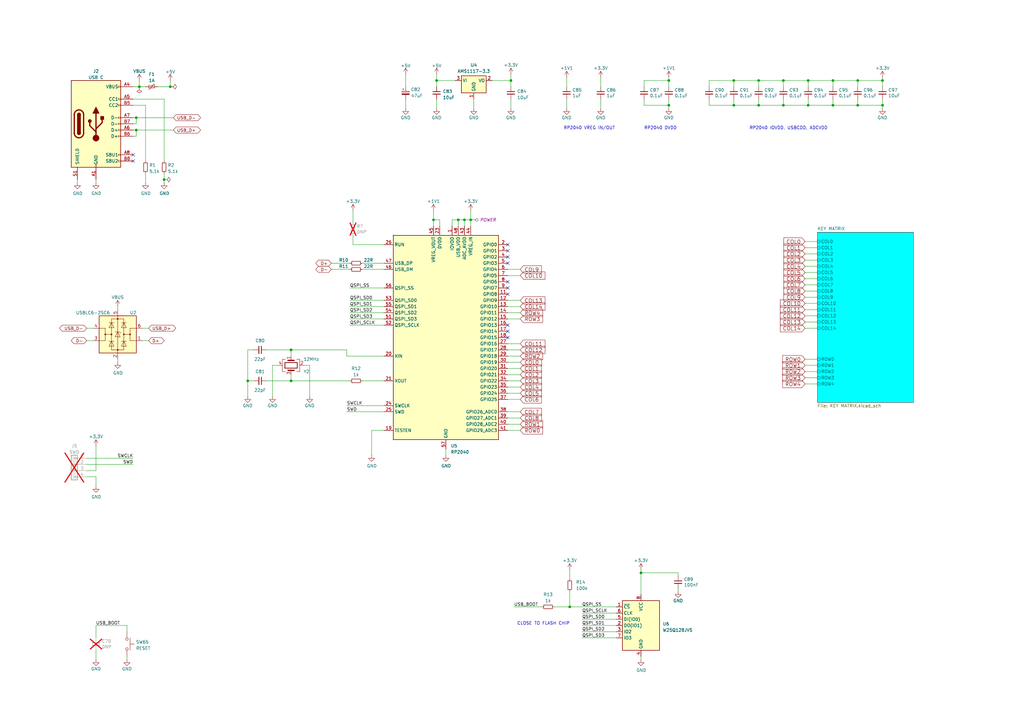
<source format=kicad_sch>
(kicad_sch (version 20230121) (generator eeschema)

  (uuid 4a5ddb9a-5bd4-4b23-8bf4-aa59f704a4d0)

  (paper "A3")

  (title_block
    (title "69KEY CUSTOM")
    (date "2024-02-11")
    (rev "A")
    (company "domonkos_kiss")
    (comment 1 "CS2023A")
    (comment 2 "CEYNETICS.COM")
  )

  (lib_symbols
    (symbol "Connector:USB_C_Receptacle_USB2.0" (pin_names (offset 1.016)) (in_bom yes) (on_board yes)
      (property "Reference" "J" (at -10.16 19.05 0)
        (effects (font (size 1.27 1.27)) (justify left))
      )
      (property "Value" "USB_C_Receptacle_USB2.0" (at 19.05 19.05 0)
        (effects (font (size 1.27 1.27)) (justify right))
      )
      (property "Footprint" "" (at 3.81 0 0)
        (effects (font (size 1.27 1.27)) hide)
      )
      (property "Datasheet" "https://www.usb.org/sites/default/files/documents/usb_type-c.zip" (at 3.81 0 0)
        (effects (font (size 1.27 1.27)) hide)
      )
      (property "ki_keywords" "usb universal serial bus type-C USB2.0" (at 0 0 0)
        (effects (font (size 1.27 1.27)) hide)
      )
      (property "ki_description" "USB 2.0-only Type-C Receptacle connector" (at 0 0 0)
        (effects (font (size 1.27 1.27)) hide)
      )
      (property "ki_fp_filters" "USB*C*Receptacle*" (at 0 0 0)
        (effects (font (size 1.27 1.27)) hide)
      )
      (symbol "USB_C_Receptacle_USB2.0_0_0"
        (rectangle (start -0.254 -17.78) (end 0.254 -16.764)
          (stroke (width 0) (type default))
          (fill (type none))
        )
        (rectangle (start 10.16 -14.986) (end 9.144 -15.494)
          (stroke (width 0) (type default))
          (fill (type none))
        )
        (rectangle (start 10.16 -12.446) (end 9.144 -12.954)
          (stroke (width 0) (type default))
          (fill (type none))
        )
        (rectangle (start 10.16 -4.826) (end 9.144 -5.334)
          (stroke (width 0) (type default))
          (fill (type none))
        )
        (rectangle (start 10.16 -2.286) (end 9.144 -2.794)
          (stroke (width 0) (type default))
          (fill (type none))
        )
        (rectangle (start 10.16 0.254) (end 9.144 -0.254)
          (stroke (width 0) (type default))
          (fill (type none))
        )
        (rectangle (start 10.16 2.794) (end 9.144 2.286)
          (stroke (width 0) (type default))
          (fill (type none))
        )
        (rectangle (start 10.16 7.874) (end 9.144 7.366)
          (stroke (width 0) (type default))
          (fill (type none))
        )
        (rectangle (start 10.16 10.414) (end 9.144 9.906)
          (stroke (width 0) (type default))
          (fill (type none))
        )
        (rectangle (start 10.16 15.494) (end 9.144 14.986)
          (stroke (width 0) (type default))
          (fill (type none))
        )
      )
      (symbol "USB_C_Receptacle_USB2.0_0_1"
        (rectangle (start -10.16 17.78) (end 10.16 -17.78)
          (stroke (width 0.254) (type default))
          (fill (type background))
        )
        (arc (start -8.89 -3.81) (mid -6.985 -5.7067) (end -5.08 -3.81)
          (stroke (width 0.508) (type default))
          (fill (type none))
        )
        (arc (start -7.62 -3.81) (mid -6.985 -4.4423) (end -6.35 -3.81)
          (stroke (width 0.254) (type default))
          (fill (type none))
        )
        (arc (start -7.62 -3.81) (mid -6.985 -4.4423) (end -6.35 -3.81)
          (stroke (width 0.254) (type default))
          (fill (type outline))
        )
        (rectangle (start -7.62 -3.81) (end -6.35 3.81)
          (stroke (width 0.254) (type default))
          (fill (type outline))
        )
        (arc (start -6.35 3.81) (mid -6.985 4.4423) (end -7.62 3.81)
          (stroke (width 0.254) (type default))
          (fill (type none))
        )
        (arc (start -6.35 3.81) (mid -6.985 4.4423) (end -7.62 3.81)
          (stroke (width 0.254) (type default))
          (fill (type outline))
        )
        (arc (start -5.08 3.81) (mid -6.985 5.7067) (end -8.89 3.81)
          (stroke (width 0.508) (type default))
          (fill (type none))
        )
        (circle (center -2.54 1.143) (radius 0.635)
          (stroke (width 0.254) (type default))
          (fill (type outline))
        )
        (circle (center 0 -5.842) (radius 1.27)
          (stroke (width 0) (type default))
          (fill (type outline))
        )
        (polyline
          (pts
            (xy -8.89 -3.81)
            (xy -8.89 3.81)
          )
          (stroke (width 0.508) (type default))
          (fill (type none))
        )
        (polyline
          (pts
            (xy -5.08 3.81)
            (xy -5.08 -3.81)
          )
          (stroke (width 0.508) (type default))
          (fill (type none))
        )
        (polyline
          (pts
            (xy 0 -5.842)
            (xy 0 4.318)
          )
          (stroke (width 0.508) (type default))
          (fill (type none))
        )
        (polyline
          (pts
            (xy 0 -3.302)
            (xy -2.54 -0.762)
            (xy -2.54 0.508)
          )
          (stroke (width 0.508) (type default))
          (fill (type none))
        )
        (polyline
          (pts
            (xy 0 -2.032)
            (xy 2.54 0.508)
            (xy 2.54 1.778)
          )
          (stroke (width 0.508) (type default))
          (fill (type none))
        )
        (polyline
          (pts
            (xy -1.27 4.318)
            (xy 0 6.858)
            (xy 1.27 4.318)
            (xy -1.27 4.318)
          )
          (stroke (width 0.254) (type default))
          (fill (type outline))
        )
        (rectangle (start 1.905 1.778) (end 3.175 3.048)
          (stroke (width 0.254) (type default))
          (fill (type outline))
        )
      )
      (symbol "USB_C_Receptacle_USB2.0_1_1"
        (pin passive line (at 0 -22.86 90) (length 5.08)
          (name "GND" (effects (font (size 1.27 1.27))))
          (number "A1" (effects (font (size 1.27 1.27))))
        )
        (pin passive line (at 0 -22.86 90) (length 5.08) hide
          (name "GND" (effects (font (size 1.27 1.27))))
          (number "A12" (effects (font (size 1.27 1.27))))
        )
        (pin passive line (at 15.24 15.24 180) (length 5.08)
          (name "VBUS" (effects (font (size 1.27 1.27))))
          (number "A4" (effects (font (size 1.27 1.27))))
        )
        (pin bidirectional line (at 15.24 10.16 180) (length 5.08)
          (name "CC1" (effects (font (size 1.27 1.27))))
          (number "A5" (effects (font (size 1.27 1.27))))
        )
        (pin bidirectional line (at 15.24 -2.54 180) (length 5.08)
          (name "D+" (effects (font (size 1.27 1.27))))
          (number "A6" (effects (font (size 1.27 1.27))))
        )
        (pin bidirectional line (at 15.24 2.54 180) (length 5.08)
          (name "D-" (effects (font (size 1.27 1.27))))
          (number "A7" (effects (font (size 1.27 1.27))))
        )
        (pin bidirectional line (at 15.24 -12.7 180) (length 5.08)
          (name "SBU1" (effects (font (size 1.27 1.27))))
          (number "A8" (effects (font (size 1.27 1.27))))
        )
        (pin passive line (at 15.24 15.24 180) (length 5.08) hide
          (name "VBUS" (effects (font (size 1.27 1.27))))
          (number "A9" (effects (font (size 1.27 1.27))))
        )
        (pin passive line (at 0 -22.86 90) (length 5.08) hide
          (name "GND" (effects (font (size 1.27 1.27))))
          (number "B1" (effects (font (size 1.27 1.27))))
        )
        (pin passive line (at 0 -22.86 90) (length 5.08) hide
          (name "GND" (effects (font (size 1.27 1.27))))
          (number "B12" (effects (font (size 1.27 1.27))))
        )
        (pin passive line (at 15.24 15.24 180) (length 5.08) hide
          (name "VBUS" (effects (font (size 1.27 1.27))))
          (number "B4" (effects (font (size 1.27 1.27))))
        )
        (pin bidirectional line (at 15.24 7.62 180) (length 5.08)
          (name "CC2" (effects (font (size 1.27 1.27))))
          (number "B5" (effects (font (size 1.27 1.27))))
        )
        (pin bidirectional line (at 15.24 -5.08 180) (length 5.08)
          (name "D+" (effects (font (size 1.27 1.27))))
          (number "B6" (effects (font (size 1.27 1.27))))
        )
        (pin bidirectional line (at 15.24 0 180) (length 5.08)
          (name "D-" (effects (font (size 1.27 1.27))))
          (number "B7" (effects (font (size 1.27 1.27))))
        )
        (pin bidirectional line (at 15.24 -15.24 180) (length 5.08)
          (name "SBU2" (effects (font (size 1.27 1.27))))
          (number "B8" (effects (font (size 1.27 1.27))))
        )
        (pin passive line (at 15.24 15.24 180) (length 5.08) hide
          (name "VBUS" (effects (font (size 1.27 1.27))))
          (number "B9" (effects (font (size 1.27 1.27))))
        )
        (pin passive line (at -7.62 -22.86 90) (length 5.08)
          (name "SHIELD" (effects (font (size 1.27 1.27))))
          (number "S1" (effects (font (size 1.27 1.27))))
        )
      )
    )
    (symbol "Connector_Generic:Conn_01x04" (pin_names (offset 1.016) hide) (in_bom yes) (on_board yes)
      (property "Reference" "J" (at 0 5.08 0)
        (effects (font (size 1.27 1.27)))
      )
      (property "Value" "Conn_01x04" (at 0 -7.62 0)
        (effects (font (size 1.27 1.27)))
      )
      (property "Footprint" "" (at 0 0 0)
        (effects (font (size 1.27 1.27)) hide)
      )
      (property "Datasheet" "~" (at 0 0 0)
        (effects (font (size 1.27 1.27)) hide)
      )
      (property "ki_keywords" "connector" (at 0 0 0)
        (effects (font (size 1.27 1.27)) hide)
      )
      (property "ki_description" "Generic connector, single row, 01x04, script generated (kicad-library-utils/schlib/autogen/connector/)" (at 0 0 0)
        (effects (font (size 1.27 1.27)) hide)
      )
      (property "ki_fp_filters" "Connector*:*_1x??_*" (at 0 0 0)
        (effects (font (size 1.27 1.27)) hide)
      )
      (symbol "Conn_01x04_1_1"
        (rectangle (start -1.27 -4.953) (end 0 -5.207)
          (stroke (width 0.1524) (type default))
          (fill (type none))
        )
        (rectangle (start -1.27 -2.413) (end 0 -2.667)
          (stroke (width 0.1524) (type default))
          (fill (type none))
        )
        (rectangle (start -1.27 0.127) (end 0 -0.127)
          (stroke (width 0.1524) (type default))
          (fill (type none))
        )
        (rectangle (start -1.27 2.667) (end 0 2.413)
          (stroke (width 0.1524) (type default))
          (fill (type none))
        )
        (rectangle (start -1.27 3.81) (end 1.27 -6.35)
          (stroke (width 0.254) (type default))
          (fill (type background))
        )
        (pin passive line (at -5.08 2.54 0) (length 3.81)
          (name "Pin_1" (effects (font (size 1.27 1.27))))
          (number "1" (effects (font (size 1.27 1.27))))
        )
        (pin passive line (at -5.08 0 0) (length 3.81)
          (name "Pin_2" (effects (font (size 1.27 1.27))))
          (number "2" (effects (font (size 1.27 1.27))))
        )
        (pin passive line (at -5.08 -2.54 0) (length 3.81)
          (name "Pin_3" (effects (font (size 1.27 1.27))))
          (number "3" (effects (font (size 1.27 1.27))))
        )
        (pin passive line (at -5.08 -5.08 0) (length 3.81)
          (name "Pin_4" (effects (font (size 1.27 1.27))))
          (number "4" (effects (font (size 1.27 1.27))))
        )
      )
    )
    (symbol "Device:C_Polarized_Small" (pin_numbers hide) (pin_names (offset 0.254) hide) (in_bom yes) (on_board yes)
      (property "Reference" "C" (at 0.254 1.778 0)
        (effects (font (size 1.27 1.27)) (justify left))
      )
      (property "Value" "C_Polarized_Small" (at 0.254 -2.032 0)
        (effects (font (size 1.27 1.27)) (justify left))
      )
      (property "Footprint" "" (at 0 0 0)
        (effects (font (size 1.27 1.27)) hide)
      )
      (property "Datasheet" "~" (at 0 0 0)
        (effects (font (size 1.27 1.27)) hide)
      )
      (property "ki_keywords" "cap capacitor" (at 0 0 0)
        (effects (font (size 1.27 1.27)) hide)
      )
      (property "ki_description" "Polarized capacitor, small symbol" (at 0 0 0)
        (effects (font (size 1.27 1.27)) hide)
      )
      (property "ki_fp_filters" "CP_*" (at 0 0 0)
        (effects (font (size 1.27 1.27)) hide)
      )
      (symbol "C_Polarized_Small_0_1"
        (rectangle (start -1.524 -0.3048) (end 1.524 -0.6858)
          (stroke (width 0) (type default))
          (fill (type outline))
        )
        (rectangle (start -1.524 0.6858) (end 1.524 0.3048)
          (stroke (width 0) (type default))
          (fill (type none))
        )
        (polyline
          (pts
            (xy -1.27 1.524)
            (xy -0.762 1.524)
          )
          (stroke (width 0) (type default))
          (fill (type none))
        )
        (polyline
          (pts
            (xy -1.016 1.27)
            (xy -1.016 1.778)
          )
          (stroke (width 0) (type default))
          (fill (type none))
        )
      )
      (symbol "C_Polarized_Small_1_1"
        (pin passive line (at 0 2.54 270) (length 1.8542)
          (name "~" (effects (font (size 1.27 1.27))))
          (number "1" (effects (font (size 1.27 1.27))))
        )
        (pin passive line (at 0 -2.54 90) (length 1.8542)
          (name "~" (effects (font (size 1.27 1.27))))
          (number "2" (effects (font (size 1.27 1.27))))
        )
      )
    )
    (symbol "Device:C_Small" (pin_numbers hide) (pin_names (offset 0.254) hide) (in_bom yes) (on_board yes)
      (property "Reference" "C" (at 0.254 1.778 0)
        (effects (font (size 1.27 1.27)) (justify left))
      )
      (property "Value" "C_Small" (at 0.254 -2.032 0)
        (effects (font (size 1.27 1.27)) (justify left))
      )
      (property "Footprint" "" (at 0 0 0)
        (effects (font (size 1.27 1.27)) hide)
      )
      (property "Datasheet" "~" (at 0 0 0)
        (effects (font (size 1.27 1.27)) hide)
      )
      (property "ki_keywords" "capacitor cap" (at 0 0 0)
        (effects (font (size 1.27 1.27)) hide)
      )
      (property "ki_description" "Unpolarized capacitor, small symbol" (at 0 0 0)
        (effects (font (size 1.27 1.27)) hide)
      )
      (property "ki_fp_filters" "C_*" (at 0 0 0)
        (effects (font (size 1.27 1.27)) hide)
      )
      (symbol "C_Small_0_1"
        (polyline
          (pts
            (xy -1.524 -0.508)
            (xy 1.524 -0.508)
          )
          (stroke (width 0.3302) (type default))
          (fill (type none))
        )
        (polyline
          (pts
            (xy -1.524 0.508)
            (xy 1.524 0.508)
          )
          (stroke (width 0.3048) (type default))
          (fill (type none))
        )
      )
      (symbol "C_Small_1_1"
        (pin passive line (at 0 2.54 270) (length 2.032)
          (name "~" (effects (font (size 1.27 1.27))))
          (number "1" (effects (font (size 1.27 1.27))))
        )
        (pin passive line (at 0 -2.54 90) (length 2.032)
          (name "~" (effects (font (size 1.27 1.27))))
          (number "2" (effects (font (size 1.27 1.27))))
        )
      )
    )
    (symbol "Device:Crystal_GND24" (pin_names (offset 1.016) hide) (in_bom yes) (on_board yes)
      (property "Reference" "Y" (at 3.175 5.08 0)
        (effects (font (size 1.27 1.27)) (justify left))
      )
      (property "Value" "Crystal_GND24" (at 3.175 3.175 0)
        (effects (font (size 1.27 1.27)) (justify left))
      )
      (property "Footprint" "" (at 0 0 0)
        (effects (font (size 1.27 1.27)) hide)
      )
      (property "Datasheet" "~" (at 0 0 0)
        (effects (font (size 1.27 1.27)) hide)
      )
      (property "ki_keywords" "quartz ceramic resonator oscillator" (at 0 0 0)
        (effects (font (size 1.27 1.27)) hide)
      )
      (property "ki_description" "Four pin crystal, GND on pins 2 and 4" (at 0 0 0)
        (effects (font (size 1.27 1.27)) hide)
      )
      (property "ki_fp_filters" "Crystal*" (at 0 0 0)
        (effects (font (size 1.27 1.27)) hide)
      )
      (symbol "Crystal_GND24_0_1"
        (rectangle (start -1.143 2.54) (end 1.143 -2.54)
          (stroke (width 0.3048) (type default))
          (fill (type none))
        )
        (polyline
          (pts
            (xy -2.54 0)
            (xy -2.032 0)
          )
          (stroke (width 0) (type default))
          (fill (type none))
        )
        (polyline
          (pts
            (xy -2.032 -1.27)
            (xy -2.032 1.27)
          )
          (stroke (width 0.508) (type default))
          (fill (type none))
        )
        (polyline
          (pts
            (xy 0 -3.81)
            (xy 0 -3.556)
          )
          (stroke (width 0) (type default))
          (fill (type none))
        )
        (polyline
          (pts
            (xy 0 3.556)
            (xy 0 3.81)
          )
          (stroke (width 0) (type default))
          (fill (type none))
        )
        (polyline
          (pts
            (xy 2.032 -1.27)
            (xy 2.032 1.27)
          )
          (stroke (width 0.508) (type default))
          (fill (type none))
        )
        (polyline
          (pts
            (xy 2.032 0)
            (xy 2.54 0)
          )
          (stroke (width 0) (type default))
          (fill (type none))
        )
        (polyline
          (pts
            (xy -2.54 -2.286)
            (xy -2.54 -3.556)
            (xy 2.54 -3.556)
            (xy 2.54 -2.286)
          )
          (stroke (width 0) (type default))
          (fill (type none))
        )
        (polyline
          (pts
            (xy -2.54 2.286)
            (xy -2.54 3.556)
            (xy 2.54 3.556)
            (xy 2.54 2.286)
          )
          (stroke (width 0) (type default))
          (fill (type none))
        )
      )
      (symbol "Crystal_GND24_1_1"
        (pin passive line (at -3.81 0 0) (length 1.27)
          (name "1" (effects (font (size 1.27 1.27))))
          (number "1" (effects (font (size 1.27 1.27))))
        )
        (pin passive line (at 0 5.08 270) (length 1.27)
          (name "2" (effects (font (size 1.27 1.27))))
          (number "2" (effects (font (size 1.27 1.27))))
        )
        (pin passive line (at 3.81 0 180) (length 1.27)
          (name "3" (effects (font (size 1.27 1.27))))
          (number "3" (effects (font (size 1.27 1.27))))
        )
        (pin passive line (at 0 -5.08 90) (length 1.27)
          (name "4" (effects (font (size 1.27 1.27))))
          (number "4" (effects (font (size 1.27 1.27))))
        )
      )
    )
    (symbol "Device:Polyfuse_Small" (pin_numbers hide) (pin_names (offset 0)) (in_bom yes) (on_board yes)
      (property "Reference" "F" (at -1.905 0 90)
        (effects (font (size 1.27 1.27)))
      )
      (property "Value" "Polyfuse_Small" (at 1.905 0 90)
        (effects (font (size 1.27 1.27)))
      )
      (property "Footprint" "" (at 1.27 -5.08 0)
        (effects (font (size 1.27 1.27)) (justify left) hide)
      )
      (property "Datasheet" "~" (at 0 0 0)
        (effects (font (size 1.27 1.27)) hide)
      )
      (property "ki_keywords" "resettable fuse PTC PPTC polyfuse polyswitch" (at 0 0 0)
        (effects (font (size 1.27 1.27)) hide)
      )
      (property "ki_description" "Resettable fuse, polymeric positive temperature coefficient, small symbol" (at 0 0 0)
        (effects (font (size 1.27 1.27)) hide)
      )
      (property "ki_fp_filters" "*polyfuse* *PTC*" (at 0 0 0)
        (effects (font (size 1.27 1.27)) hide)
      )
      (symbol "Polyfuse_Small_0_1"
        (rectangle (start -0.508 1.27) (end 0.508 -1.27)
          (stroke (width 0) (type default))
          (fill (type none))
        )
        (polyline
          (pts
            (xy 0 2.54)
            (xy 0 -2.54)
          )
          (stroke (width 0) (type default))
          (fill (type none))
        )
        (polyline
          (pts
            (xy -1.016 1.27)
            (xy -1.016 0.762)
            (xy 1.016 -0.762)
            (xy 1.016 -1.27)
          )
          (stroke (width 0) (type default))
          (fill (type none))
        )
      )
      (symbol "Polyfuse_Small_1_1"
        (pin passive line (at 0 2.54 270) (length 0.635)
          (name "~" (effects (font (size 1.27 1.27))))
          (number "1" (effects (font (size 1.27 1.27))))
        )
        (pin passive line (at 0 -2.54 90) (length 0.635)
          (name "~" (effects (font (size 1.27 1.27))))
          (number "2" (effects (font (size 1.27 1.27))))
        )
      )
    )
    (symbol "Device:R_Small" (pin_numbers hide) (pin_names (offset 0.254) hide) (in_bom yes) (on_board yes)
      (property "Reference" "R" (at 0.762 0.508 0)
        (effects (font (size 1.27 1.27)) (justify left))
      )
      (property "Value" "R_Small" (at 0.762 -1.016 0)
        (effects (font (size 1.27 1.27)) (justify left))
      )
      (property "Footprint" "" (at 0 0 0)
        (effects (font (size 1.27 1.27)) hide)
      )
      (property "Datasheet" "~" (at 0 0 0)
        (effects (font (size 1.27 1.27)) hide)
      )
      (property "ki_keywords" "R resistor" (at 0 0 0)
        (effects (font (size 1.27 1.27)) hide)
      )
      (property "ki_description" "Resistor, small symbol" (at 0 0 0)
        (effects (font (size 1.27 1.27)) hide)
      )
      (property "ki_fp_filters" "R_*" (at 0 0 0)
        (effects (font (size 1.27 1.27)) hide)
      )
      (symbol "R_Small_0_1"
        (rectangle (start -0.762 1.778) (end 0.762 -1.778)
          (stroke (width 0.2032) (type default))
          (fill (type none))
        )
      )
      (symbol "R_Small_1_1"
        (pin passive line (at 0 2.54 270) (length 0.762)
          (name "~" (effects (font (size 1.27 1.27))))
          (number "1" (effects (font (size 1.27 1.27))))
        )
        (pin passive line (at 0 -2.54 90) (length 0.762)
          (name "~" (effects (font (size 1.27 1.27))))
          (number "2" (effects (font (size 1.27 1.27))))
        )
      )
    )
    (symbol "MCU_RaspberryPi:RP2040" (in_bom yes) (on_board yes)
      (property "Reference" "U" (at 17.78 45.72 0)
        (effects (font (size 1.27 1.27)))
      )
      (property "Value" "RP2040" (at 17.78 43.18 0)
        (effects (font (size 1.27 1.27)))
      )
      (property "Footprint" "Package_DFN_QFN:QFN-56-1EP_7x7mm_P0.4mm_EP3.2x3.2mm" (at 0 0 0)
        (effects (font (size 1.27 1.27)) hide)
      )
      (property "Datasheet" "https://datasheets.raspberrypi.com/rp2040/rp2040-datasheet.pdf" (at 0 0 0)
        (effects (font (size 1.27 1.27)) hide)
      )
      (property "ki_keywords" "RP2040 ARM Cortex-M0+ USB" (at 0 0 0)
        (effects (font (size 1.27 1.27)) hide)
      )
      (property "ki_description" "A microcontroller by Raspberry Pi" (at 0 0 0)
        (effects (font (size 1.27 1.27)) hide)
      )
      (property "ki_fp_filters" "QFN*1EP*7x7mm?P0.4mm*" (at 0 0 0)
        (effects (font (size 1.27 1.27)) hide)
      )
      (symbol "RP2040_0_1"
        (rectangle (start -21.59 41.91) (end 21.59 -41.91)
          (stroke (width 0.254) (type default))
          (fill (type background))
        )
      )
      (symbol "RP2040_1_1"
        (pin power_in line (at 2.54 45.72 270) (length 3.81)
          (name "IOVDD" (effects (font (size 1.27 1.27))))
          (number "1" (effects (font (size 1.27 1.27))))
        )
        (pin passive line (at 2.54 45.72 270) (length 3.81) hide
          (name "IOVDD" (effects (font (size 1.27 1.27))))
          (number "10" (effects (font (size 1.27 1.27))))
        )
        (pin bidirectional line (at 25.4 17.78 180) (length 3.81)
          (name "GPIO8" (effects (font (size 1.27 1.27))))
          (number "11" (effects (font (size 1.27 1.27))))
        )
        (pin bidirectional line (at 25.4 15.24 180) (length 3.81)
          (name "GPIO9" (effects (font (size 1.27 1.27))))
          (number "12" (effects (font (size 1.27 1.27))))
        )
        (pin bidirectional line (at 25.4 12.7 180) (length 3.81)
          (name "GPIO10" (effects (font (size 1.27 1.27))))
          (number "13" (effects (font (size 1.27 1.27))))
        )
        (pin bidirectional line (at 25.4 10.16 180) (length 3.81)
          (name "GPIO11" (effects (font (size 1.27 1.27))))
          (number "14" (effects (font (size 1.27 1.27))))
        )
        (pin bidirectional line (at 25.4 7.62 180) (length 3.81)
          (name "GPIO12" (effects (font (size 1.27 1.27))))
          (number "15" (effects (font (size 1.27 1.27))))
        )
        (pin bidirectional line (at 25.4 5.08 180) (length 3.81)
          (name "GPIO13" (effects (font (size 1.27 1.27))))
          (number "16" (effects (font (size 1.27 1.27))))
        )
        (pin bidirectional line (at 25.4 2.54 180) (length 3.81)
          (name "GPIO14" (effects (font (size 1.27 1.27))))
          (number "17" (effects (font (size 1.27 1.27))))
        )
        (pin bidirectional line (at 25.4 0 180) (length 3.81)
          (name "GPIO15" (effects (font (size 1.27 1.27))))
          (number "18" (effects (font (size 1.27 1.27))))
        )
        (pin input line (at -25.4 -38.1 0) (length 3.81)
          (name "TESTEN" (effects (font (size 1.27 1.27))))
          (number "19" (effects (font (size 1.27 1.27))))
        )
        (pin bidirectional line (at 25.4 38.1 180) (length 3.81)
          (name "GPIO0" (effects (font (size 1.27 1.27))))
          (number "2" (effects (font (size 1.27 1.27))))
        )
        (pin input line (at -25.4 -7.62 0) (length 3.81)
          (name "XIN" (effects (font (size 1.27 1.27))))
          (number "20" (effects (font (size 1.27 1.27))))
        )
        (pin passive line (at -25.4 -17.78 0) (length 3.81)
          (name "XOUT" (effects (font (size 1.27 1.27))))
          (number "21" (effects (font (size 1.27 1.27))))
        )
        (pin passive line (at 2.54 45.72 270) (length 3.81) hide
          (name "IOVDD" (effects (font (size 1.27 1.27))))
          (number "22" (effects (font (size 1.27 1.27))))
        )
        (pin power_in line (at -2.54 45.72 270) (length 3.81)
          (name "DVDD" (effects (font (size 1.27 1.27))))
          (number "23" (effects (font (size 1.27 1.27))))
        )
        (pin output line (at -25.4 -27.94 0) (length 3.81)
          (name "SWCLK" (effects (font (size 1.27 1.27))))
          (number "24" (effects (font (size 1.27 1.27))))
        )
        (pin bidirectional line (at -25.4 -30.48 0) (length 3.81)
          (name "SWD" (effects (font (size 1.27 1.27))))
          (number "25" (effects (font (size 1.27 1.27))))
        )
        (pin input line (at -25.4 38.1 0) (length 3.81)
          (name "RUN" (effects (font (size 1.27 1.27))))
          (number "26" (effects (font (size 1.27 1.27))))
        )
        (pin bidirectional line (at 25.4 -2.54 180) (length 3.81)
          (name "GPIO16" (effects (font (size 1.27 1.27))))
          (number "27" (effects (font (size 1.27 1.27))))
        )
        (pin bidirectional line (at 25.4 -5.08 180) (length 3.81)
          (name "GPIO17" (effects (font (size 1.27 1.27))))
          (number "28" (effects (font (size 1.27 1.27))))
        )
        (pin bidirectional line (at 25.4 -7.62 180) (length 3.81)
          (name "GPIO18" (effects (font (size 1.27 1.27))))
          (number "29" (effects (font (size 1.27 1.27))))
        )
        (pin bidirectional line (at 25.4 35.56 180) (length 3.81)
          (name "GPIO1" (effects (font (size 1.27 1.27))))
          (number "3" (effects (font (size 1.27 1.27))))
        )
        (pin bidirectional line (at 25.4 -10.16 180) (length 3.81)
          (name "GPIO19" (effects (font (size 1.27 1.27))))
          (number "30" (effects (font (size 1.27 1.27))))
        )
        (pin bidirectional line (at 25.4 -12.7 180) (length 3.81)
          (name "GPIO20" (effects (font (size 1.27 1.27))))
          (number "31" (effects (font (size 1.27 1.27))))
        )
        (pin bidirectional line (at 25.4 -15.24 180) (length 3.81)
          (name "GPIO21" (effects (font (size 1.27 1.27))))
          (number "32" (effects (font (size 1.27 1.27))))
        )
        (pin passive line (at 2.54 45.72 270) (length 3.81) hide
          (name "IOVDD" (effects (font (size 1.27 1.27))))
          (number "33" (effects (font (size 1.27 1.27))))
        )
        (pin bidirectional line (at 25.4 -17.78 180) (length 3.81)
          (name "GPIO22" (effects (font (size 1.27 1.27))))
          (number "34" (effects (font (size 1.27 1.27))))
        )
        (pin bidirectional line (at 25.4 -20.32 180) (length 3.81)
          (name "GPIO23" (effects (font (size 1.27 1.27))))
          (number "35" (effects (font (size 1.27 1.27))))
        )
        (pin bidirectional line (at 25.4 -22.86 180) (length 3.81)
          (name "GPIO24" (effects (font (size 1.27 1.27))))
          (number "36" (effects (font (size 1.27 1.27))))
        )
        (pin bidirectional line (at 25.4 -25.4 180) (length 3.81)
          (name "GPIO25" (effects (font (size 1.27 1.27))))
          (number "37" (effects (font (size 1.27 1.27))))
        )
        (pin bidirectional line (at 25.4 -30.48 180) (length 3.81)
          (name "GPIO26_ADC0" (effects (font (size 1.27 1.27))))
          (number "38" (effects (font (size 1.27 1.27))))
        )
        (pin bidirectional line (at 25.4 -33.02 180) (length 3.81)
          (name "GPIO27_ADC1" (effects (font (size 1.27 1.27))))
          (number "39" (effects (font (size 1.27 1.27))))
        )
        (pin bidirectional line (at 25.4 33.02 180) (length 3.81)
          (name "GPIO2" (effects (font (size 1.27 1.27))))
          (number "4" (effects (font (size 1.27 1.27))))
        )
        (pin bidirectional line (at 25.4 -35.56 180) (length 3.81)
          (name "GPIO28_ADC2" (effects (font (size 1.27 1.27))))
          (number "40" (effects (font (size 1.27 1.27))))
        )
        (pin bidirectional line (at 25.4 -38.1 180) (length 3.81)
          (name "GPIO29_ADC3" (effects (font (size 1.27 1.27))))
          (number "41" (effects (font (size 1.27 1.27))))
        )
        (pin passive line (at 2.54 45.72 270) (length 3.81) hide
          (name "IOVDD" (effects (font (size 1.27 1.27))))
          (number "42" (effects (font (size 1.27 1.27))))
        )
        (pin power_in line (at 7.62 45.72 270) (length 3.81)
          (name "ADC_AVDD" (effects (font (size 1.27 1.27))))
          (number "43" (effects (font (size 1.27 1.27))))
        )
        (pin power_in line (at 10.16 45.72 270) (length 3.81)
          (name "VREG_IN" (effects (font (size 1.27 1.27))))
          (number "44" (effects (font (size 1.27 1.27))))
        )
        (pin power_out line (at -5.08 45.72 270) (length 3.81)
          (name "VREG_VOUT" (effects (font (size 1.27 1.27))))
          (number "45" (effects (font (size 1.27 1.27))))
        )
        (pin bidirectional line (at -25.4 27.94 0) (length 3.81)
          (name "USB_DM" (effects (font (size 1.27 1.27))))
          (number "46" (effects (font (size 1.27 1.27))))
        )
        (pin bidirectional line (at -25.4 30.48 0) (length 3.81)
          (name "USB_DP" (effects (font (size 1.27 1.27))))
          (number "47" (effects (font (size 1.27 1.27))))
        )
        (pin power_in line (at 5.08 45.72 270) (length 3.81)
          (name "USB_VDD" (effects (font (size 1.27 1.27))))
          (number "48" (effects (font (size 1.27 1.27))))
        )
        (pin passive line (at 2.54 45.72 270) (length 3.81) hide
          (name "IOVDD" (effects (font (size 1.27 1.27))))
          (number "49" (effects (font (size 1.27 1.27))))
        )
        (pin bidirectional line (at 25.4 30.48 180) (length 3.81)
          (name "GPIO3" (effects (font (size 1.27 1.27))))
          (number "5" (effects (font (size 1.27 1.27))))
        )
        (pin passive line (at -2.54 45.72 270) (length 3.81) hide
          (name "DVDD" (effects (font (size 1.27 1.27))))
          (number "50" (effects (font (size 1.27 1.27))))
        )
        (pin bidirectional line (at -25.4 7.62 0) (length 3.81)
          (name "QSPI_SD3" (effects (font (size 1.27 1.27))))
          (number "51" (effects (font (size 1.27 1.27))))
        )
        (pin output line (at -25.4 5.08 0) (length 3.81)
          (name "QSPI_SCLK" (effects (font (size 1.27 1.27))))
          (number "52" (effects (font (size 1.27 1.27))))
        )
        (pin bidirectional line (at -25.4 15.24 0) (length 3.81)
          (name "QSPI_SD0" (effects (font (size 1.27 1.27))))
          (number "53" (effects (font (size 1.27 1.27))))
        )
        (pin bidirectional line (at -25.4 10.16 0) (length 3.81)
          (name "QSPI_SD2" (effects (font (size 1.27 1.27))))
          (number "54" (effects (font (size 1.27 1.27))))
        )
        (pin bidirectional line (at -25.4 12.7 0) (length 3.81)
          (name "QSPI_SD1" (effects (font (size 1.27 1.27))))
          (number "55" (effects (font (size 1.27 1.27))))
        )
        (pin bidirectional line (at -25.4 20.32 0) (length 3.81)
          (name "QSPI_SS" (effects (font (size 1.27 1.27))))
          (number "56" (effects (font (size 1.27 1.27))))
        )
        (pin power_in line (at 0 -45.72 90) (length 3.81)
          (name "GND" (effects (font (size 1.27 1.27))))
          (number "57" (effects (font (size 1.27 1.27))))
        )
        (pin bidirectional line (at 25.4 27.94 180) (length 3.81)
          (name "GPIO4" (effects (font (size 1.27 1.27))))
          (number "6" (effects (font (size 1.27 1.27))))
        )
        (pin bidirectional line (at 25.4 25.4 180) (length 3.81)
          (name "GPIO5" (effects (font (size 1.27 1.27))))
          (number "7" (effects (font (size 1.27 1.27))))
        )
        (pin bidirectional line (at 25.4 22.86 180) (length 3.81)
          (name "GPIO6" (effects (font (size 1.27 1.27))))
          (number "8" (effects (font (size 1.27 1.27))))
        )
        (pin bidirectional line (at 25.4 20.32 180) (length 3.81)
          (name "GPIO7" (effects (font (size 1.27 1.27))))
          (number "9" (effects (font (size 1.27 1.27))))
        )
      )
    )
    (symbol "Memory_Flash:W25Q128JVS" (in_bom yes) (on_board yes)
      (property "Reference" "U" (at -8.89 8.89 0)
        (effects (font (size 1.27 1.27)))
      )
      (property "Value" "W25Q128JVS" (at 7.62 8.89 0)
        (effects (font (size 1.27 1.27)))
      )
      (property "Footprint" "Package_SO:SOIC-8_5.23x5.23mm_P1.27mm" (at 0 0 0)
        (effects (font (size 1.27 1.27)) hide)
      )
      (property "Datasheet" "http://www.winbond.com/resource-files/w25q128jv_dtr%20revc%2003272018%20plus.pdf" (at 0 0 0)
        (effects (font (size 1.27 1.27)) hide)
      )
      (property "ki_keywords" "flash memory SPI QPI DTR" (at 0 0 0)
        (effects (font (size 1.27 1.27)) hide)
      )
      (property "ki_description" "128Mb Serial Flash Memory, Standard/Dual/Quad SPI, SOIC-8" (at 0 0 0)
        (effects (font (size 1.27 1.27)) hide)
      )
      (property "ki_fp_filters" "SOIC*5.23x5.23mm*P1.27mm*" (at 0 0 0)
        (effects (font (size 1.27 1.27)) hide)
      )
      (symbol "W25Q128JVS_0_1"
        (rectangle (start -7.62 10.16) (end 7.62 -10.16)
          (stroke (width 0.254) (type default))
          (fill (type background))
        )
      )
      (symbol "W25Q128JVS_1_1"
        (pin input line (at -10.16 7.62 0) (length 2.54)
          (name "~{CS}" (effects (font (size 1.27 1.27))))
          (number "1" (effects (font (size 1.27 1.27))))
        )
        (pin bidirectional line (at -10.16 0 0) (length 2.54)
          (name "DO(IO1)" (effects (font (size 1.27 1.27))))
          (number "2" (effects (font (size 1.27 1.27))))
        )
        (pin bidirectional line (at -10.16 -2.54 0) (length 2.54)
          (name "IO2" (effects (font (size 1.27 1.27))))
          (number "3" (effects (font (size 1.27 1.27))))
        )
        (pin power_in line (at 0 -12.7 90) (length 2.54)
          (name "GND" (effects (font (size 1.27 1.27))))
          (number "4" (effects (font (size 1.27 1.27))))
        )
        (pin bidirectional line (at -10.16 2.54 0) (length 2.54)
          (name "DI(IO0)" (effects (font (size 1.27 1.27))))
          (number "5" (effects (font (size 1.27 1.27))))
        )
        (pin input line (at -10.16 5.08 0) (length 2.54)
          (name "CLK" (effects (font (size 1.27 1.27))))
          (number "6" (effects (font (size 1.27 1.27))))
        )
        (pin bidirectional line (at -10.16 -5.08 0) (length 2.54)
          (name "IO3" (effects (font (size 1.27 1.27))))
          (number "7" (effects (font (size 1.27 1.27))))
        )
        (pin power_in line (at 0 12.7 270) (length 2.54)
          (name "VCC" (effects (font (size 1.27 1.27))))
          (number "8" (effects (font (size 1.27 1.27))))
        )
      )
    )
    (symbol "Power_Protection:USBLC6-2SC6" (pin_names hide) (in_bom yes) (on_board yes)
      (property "Reference" "U" (at 2.54 8.89 0)
        (effects (font (size 1.27 1.27)) (justify left))
      )
      (property "Value" "USBLC6-2SC6" (at 2.54 -8.89 0)
        (effects (font (size 1.27 1.27)) (justify left))
      )
      (property "Footprint" "Package_TO_SOT_SMD:SOT-23-6" (at 0 -12.7 0)
        (effects (font (size 1.27 1.27)) hide)
      )
      (property "Datasheet" "https://www.st.com/resource/en/datasheet/usblc6-2.pdf" (at 5.08 8.89 0)
        (effects (font (size 1.27 1.27)) hide)
      )
      (property "ki_keywords" "usb ethernet video" (at 0 0 0)
        (effects (font (size 1.27 1.27)) hide)
      )
      (property "ki_description" "Very low capacitance ESD protection diode, 2 data-line, SOT-23-6" (at 0 0 0)
        (effects (font (size 1.27 1.27)) hide)
      )
      (property "ki_fp_filters" "SOT?23*" (at 0 0 0)
        (effects (font (size 1.27 1.27)) hide)
      )
      (symbol "USBLC6-2SC6_0_1"
        (rectangle (start -7.62 -7.62) (end 7.62 7.62)
          (stroke (width 0.254) (type default))
          (fill (type background))
        )
        (circle (center -5.08 0) (radius 0.254)
          (stroke (width 0) (type default))
          (fill (type outline))
        )
        (circle (center -2.54 0) (radius 0.254)
          (stroke (width 0) (type default))
          (fill (type outline))
        )
        (rectangle (start -2.54 6.35) (end 2.54 -6.35)
          (stroke (width 0) (type default))
          (fill (type none))
        )
        (circle (center 0 -6.35) (radius 0.254)
          (stroke (width 0) (type default))
          (fill (type outline))
        )
        (polyline
          (pts
            (xy -5.08 -2.54)
            (xy -7.62 -2.54)
          )
          (stroke (width 0) (type default))
          (fill (type none))
        )
        (polyline
          (pts
            (xy -5.08 0)
            (xy -5.08 -2.54)
          )
          (stroke (width 0) (type default))
          (fill (type none))
        )
        (polyline
          (pts
            (xy -5.08 2.54)
            (xy -7.62 2.54)
          )
          (stroke (width 0) (type default))
          (fill (type none))
        )
        (polyline
          (pts
            (xy -1.524 -2.794)
            (xy -3.556 -2.794)
          )
          (stroke (width 0) (type default))
          (fill (type none))
        )
        (polyline
          (pts
            (xy -1.524 4.826)
            (xy -3.556 4.826)
          )
          (stroke (width 0) (type default))
          (fill (type none))
        )
        (polyline
          (pts
            (xy 0 -7.62)
            (xy 0 -6.35)
          )
          (stroke (width 0) (type default))
          (fill (type none))
        )
        (polyline
          (pts
            (xy 0 -6.35)
            (xy 0 1.27)
          )
          (stroke (width 0) (type default))
          (fill (type none))
        )
        (polyline
          (pts
            (xy 0 1.27)
            (xy 0 6.35)
          )
          (stroke (width 0) (type default))
          (fill (type none))
        )
        (polyline
          (pts
            (xy 0 6.35)
            (xy 0 7.62)
          )
          (stroke (width 0) (type default))
          (fill (type none))
        )
        (polyline
          (pts
            (xy 1.524 -2.794)
            (xy 3.556 -2.794)
          )
          (stroke (width 0) (type default))
          (fill (type none))
        )
        (polyline
          (pts
            (xy 1.524 4.826)
            (xy 3.556 4.826)
          )
          (stroke (width 0) (type default))
          (fill (type none))
        )
        (polyline
          (pts
            (xy 5.08 -2.54)
            (xy 7.62 -2.54)
          )
          (stroke (width 0) (type default))
          (fill (type none))
        )
        (polyline
          (pts
            (xy 5.08 0)
            (xy 5.08 -2.54)
          )
          (stroke (width 0) (type default))
          (fill (type none))
        )
        (polyline
          (pts
            (xy 5.08 2.54)
            (xy 7.62 2.54)
          )
          (stroke (width 0) (type default))
          (fill (type none))
        )
        (polyline
          (pts
            (xy -2.54 0)
            (xy -5.08 0)
            (xy -5.08 2.54)
          )
          (stroke (width 0) (type default))
          (fill (type none))
        )
        (polyline
          (pts
            (xy 2.54 0)
            (xy 5.08 0)
            (xy 5.08 2.54)
          )
          (stroke (width 0) (type default))
          (fill (type none))
        )
        (polyline
          (pts
            (xy -3.556 -4.826)
            (xy -1.524 -4.826)
            (xy -2.54 -2.794)
            (xy -3.556 -4.826)
          )
          (stroke (width 0) (type default))
          (fill (type none))
        )
        (polyline
          (pts
            (xy -3.556 2.794)
            (xy -1.524 2.794)
            (xy -2.54 4.826)
            (xy -3.556 2.794)
          )
          (stroke (width 0) (type default))
          (fill (type none))
        )
        (polyline
          (pts
            (xy -1.016 -1.016)
            (xy 1.016 -1.016)
            (xy 0 1.016)
            (xy -1.016 -1.016)
          )
          (stroke (width 0) (type default))
          (fill (type none))
        )
        (polyline
          (pts
            (xy 1.016 1.016)
            (xy 0.762 1.016)
            (xy -1.016 1.016)
            (xy -1.016 0.508)
          )
          (stroke (width 0) (type default))
          (fill (type none))
        )
        (polyline
          (pts
            (xy 3.556 -4.826)
            (xy 1.524 -4.826)
            (xy 2.54 -2.794)
            (xy 3.556 -4.826)
          )
          (stroke (width 0) (type default))
          (fill (type none))
        )
        (polyline
          (pts
            (xy 3.556 2.794)
            (xy 1.524 2.794)
            (xy 2.54 4.826)
            (xy 3.556 2.794)
          )
          (stroke (width 0) (type default))
          (fill (type none))
        )
        (circle (center 0 6.35) (radius 0.254)
          (stroke (width 0) (type default))
          (fill (type outline))
        )
        (circle (center 2.54 0) (radius 0.254)
          (stroke (width 0) (type default))
          (fill (type outline))
        )
        (circle (center 5.08 0) (radius 0.254)
          (stroke (width 0) (type default))
          (fill (type outline))
        )
      )
      (symbol "USBLC6-2SC6_1_1"
        (pin passive line (at -10.16 -2.54 0) (length 2.54)
          (name "I/O1" (effects (font (size 1.27 1.27))))
          (number "1" (effects (font (size 1.27 1.27))))
        )
        (pin passive line (at 0 -10.16 90) (length 2.54)
          (name "GND" (effects (font (size 1.27 1.27))))
          (number "2" (effects (font (size 1.27 1.27))))
        )
        (pin passive line (at 10.16 -2.54 180) (length 2.54)
          (name "I/O2" (effects (font (size 1.27 1.27))))
          (number "3" (effects (font (size 1.27 1.27))))
        )
        (pin passive line (at 10.16 2.54 180) (length 2.54)
          (name "I/O2" (effects (font (size 1.27 1.27))))
          (number "4" (effects (font (size 1.27 1.27))))
        )
        (pin passive line (at 0 10.16 270) (length 2.54)
          (name "VBUS" (effects (font (size 1.27 1.27))))
          (number "5" (effects (font (size 1.27 1.27))))
        )
        (pin passive line (at -10.16 2.54 0) (length 2.54)
          (name "I/O1" (effects (font (size 1.27 1.27))))
          (number "6" (effects (font (size 1.27 1.27))))
        )
      )
    )
    (symbol "Regulator_Linear:AMS1117-3.3" (in_bom yes) (on_board yes)
      (property "Reference" "U" (at -3.81 3.175 0)
        (effects (font (size 1.27 1.27)))
      )
      (property "Value" "AMS1117-3.3" (at 0 3.175 0)
        (effects (font (size 1.27 1.27)) (justify left))
      )
      (property "Footprint" "Package_TO_SOT_SMD:SOT-223-3_TabPin2" (at 0 5.08 0)
        (effects (font (size 1.27 1.27)) hide)
      )
      (property "Datasheet" "http://www.advanced-monolithic.com/pdf/ds1117.pdf" (at 2.54 -6.35 0)
        (effects (font (size 1.27 1.27)) hide)
      )
      (property "ki_keywords" "linear regulator ldo fixed positive" (at 0 0 0)
        (effects (font (size 1.27 1.27)) hide)
      )
      (property "ki_description" "1A Low Dropout regulator, positive, 3.3V fixed output, SOT-223" (at 0 0 0)
        (effects (font (size 1.27 1.27)) hide)
      )
      (property "ki_fp_filters" "SOT?223*TabPin2*" (at 0 0 0)
        (effects (font (size 1.27 1.27)) hide)
      )
      (symbol "AMS1117-3.3_0_1"
        (rectangle (start -5.08 -5.08) (end 5.08 1.905)
          (stroke (width 0.254) (type default))
          (fill (type background))
        )
      )
      (symbol "AMS1117-3.3_1_1"
        (pin power_in line (at 0 -7.62 90) (length 2.54)
          (name "GND" (effects (font (size 1.27 1.27))))
          (number "1" (effects (font (size 1.27 1.27))))
        )
        (pin power_out line (at 7.62 0 180) (length 2.54)
          (name "VO" (effects (font (size 1.27 1.27))))
          (number "2" (effects (font (size 1.27 1.27))))
        )
        (pin power_in line (at -7.62 0 0) (length 2.54)
          (name "VI" (effects (font (size 1.27 1.27))))
          (number "3" (effects (font (size 1.27 1.27))))
        )
      )
    )
    (symbol "Switch:SW_Push" (pin_numbers hide) (pin_names (offset 1.016) hide) (in_bom yes) (on_board yes)
      (property "Reference" "SW" (at 1.27 2.54 0)
        (effects (font (size 1.27 1.27)) (justify left))
      )
      (property "Value" "SW_Push" (at 0 -1.524 0)
        (effects (font (size 1.27 1.27)))
      )
      (property "Footprint" "" (at 0 5.08 0)
        (effects (font (size 1.27 1.27)) hide)
      )
      (property "Datasheet" "~" (at 0 5.08 0)
        (effects (font (size 1.27 1.27)) hide)
      )
      (property "ki_keywords" "switch normally-open pushbutton push-button" (at 0 0 0)
        (effects (font (size 1.27 1.27)) hide)
      )
      (property "ki_description" "Push button switch, generic, two pins" (at 0 0 0)
        (effects (font (size 1.27 1.27)) hide)
      )
      (symbol "SW_Push_0_1"
        (circle (center -2.032 0) (radius 0.508)
          (stroke (width 0) (type default))
          (fill (type none))
        )
        (polyline
          (pts
            (xy 0 1.27)
            (xy 0 3.048)
          )
          (stroke (width 0) (type default))
          (fill (type none))
        )
        (polyline
          (pts
            (xy 2.54 1.27)
            (xy -2.54 1.27)
          )
          (stroke (width 0) (type default))
          (fill (type none))
        )
        (circle (center 2.032 0) (radius 0.508)
          (stroke (width 0) (type default))
          (fill (type none))
        )
        (pin passive line (at -5.08 0 0) (length 2.54)
          (name "1" (effects (font (size 1.27 1.27))))
          (number "1" (effects (font (size 1.27 1.27))))
        )
        (pin passive line (at 5.08 0 180) (length 2.54)
          (name "2" (effects (font (size 1.27 1.27))))
          (number "2" (effects (font (size 1.27 1.27))))
        )
      )
    )
    (symbol "power:+1V1" (power) (pin_names (offset 0)) (in_bom yes) (on_board yes)
      (property "Reference" "#PWR" (at 0 -3.81 0)
        (effects (font (size 1.27 1.27)) hide)
      )
      (property "Value" "+1V1" (at 0 3.556 0)
        (effects (font (size 1.27 1.27)))
      )
      (property "Footprint" "" (at 0 0 0)
        (effects (font (size 1.27 1.27)) hide)
      )
      (property "Datasheet" "" (at 0 0 0)
        (effects (font (size 1.27 1.27)) hide)
      )
      (property "ki_keywords" "global power" (at 0 0 0)
        (effects (font (size 1.27 1.27)) hide)
      )
      (property "ki_description" "Power symbol creates a global label with name \"+1V1\"" (at 0 0 0)
        (effects (font (size 1.27 1.27)) hide)
      )
      (symbol "+1V1_0_1"
        (polyline
          (pts
            (xy -0.762 1.27)
            (xy 0 2.54)
          )
          (stroke (width 0) (type default))
          (fill (type none))
        )
        (polyline
          (pts
            (xy 0 0)
            (xy 0 2.54)
          )
          (stroke (width 0) (type default))
          (fill (type none))
        )
        (polyline
          (pts
            (xy 0 2.54)
            (xy 0.762 1.27)
          )
          (stroke (width 0) (type default))
          (fill (type none))
        )
      )
      (symbol "+1V1_1_1"
        (pin power_in line (at 0 0 90) (length 0) hide
          (name "+1V1" (effects (font (size 1.27 1.27))))
          (number "1" (effects (font (size 1.27 1.27))))
        )
      )
    )
    (symbol "power:+3.3V" (power) (pin_names (offset 0)) (in_bom yes) (on_board yes)
      (property "Reference" "#PWR" (at 0 -3.81 0)
        (effects (font (size 1.27 1.27)) hide)
      )
      (property "Value" "+3.3V" (at 0 3.556 0)
        (effects (font (size 1.27 1.27)))
      )
      (property "Footprint" "" (at 0 0 0)
        (effects (font (size 1.27 1.27)) hide)
      )
      (property "Datasheet" "" (at 0 0 0)
        (effects (font (size 1.27 1.27)) hide)
      )
      (property "ki_keywords" "global power" (at 0 0 0)
        (effects (font (size 1.27 1.27)) hide)
      )
      (property "ki_description" "Power symbol creates a global label with name \"+3.3V\"" (at 0 0 0)
        (effects (font (size 1.27 1.27)) hide)
      )
      (symbol "+3.3V_0_1"
        (polyline
          (pts
            (xy -0.762 1.27)
            (xy 0 2.54)
          )
          (stroke (width 0) (type default))
          (fill (type none))
        )
        (polyline
          (pts
            (xy 0 0)
            (xy 0 2.54)
          )
          (stroke (width 0) (type default))
          (fill (type none))
        )
        (polyline
          (pts
            (xy 0 2.54)
            (xy 0.762 1.27)
          )
          (stroke (width 0) (type default))
          (fill (type none))
        )
      )
      (symbol "+3.3V_1_1"
        (pin power_in line (at 0 0 90) (length 0) hide
          (name "+3.3V" (effects (font (size 1.27 1.27))))
          (number "1" (effects (font (size 1.27 1.27))))
        )
      )
    )
    (symbol "power:+5V" (power) (pin_names (offset 0)) (in_bom yes) (on_board yes)
      (property "Reference" "#PWR" (at 0 -3.81 0)
        (effects (font (size 1.27 1.27)) hide)
      )
      (property "Value" "+5V" (at 0 3.556 0)
        (effects (font (size 1.27 1.27)))
      )
      (property "Footprint" "" (at 0 0 0)
        (effects (font (size 1.27 1.27)) hide)
      )
      (property "Datasheet" "" (at 0 0 0)
        (effects (font (size 1.27 1.27)) hide)
      )
      (property "ki_keywords" "power-flag" (at 0 0 0)
        (effects (font (size 1.27 1.27)) hide)
      )
      (property "ki_description" "Power symbol creates a global label with name \"+5V\"" (at 0 0 0)
        (effects (font (size 1.27 1.27)) hide)
      )
      (symbol "+5V_0_1"
        (polyline
          (pts
            (xy -0.762 1.27)
            (xy 0 2.54)
          )
          (stroke (width 0) (type default))
          (fill (type none))
        )
        (polyline
          (pts
            (xy 0 0)
            (xy 0 2.54)
          )
          (stroke (width 0) (type default))
          (fill (type none))
        )
        (polyline
          (pts
            (xy 0 2.54)
            (xy 0.762 1.27)
          )
          (stroke (width 0) (type default))
          (fill (type none))
        )
      )
      (symbol "+5V_1_1"
        (pin power_in line (at 0 0 90) (length 0) hide
          (name "+5V" (effects (font (size 1.27 1.27))))
          (number "1" (effects (font (size 1.27 1.27))))
        )
      )
    )
    (symbol "power:GND" (power) (pin_names (offset 0)) (in_bom yes) (on_board yes)
      (property "Reference" "#PWR" (at 0 -6.35 0)
        (effects (font (size 1.27 1.27)) hide)
      )
      (property "Value" "GND" (at 0 -3.81 0)
        (effects (font (size 1.27 1.27)))
      )
      (property "Footprint" "" (at 0 0 0)
        (effects (font (size 1.27 1.27)) hide)
      )
      (property "Datasheet" "" (at 0 0 0)
        (effects (font (size 1.27 1.27)) hide)
      )
      (property "ki_keywords" "power-flag" (at 0 0 0)
        (effects (font (size 1.27 1.27)) hide)
      )
      (property "ki_description" "Power symbol creates a global label with name \"GND\" , ground" (at 0 0 0)
        (effects (font (size 1.27 1.27)) hide)
      )
      (symbol "GND_0_1"
        (polyline
          (pts
            (xy 0 0)
            (xy 0 -1.27)
            (xy 1.27 -1.27)
            (xy 0 -2.54)
            (xy -1.27 -1.27)
            (xy 0 -1.27)
          )
          (stroke (width 0) (type default))
          (fill (type none))
        )
      )
      (symbol "GND_1_1"
        (pin power_in line (at 0 0 270) (length 0) hide
          (name "GND" (effects (font (size 1.27 1.27))))
          (number "1" (effects (font (size 1.27 1.27))))
        )
      )
    )
    (symbol "power:PWR_FLAG" (power) (pin_numbers hide) (pin_names (offset 0) hide) (in_bom yes) (on_board yes)
      (property "Reference" "#FLG" (at 0 1.905 0)
        (effects (font (size 1.27 1.27)) hide)
      )
      (property "Value" "PWR_FLAG" (at 0 3.81 0)
        (effects (font (size 1.27 1.27)))
      )
      (property "Footprint" "" (at 0 0 0)
        (effects (font (size 1.27 1.27)) hide)
      )
      (property "Datasheet" "~" (at 0 0 0)
        (effects (font (size 1.27 1.27)) hide)
      )
      (property "ki_keywords" "power-flag" (at 0 0 0)
        (effects (font (size 1.27 1.27)) hide)
      )
      (property "ki_description" "Special symbol for telling ERC where power comes from" (at 0 0 0)
        (effects (font (size 1.27 1.27)) hide)
      )
      (symbol "PWR_FLAG_0_0"
        (pin power_out line (at 0 0 90) (length 0)
          (name "pwr" (effects (font (size 1.27 1.27))))
          (number "1" (effects (font (size 1.27 1.27))))
        )
      )
      (symbol "PWR_FLAG_0_1"
        (polyline
          (pts
            (xy 0 0)
            (xy 0 1.27)
            (xy -1.016 1.905)
            (xy 0 2.54)
            (xy 1.016 1.905)
            (xy 0 1.27)
          )
          (stroke (width 0) (type default))
          (fill (type none))
        )
      )
    )
    (symbol "power:VBUS" (power) (pin_names (offset 0)) (in_bom yes) (on_board yes)
      (property "Reference" "#PWR" (at 0 -3.81 0)
        (effects (font (size 1.27 1.27)) hide)
      )
      (property "Value" "VBUS" (at 0 3.81 0)
        (effects (font (size 1.27 1.27)))
      )
      (property "Footprint" "" (at 0 0 0)
        (effects (font (size 1.27 1.27)) hide)
      )
      (property "Datasheet" "" (at 0 0 0)
        (effects (font (size 1.27 1.27)) hide)
      )
      (property "ki_keywords" "global power" (at 0 0 0)
        (effects (font (size 1.27 1.27)) hide)
      )
      (property "ki_description" "Power symbol creates a global label with name \"VBUS\"" (at 0 0 0)
        (effects (font (size 1.27 1.27)) hide)
      )
      (symbol "VBUS_0_1"
        (polyline
          (pts
            (xy -0.762 1.27)
            (xy 0 2.54)
          )
          (stroke (width 0) (type default))
          (fill (type none))
        )
        (polyline
          (pts
            (xy 0 0)
            (xy 0 2.54)
          )
          (stroke (width 0) (type default))
          (fill (type none))
        )
        (polyline
          (pts
            (xy 0 2.54)
            (xy 0.762 1.27)
          )
          (stroke (width 0) (type default))
          (fill (type none))
        )
      )
      (symbol "VBUS_1_1"
        (pin power_in line (at 0 0 90) (length 0) hide
          (name "VBUS" (effects (font (size 1.27 1.27))))
          (number "1" (effects (font (size 1.27 1.27))))
        )
      )
    )
  )

  (junction (at 187.96 90.17) (diameter 0) (color 0 0 0 0)
    (uuid 060635df-a9c6-4cfa-9542-9080cc2a4123)
  )
  (junction (at 311.15 43.18) (diameter 0) (color 0 0 0 0)
    (uuid 06225cfc-68ca-4252-9e9e-db8afd023bf1)
  )
  (junction (at 351.79 43.18) (diameter 0) (color 0 0 0 0)
    (uuid 0d2b98f3-0a98-41bf-866b-7f298c88d68c)
  )
  (junction (at 190.5 90.17) (diameter 0) (color 0 0 0 0)
    (uuid 222e2e35-2cb1-46c6-80cb-b080435bb6ff)
  )
  (junction (at 55.88 48.26) (diameter 0) (color 0 0 0 0)
    (uuid 23b12631-69dd-44d6-8fdf-370c80ef77e5)
  )
  (junction (at 321.31 43.18) (diameter 0) (color 0 0 0 0)
    (uuid 26d821d7-bbbf-487f-a6da-a04b75312c90)
  )
  (junction (at 67.31 73.66) (diameter 0) (color 0 0 0 0)
    (uuid 3268b392-69a0-40e8-8156-1f1159f08a1e)
  )
  (junction (at 193.04 90.17) (diameter 0) (color 0 0 0 0)
    (uuid 33648d32-aea6-48bd-94b2-b915a3b23dbc)
  )
  (junction (at 274.32 33.02) (diameter 0) (color 0 0 0 0)
    (uuid 40bb56ba-1c6d-47e0-8317-78b2a5f69129)
  )
  (junction (at 361.95 43.18) (diameter 0) (color 0 0 0 0)
    (uuid 4c9210e2-63b4-4271-aa0e-0975aa3e7202)
  )
  (junction (at 209.55 33.02) (diameter 0) (color 0 0 0 0)
    (uuid 5c82d4ae-76d9-4b6d-9618-788e74449db9)
  )
  (junction (at 341.63 33.02) (diameter 0) (color 0 0 0 0)
    (uuid 5ef32b3c-6fbe-48cb-83b3-d278d7a65bba)
  )
  (junction (at 274.32 43.18) (diameter 0) (color 0 0 0 0)
    (uuid 69f2fbe7-e439-427a-8bcf-cd7e9ecc0c26)
  )
  (junction (at 351.79 33.02) (diameter 0) (color 0 0 0 0)
    (uuid 811d1dce-f892-4327-9de8-6dc8371e7327)
  )
  (junction (at 177.8 90.17) (diameter 0) (color 0 0 0 0)
    (uuid 976f1ccb-15db-414b-aef7-834ed54ce172)
  )
  (junction (at 300.99 33.02) (diameter 0) (color 0 0 0 0)
    (uuid 99bb50f1-17d7-4ff9-8ac2-1b20eb6ccb50)
  )
  (junction (at 300.99 43.18) (diameter 0) (color 0 0 0 0)
    (uuid 9e67424e-e664-4fb9-9aee-89b068944c52)
  )
  (junction (at 57.15 35.56) (diameter 0) (color 0 0 0 0)
    (uuid 9e7be967-ef55-4d2e-8b74-17f677188e98)
  )
  (junction (at 331.47 43.18) (diameter 0) (color 0 0 0 0)
    (uuid a386d2ce-0386-47fa-b59f-6a17b52801e3)
  )
  (junction (at 311.15 33.02) (diameter 0) (color 0 0 0 0)
    (uuid a980a4fa-029f-438e-9710-4a47098044ce)
  )
  (junction (at 361.95 33.02) (diameter 0) (color 0 0 0 0)
    (uuid aa0a92f8-6c58-41fb-90e0-9f05870f19bc)
  )
  (junction (at 233.68 248.92) (diameter 0) (color 0 0 0 0)
    (uuid bfc4ee1b-949c-4b50-8b50-6e2db0fbf6a8)
  )
  (junction (at 321.31 33.02) (diameter 0) (color 0 0 0 0)
    (uuid c6d83a8d-3548-48b7-af67-fc833894a619)
  )
  (junction (at 119.38 156.21) (diameter 0) (color 0 0 0 0)
    (uuid c7e6bc4d-f748-4bab-a1d8-62351ea966f2)
  )
  (junction (at 55.88 53.34) (diameter 0) (color 0 0 0 0)
    (uuid ca2ddbad-d6ad-4335-a77e-cde7e0794884)
  )
  (junction (at 331.47 33.02) (diameter 0) (color 0 0 0 0)
    (uuid cb01786e-9d92-4728-8b84-20be97886379)
  )
  (junction (at 179.07 33.02) (diameter 0) (color 0 0 0 0)
    (uuid ce34fefb-0c63-41fe-9530-fcf6572d176f)
  )
  (junction (at 341.63 43.18) (diameter 0) (color 0 0 0 0)
    (uuid d5103077-a076-4713-84c4-9c9342fb9b76)
  )
  (junction (at 119.38 143.51) (diameter 0) (color 0 0 0 0)
    (uuid e6b698b7-3ada-4e55-b9d4-429148c09b1f)
  )
  (junction (at 69.85 35.56) (diameter 0) (color 0 0 0 0)
    (uuid f28ab0ff-e55f-4283-8958-0424ab654220)
  )
  (junction (at 101.6 156.21) (diameter 0) (color 0 0 0 0)
    (uuid f5122a02-5faf-41b0-a764-95c16ef9eb06)
  )
  (junction (at 262.89 234.95) (diameter 0) (color 0 0 0 0)
    (uuid f83acd64-00f0-4152-a4aa-7423e813b4d9)
  )

  (no_connect (at 208.28 102.87) (uuid 0b3d6577-19f5-4b5a-b2a2-3efe4f077cd5))
  (no_connect (at 54.61 66.04) (uuid 35903e12-6cbc-4380-a703-f25687df4f25))
  (no_connect (at 208.28 115.57) (uuid 6e946741-e7bd-4e4d-836c-96ab54192154))
  (no_connect (at 208.28 107.95) (uuid 75ef5ba5-5a55-48f7-8a2b-68f6094cc220))
  (no_connect (at 208.28 135.89) (uuid 9937ac8d-6247-469e-912c-fe5ef090bf49))
  (no_connect (at 208.28 120.65) (uuid 9f84a155-4408-42aa-874e-778d61385973))
  (no_connect (at 208.28 133.35) (uuid a043fca8-78ea-458d-ba16-4636932252f9))
  (no_connect (at 54.61 63.5) (uuid a5387797-6c45-4a9a-a001-46f451862f61))
  (no_connect (at 208.28 105.41) (uuid c1abba27-87c0-4f0a-952c-87aca072054b))
  (no_connect (at 208.28 118.11) (uuid c70761a5-22db-4532-b6aa-0b5a654f0b34))
  (no_connect (at 208.28 138.43) (uuid e0b31d55-6dab-42f8-83da-e70fc58f96bd))
  (no_connect (at 208.28 100.33) (uuid f8578a62-625b-4035-bc33-c2eb759a125c))

  (wire (pts (xy 55.88 55.88) (xy 55.88 53.34))
    (stroke (width 0) (type default))
    (uuid 0045e28d-f342-4e94-a25b-19a1f09dfadb)
  )
  (wire (pts (xy 351.79 40.64) (xy 351.79 43.18))
    (stroke (width 0) (type default))
    (uuid 009adb86-9ca8-4eba-9bc3-31dde300b484)
  )
  (wire (pts (xy 104.14 143.51) (xy 101.6 143.51))
    (stroke (width 0) (type default))
    (uuid 00b95592-2de1-4248-881b-4941926e615b)
  )
  (wire (pts (xy 209.55 40.64) (xy 209.55 44.45))
    (stroke (width 0) (type default))
    (uuid 01b1cde5-bd00-4ca0-ac62-baddb30d8697)
  )
  (wire (pts (xy 135.89 110.49) (xy 143.51 110.49))
    (stroke (width 0) (type default))
    (uuid 01de7527-8ad0-45da-b9be-11e3dad94ebb)
  )
  (wire (pts (xy 190.5 92.71) (xy 190.5 90.17))
    (stroke (width 0) (type default))
    (uuid 03398126-7793-4054-8e69-f6be865c763e)
  )
  (wire (pts (xy 300.99 40.64) (xy 300.99 43.18))
    (stroke (width 0) (type default))
    (uuid 04699219-2675-489c-84fd-4d49c4d0b6f1)
  )
  (wire (pts (xy 361.95 43.18) (xy 361.95 44.45))
    (stroke (width 0) (type default))
    (uuid 058503b6-6f49-439f-a209-f05714d9fdd0)
  )
  (wire (pts (xy 166.37 40.64) (xy 166.37 44.45))
    (stroke (width 0) (type default))
    (uuid 06721ed9-cff9-4fd9-a4f0-b3fff8874e95)
  )
  (wire (pts (xy 109.22 156.21) (xy 119.38 156.21))
    (stroke (width 0) (type default))
    (uuid 07466433-3b13-4544-b78a-01d40b519d4e)
  )
  (wire (pts (xy 208.28 148.59) (xy 213.36 148.59))
    (stroke (width 0) (type default))
    (uuid 0797b3f7-fecc-40bd-b70c-845ea8f9f426)
  )
  (wire (pts (xy 264.16 33.02) (xy 274.32 33.02))
    (stroke (width 0) (type default))
    (uuid 0b8e8a5d-013d-4d18-8581-aa2932d06c97)
  )
  (wire (pts (xy 213.36 176.53) (xy 208.28 176.53))
    (stroke (width 0) (type default))
    (uuid 0e5a0429-cadf-4023-a5e4-df0f5b119c49)
  )
  (wire (pts (xy 157.48 176.53) (xy 152.4 176.53))
    (stroke (width 0) (type default))
    (uuid 122e5067-dcd6-4adb-9dd0-cbe80a046e1f)
  )
  (wire (pts (xy 187.96 90.17) (xy 190.5 90.17))
    (stroke (width 0) (type default))
    (uuid 131ccbdb-56e5-4736-bb4c-1e4c815708e1)
  )
  (wire (pts (xy 330.2 104.14) (xy 335.28 104.14))
    (stroke (width 0) (type default))
    (uuid 13666bb6-7f53-40aa-a041-239f3ec17cd1)
  )
  (wire (pts (xy 180.34 92.71) (xy 180.34 90.17))
    (stroke (width 0) (type default))
    (uuid 14bfa651-c0eb-41a1-b97e-162128eae338)
  )
  (wire (pts (xy 31.75 73.66) (xy 31.75 74.93))
    (stroke (width 0) (type default))
    (uuid 14ff6279-441d-4219-9253-14624d7d2003)
  )
  (wire (pts (xy 238.76 256.54) (xy 252.73 256.54))
    (stroke (width 0) (type default))
    (uuid 15bcb85a-892b-4691-a009-a15b0d358f81)
  )
  (wire (pts (xy 274.32 31.75) (xy 274.32 33.02))
    (stroke (width 0) (type default))
    (uuid 161a4bc4-f4ba-4400-b5c1-2f0db5d88c02)
  )
  (wire (pts (xy 335.28 111.76) (xy 330.2 111.76))
    (stroke (width 0) (type default))
    (uuid 16fec033-8b6b-4c83-8a5f-2cd1e37ac735)
  )
  (wire (pts (xy 213.36 140.97) (xy 208.28 140.97))
    (stroke (width 0) (type default))
    (uuid 17430efa-0261-4d76-8ed2-391138122546)
  )
  (wire (pts (xy 39.37 256.54) (xy 39.37 261.62))
    (stroke (width 0) (type default))
    (uuid 18e04244-72b2-4d1c-bc52-d2788f1087a6)
  )
  (wire (pts (xy 54.61 55.88) (xy 55.88 55.88))
    (stroke (width 0) (type default))
    (uuid 19604951-0b2f-401e-9df4-51b8a91009d3)
  )
  (wire (pts (xy 264.16 43.18) (xy 274.32 43.18))
    (stroke (width 0) (type default))
    (uuid 1d670f20-80bc-4119-acd2-2d3968ee411b)
  )
  (wire (pts (xy 39.37 73.66) (xy 39.37 74.93))
    (stroke (width 0) (type default))
    (uuid 201162e2-2dba-425b-b6b8-44cc11fa2c63)
  )
  (wire (pts (xy 185.42 90.17) (xy 187.96 90.17))
    (stroke (width 0) (type default))
    (uuid 239f86b3-76dd-447e-a141-295f95177394)
  )
  (wire (pts (xy 55.88 48.26) (xy 54.61 48.26))
    (stroke (width 0) (type default))
    (uuid 2892e450-7cb2-461e-b11b-f94d568f78d4)
  )
  (wire (pts (xy 55.88 48.26) (xy 71.12 48.26))
    (stroke (width 0) (type default))
    (uuid 2c655a01-85d2-4db8-9179-ee7cebd24af3)
  )
  (wire (pts (xy 341.63 35.56) (xy 341.63 33.02))
    (stroke (width 0) (type default))
    (uuid 2ca68896-1f60-443d-80d6-bfb08310160d)
  )
  (wire (pts (xy 331.47 35.56) (xy 331.47 33.02))
    (stroke (width 0) (type default))
    (uuid 2e56cf83-24db-4b82-bedf-a63b5793a09d)
  )
  (wire (pts (xy 330.2 129.54) (xy 335.28 129.54))
    (stroke (width 0) (type default))
    (uuid 31999d2d-fe65-48d1-89ef-09f134bdc06a)
  )
  (wire (pts (xy 232.41 31.75) (xy 232.41 35.56))
    (stroke (width 0) (type default))
    (uuid 320531dd-6289-4fd9-96de-24f7290a1f4a)
  )
  (wire (pts (xy 144.78 100.33) (xy 157.48 100.33))
    (stroke (width 0) (type default))
    (uuid 32184f2f-d888-4f4f-806a-f6d5e67f489d)
  )
  (wire (pts (xy 290.83 40.64) (xy 290.83 43.18))
    (stroke (width 0) (type default))
    (uuid 32ce2f2d-b490-4929-9f9c-bcb1bc6eb586)
  )
  (wire (pts (xy 330.2 134.62) (xy 335.28 134.62))
    (stroke (width 0) (type default))
    (uuid 340e1cff-5d84-44c5-b67f-b0cf47823c69)
  )
  (wire (pts (xy 208.28 153.67) (xy 213.36 153.67))
    (stroke (width 0) (type default))
    (uuid 361779ad-af77-449b-9e53-5c4942858057)
  )
  (wire (pts (xy 210.82 248.92) (xy 222.25 248.92))
    (stroke (width 0) (type default))
    (uuid 366b1497-1471-4a1a-bb3d-ec82a5f6f852)
  )
  (wire (pts (xy 52.07 269.24) (xy 52.07 270.51))
    (stroke (width 0) (type default))
    (uuid 366f96cf-f4a3-4185-8360-b4b45c1523de)
  )
  (wire (pts (xy 143.51 125.73) (xy 157.48 125.73))
    (stroke (width 0) (type default))
    (uuid 36e63f1a-70eb-4489-994b-e657b79a786b)
  )
  (wire (pts (xy 311.15 33.02) (xy 321.31 33.02))
    (stroke (width 0) (type default))
    (uuid 371d9c9b-d246-44bd-bfd9-4e62994d8ea8)
  )
  (wire (pts (xy 55.88 50.8) (xy 55.88 48.26))
    (stroke (width 0) (type default))
    (uuid 39eade1d-1c89-42c5-bea7-b9f32d18456b)
  )
  (wire (pts (xy 290.83 43.18) (xy 300.99 43.18))
    (stroke (width 0) (type default))
    (uuid 3a751bbf-1180-4b13-a9f8-75531eae8f46)
  )
  (wire (pts (xy 321.31 40.64) (xy 321.31 43.18))
    (stroke (width 0) (type default))
    (uuid 3a871034-3172-4db8-b10a-8c47bc8ef9ff)
  )
  (wire (pts (xy 238.76 261.62) (xy 252.73 261.62))
    (stroke (width 0) (type default))
    (uuid 3b33b0fa-6409-4dec-868a-1f0844da1066)
  )
  (wire (pts (xy 209.55 33.02) (xy 209.55 35.56))
    (stroke (width 0) (type default))
    (uuid 3b90689b-0c58-49d7-962b-0ce6e09505c5)
  )
  (wire (pts (xy 35.56 190.5) (xy 54.61 190.5))
    (stroke (width 0) (type default))
    (uuid 3d1d5272-3f4b-43c8-a434-5b2c062e9201)
  )
  (wire (pts (xy 330.2 99.06) (xy 335.28 99.06))
    (stroke (width 0) (type default))
    (uuid 418af64a-0f42-4008-b107-f31206812c91)
  )
  (wire (pts (xy 179.07 30.48) (xy 179.07 33.02))
    (stroke (width 0) (type default))
    (uuid 4242b01a-e055-4d10-8754-7b75685c0557)
  )
  (wire (pts (xy 311.15 40.64) (xy 311.15 43.18))
    (stroke (width 0) (type default))
    (uuid 4303509b-779f-4ba4-af98-0f51dd8cace8)
  )
  (wire (pts (xy 208.28 130.81) (xy 213.36 130.81))
    (stroke (width 0) (type default))
    (uuid 444b3e2d-65c6-4aa4-bf27-6498bee093d7)
  )
  (wire (pts (xy 48.26 125.73) (xy 48.26 127))
    (stroke (width 0) (type default))
    (uuid 4687a2a9-9f44-448d-a6ef-0770ae614179)
  )
  (wire (pts (xy 59.69 35.56) (xy 57.15 35.56))
    (stroke (width 0) (type default))
    (uuid 4ada7ae0-420e-460a-853f-4d318190fd5a)
  )
  (wire (pts (xy 177.8 86.36) (xy 177.8 90.17))
    (stroke (width 0) (type default))
    (uuid 4b258d2c-91ba-4a60-8834-b393be6da042)
  )
  (wire (pts (xy 142.24 168.91) (xy 157.48 168.91))
    (stroke (width 0) (type default))
    (uuid 4c8721cb-dc53-4441-80aa-f7ca3edaf5bc)
  )
  (wire (pts (xy 119.38 156.21) (xy 143.51 156.21))
    (stroke (width 0) (type default))
    (uuid 4df817c9-4ad8-40be-9f1d-8370dd1f808d)
  )
  (wire (pts (xy 148.59 107.95) (xy 157.48 107.95))
    (stroke (width 0) (type default))
    (uuid 4f804d60-6d8d-4e7a-8370-20eb6bc188b2)
  )
  (wire (pts (xy 124.46 149.86) (xy 127 149.86))
    (stroke (width 0) (type default))
    (uuid 52377724-074d-42d7-8856-3dbaab79c5ce)
  )
  (wire (pts (xy 232.41 40.64) (xy 232.41 44.45))
    (stroke (width 0) (type default))
    (uuid 55c241a6-b7e8-409d-89a4-6fc80270a54b)
  )
  (wire (pts (xy 143.51 123.19) (xy 157.48 123.19))
    (stroke (width 0) (type default))
    (uuid 5644daa1-a87f-459c-9914-4830d729fe58)
  )
  (wire (pts (xy 208.28 110.49) (xy 213.36 110.49))
    (stroke (width 0) (type default))
    (uuid 56fcd7c7-0b30-4113-88a9-1e0a2bc4123b)
  )
  (wire (pts (xy 238.76 254) (xy 252.73 254))
    (stroke (width 0) (type default))
    (uuid 582e9ca4-fe03-4e96-888d-fa71f16c7756)
  )
  (wire (pts (xy 233.68 242.57) (xy 233.68 248.92))
    (stroke (width 0) (type default))
    (uuid 58596f84-c4f9-4d5c-9991-7645411839bf)
  )
  (wire (pts (xy 335.28 154.94) (xy 330.2 154.94))
    (stroke (width 0) (type default))
    (uuid 5998e6ab-9b79-43cc-b9d7-b60ac4a7c75f)
  )
  (wire (pts (xy 274.32 33.02) (xy 274.32 35.56))
    (stroke (width 0) (type default))
    (uuid 5a8aa01d-1158-4475-8b19-22f72751845a)
  )
  (wire (pts (xy 213.36 128.27) (xy 208.28 128.27))
    (stroke (width 0) (type default))
    (uuid 5a9a5097-320c-4385-8e68-e83e3ad5a157)
  )
  (wire (pts (xy 262.89 233.68) (xy 262.89 234.95))
    (stroke (width 0) (type default))
    (uuid 5aad2c82-eb6a-47c8-bdda-472e97fc43b6)
  )
  (wire (pts (xy 35.56 195.58) (xy 39.37 195.58))
    (stroke (width 0) (type default))
    (uuid 5cec24e0-ad87-448d-90cf-87c494efa6f0)
  )
  (wire (pts (xy 331.47 40.64) (xy 331.47 43.18))
    (stroke (width 0) (type default))
    (uuid 5d8f5eff-4875-45ef-9481-fc304e5a9f3e)
  )
  (wire (pts (xy 52.07 256.54) (xy 39.37 256.54))
    (stroke (width 0) (type default))
    (uuid 5fdf04f0-5dd2-4557-ae7e-7bc55fcc730e)
  )
  (wire (pts (xy 262.89 234.95) (xy 278.13 234.95))
    (stroke (width 0) (type default))
    (uuid 5fe477f1-2eb0-4e47-81d9-032c9fcce593)
  )
  (wire (pts (xy 238.76 259.08) (xy 252.73 259.08))
    (stroke (width 0) (type default))
    (uuid 60c51890-2b41-4031-bd61-f4ddeeae7312)
  )
  (wire (pts (xy 264.16 40.64) (xy 264.16 43.18))
    (stroke (width 0) (type default))
    (uuid 60d4713f-83a7-4dfe-bf5d-52ad91bc8e6a)
  )
  (wire (pts (xy 341.63 43.18) (xy 351.79 43.18))
    (stroke (width 0) (type default))
    (uuid 60f277c8-a641-4baa-9422-42554f17325d)
  )
  (wire (pts (xy 143.51 130.81) (xy 157.48 130.81))
    (stroke (width 0) (type default))
    (uuid 610714cd-9f46-4ca6-9234-ef281a09ec4f)
  )
  (wire (pts (xy 300.99 43.18) (xy 311.15 43.18))
    (stroke (width 0) (type default))
    (uuid 6145421b-cd38-41bc-95df-c7328aec6b92)
  )
  (wire (pts (xy 104.14 156.21) (xy 101.6 156.21))
    (stroke (width 0) (type default))
    (uuid 65c127b8-91ab-4f62-b03c-d7a76dc2d076)
  )
  (wire (pts (xy 142.24 166.37) (xy 157.48 166.37))
    (stroke (width 0) (type default))
    (uuid 68922eed-9e62-421c-a372-539cf7ad5055)
  )
  (wire (pts (xy 58.42 139.7) (xy 60.96 139.7))
    (stroke (width 0) (type default))
    (uuid 6941c501-b5b6-429f-9097-88cd7f09ad70)
  )
  (wire (pts (xy 361.95 43.18) (xy 361.95 40.64))
    (stroke (width 0) (type default))
    (uuid 69c34611-e580-4a87-8978-25e4240e7ba1)
  )
  (wire (pts (xy 330.2 114.3) (xy 335.28 114.3))
    (stroke (width 0) (type default))
    (uuid 6c95bdb0-24e1-412b-b375-ea81144c3ef0)
  )
  (wire (pts (xy 335.28 116.84) (xy 330.2 116.84))
    (stroke (width 0) (type default))
    (uuid 6ca40ef2-2d12-4f04-b1f7-a682c0ed079c)
  )
  (wire (pts (xy 187.96 92.71) (xy 187.96 90.17))
    (stroke (width 0) (type default))
    (uuid 6ce3712f-3c42-4b2f-b355-0b07c49374c3)
  )
  (wire (pts (xy 335.28 101.6) (xy 330.2 101.6))
    (stroke (width 0) (type default))
    (uuid 6db7d9d4-0d20-4630-984e-b5564a91bc40)
  )
  (wire (pts (xy 213.36 161.29) (xy 208.28 161.29))
    (stroke (width 0) (type default))
    (uuid 6dcfa06e-0473-41a7-9bad-4bed1017b4ce)
  )
  (wire (pts (xy 262.89 269.24) (xy 262.89 270.51))
    (stroke (width 0) (type default))
    (uuid 6e43f98c-2f81-4fb3-8b3c-c8fc79300486)
  )
  (wire (pts (xy 351.79 33.02) (xy 361.95 33.02))
    (stroke (width 0) (type default))
    (uuid 71cae6df-f9df-4499-9c2a-94fc2fb1ffc3)
  )
  (wire (pts (xy 119.38 153.67) (xy 119.38 156.21))
    (stroke (width 0) (type default))
    (uuid 71d37ba5-2043-492a-b74e-90d3a55b6259)
  )
  (wire (pts (xy 330.2 157.48) (xy 335.28 157.48))
    (stroke (width 0) (type default))
    (uuid 731f1d13-091a-43fc-b2ff-e8b5c0fab356)
  )
  (wire (pts (xy 152.4 176.53) (xy 152.4 186.69))
    (stroke (width 0) (type default))
    (uuid 759b94ee-b0cf-4e2f-9b60-2774865f3340)
  )
  (wire (pts (xy 321.31 43.18) (xy 331.47 43.18))
    (stroke (width 0) (type default))
    (uuid 77189a0b-2922-4cb2-8bc1-059c3b5538d5)
  )
  (wire (pts (xy 39.37 266.7) (xy 39.37 270.51))
    (stroke (width 0) (type default))
    (uuid 798576c6-10f9-41ee-8fb0-3aa8955e174d)
  )
  (wire (pts (xy 59.69 43.18) (xy 54.61 43.18))
    (stroke (width 0) (type default))
    (uuid 7c98c1ef-f3e5-465c-9b71-4ae88035168f)
  )
  (wire (pts (xy 278.13 234.95) (xy 278.13 236.22))
    (stroke (width 0) (type default))
    (uuid 7d110849-e855-4ce4-ac62-85574042e4fa)
  )
  (wire (pts (xy 335.28 121.92) (xy 330.2 121.92))
    (stroke (width 0) (type default))
    (uuid 8105c76a-3148-4963-8be5-263e00252464)
  )
  (wire (pts (xy 144.78 86.36) (xy 144.78 91.44))
    (stroke (width 0) (type default))
    (uuid 8217c7af-ecce-45c1-a028-ffbf7a66fd62)
  )
  (wire (pts (xy 69.85 33.02) (xy 69.85 35.56))
    (stroke (width 0) (type default))
    (uuid 8218df91-9673-4a07-9ca0-b01ff04d97d8)
  )
  (wire (pts (xy 54.61 50.8) (xy 55.88 50.8))
    (stroke (width 0) (type default))
    (uuid 822be44e-e1f9-4b8c-9ad7-f1274fbe143a)
  )
  (wire (pts (xy 209.55 30.48) (xy 209.55 33.02))
    (stroke (width 0) (type default))
    (uuid 83346e5e-cf84-4b4b-868b-9f018a803cd1)
  )
  (wire (pts (xy 233.68 248.92) (xy 252.73 248.92))
    (stroke (width 0) (type default))
    (uuid 8484014e-910f-49c5-a6a8-6c15aa50213e)
  )
  (wire (pts (xy 142.24 146.05) (xy 142.24 143.51))
    (stroke (width 0) (type default))
    (uuid 85d0f52e-5f6f-4c4e-bf41-1021cd91d617)
  )
  (wire (pts (xy 321.31 33.02) (xy 331.47 33.02))
    (stroke (width 0) (type default))
    (uuid 87f4b691-cd2b-4446-bd6f-a00827d5f462)
  )
  (wire (pts (xy 194.31 40.64) (xy 194.31 44.45))
    (stroke (width 0) (type default))
    (uuid 88b5b032-b092-4884-9b3f-f1d9f9ed7ea4)
  )
  (wire (pts (xy 57.15 35.56) (xy 54.61 35.56))
    (stroke (width 0) (type default))
    (uuid 89ef81bb-42d0-4975-be3a-a25a03da435a)
  )
  (wire (pts (xy 213.36 171.45) (xy 208.28 171.45))
    (stroke (width 0) (type default))
    (uuid 8b95385c-46c6-4705-b755-5eebff2ea7ba)
  )
  (wire (pts (xy 135.89 107.95) (xy 143.51 107.95))
    (stroke (width 0) (type default))
    (uuid 8ffdedee-14e7-4c1b-a8fa-95b40658d6ce)
  )
  (wire (pts (xy 341.63 40.64) (xy 341.63 43.18))
    (stroke (width 0) (type default))
    (uuid 91b39907-3523-4911-9819-5cf17b52c9de)
  )
  (wire (pts (xy 335.28 132.08) (xy 330.2 132.08))
    (stroke (width 0) (type default))
    (uuid 926d8db1-54f2-4025-a0c8-b78e83e882ce)
  )
  (wire (pts (xy 330.2 152.4) (xy 335.28 152.4))
    (stroke (width 0) (type default))
    (uuid 9271dee2-eb43-48c4-9131-46f54ba4b526)
  )
  (wire (pts (xy 57.15 33.02) (xy 57.15 35.56))
    (stroke (width 0) (type default))
    (uuid 93fab527-dc10-40ad-8974-d5a42738c6f2)
  )
  (wire (pts (xy 264.16 35.56) (xy 264.16 33.02))
    (stroke (width 0) (type default))
    (uuid 96627971-b082-425a-ada3-52c0839c3a4c)
  )
  (wire (pts (xy 190.5 90.17) (xy 193.04 90.17))
    (stroke (width 0) (type default))
    (uuid 96c55c0e-793e-44f4-a850-e04716768bf2)
  )
  (wire (pts (xy 227.33 248.92) (xy 233.68 248.92))
    (stroke (width 0) (type default))
    (uuid 97126a01-60e4-40d6-b24c-f755a729e10c)
  )
  (wire (pts (xy 143.51 118.11) (xy 157.48 118.11))
    (stroke (width 0) (type default))
    (uuid 988ed7ee-d503-4e5b-a4c6-8dc00f5f712c)
  )
  (wire (pts (xy 114.3 149.86) (xy 111.76 149.86))
    (stroke (width 0) (type default))
    (uuid 9931cbb9-5f78-4a64-8a02-63a9be63042e)
  )
  (wire (pts (xy 300.99 33.02) (xy 311.15 33.02))
    (stroke (width 0) (type default))
    (uuid 99533322-7584-4ec9-b9af-045146b81f06)
  )
  (wire (pts (xy 274.32 43.18) (xy 274.32 40.64))
    (stroke (width 0) (type default))
    (uuid 9b1ba18b-bad7-4482-8f6b-d4c2c0da1ceb)
  )
  (wire (pts (xy 127 149.86) (xy 127 162.56))
    (stroke (width 0) (type default))
    (uuid 9ba32ff7-2890-47ee-a759-724a249e3f9e)
  )
  (wire (pts (xy 101.6 156.21) (xy 101.6 162.56))
    (stroke (width 0) (type default))
    (uuid 9c274fff-8ff9-47f5-91a6-1597985033de)
  )
  (wire (pts (xy 148.59 156.21) (xy 157.48 156.21))
    (stroke (width 0) (type default))
    (uuid 9dc6cce8-298e-4f9f-8a1f-a7a63507c35b)
  )
  (wire (pts (xy 335.28 149.86) (xy 330.2 149.86))
    (stroke (width 0) (type default))
    (uuid 9e8f529d-a824-4083-b5aa-17e2dcdba734)
  )
  (wire (pts (xy 54.61 53.34) (xy 55.88 53.34))
    (stroke (width 0) (type default))
    (uuid 9e9bbd11-3239-44d8-9602-5a70d66dc1ae)
  )
  (wire (pts (xy 186.69 33.02) (xy 179.07 33.02))
    (stroke (width 0) (type default))
    (uuid a0031e33-047f-4439-8d70-de20fc9262b6)
  )
  (wire (pts (xy 177.8 90.17) (xy 177.8 92.71))
    (stroke (width 0) (type default))
    (uuid a0b4bc1a-d665-4933-b251-cbf409799f88)
  )
  (wire (pts (xy 351.79 43.18) (xy 361.95 43.18))
    (stroke (width 0) (type default))
    (uuid a24b3985-9bd9-40b2-a486-fa4819f19da8)
  )
  (wire (pts (xy 59.69 71.12) (xy 59.69 74.93))
    (stroke (width 0) (type default))
    (uuid a4b6463f-20b0-4ea2-a9f8-82d44c3a2256)
  )
  (wire (pts (xy 182.88 184.15) (xy 182.88 186.69))
    (stroke (width 0) (type default))
    (uuid a65730e6-9fed-4488-a10a-6090546e54d8)
  )
  (wire (pts (xy 67.31 71.12) (xy 67.31 73.66))
    (stroke (width 0) (type default))
    (uuid a68e9a45-a9d0-44f3-8d56-47b34af45b4d)
  )
  (wire (pts (xy 35.56 193.04) (xy 39.37 193.04))
    (stroke (width 0) (type default))
    (uuid a6bb0a6b-a130-43ed-a1b2-940e4d032eae)
  )
  (wire (pts (xy 201.93 33.02) (xy 209.55 33.02))
    (stroke (width 0) (type default))
    (uuid a6e8415c-7a0d-4f99-af46-cd42a7459910)
  )
  (wire (pts (xy 330.2 109.22) (xy 335.28 109.22))
    (stroke (width 0) (type default))
    (uuid a85afa7b-f78d-49bf-b1a0-9453accd2bf8)
  )
  (wire (pts (xy 180.34 90.17) (xy 177.8 90.17))
    (stroke (width 0) (type default))
    (uuid aa139664-0c1f-46f7-b6c0-a302650b06c8)
  )
  (wire (pts (xy 143.51 133.35) (xy 157.48 133.35))
    (stroke (width 0) (type default))
    (uuid aaaad987-b129-4e81-adee-7af02ae60eb9)
  )
  (wire (pts (xy 213.36 123.19) (xy 208.28 123.19))
    (stroke (width 0) (type default))
    (uuid abf97e59-a76d-487c-9c81-4fa96579bc56)
  )
  (wire (pts (xy 274.32 43.18) (xy 274.32 44.45))
    (stroke (width 0) (type default))
    (uuid ad7ee8f8-1ad0-4d0b-ae04-d112374881ee)
  )
  (wire (pts (xy 67.31 40.64) (xy 67.31 66.04))
    (stroke (width 0) (type default))
    (uuid ad84cacd-f8f0-45ad-968b-7396ea7bbc5d)
  )
  (wire (pts (xy 330.2 124.46) (xy 335.28 124.46))
    (stroke (width 0) (type default))
    (uuid add364ea-b067-47b6-a579-b02a5f7eac35)
  )
  (wire (pts (xy 278.13 241.3) (xy 278.13 242.57))
    (stroke (width 0) (type default))
    (uuid b09df42e-326f-463c-ad8c-224f522f7a3d)
  )
  (wire (pts (xy 208.28 158.75) (xy 213.36 158.75))
    (stroke (width 0) (type default))
    (uuid b29b518e-87a4-4031-ae87-20da56d629e0)
  )
  (wire (pts (xy 193.04 86.36) (xy 193.04 90.17))
    (stroke (width 0) (type default))
    (uuid b2abffe3-d04a-4fb9-854d-a2fa19c3379f)
  )
  (wire (pts (xy 361.95 33.02) (xy 361.95 35.56))
    (stroke (width 0) (type default))
    (uuid b34b4bf3-7161-4b6c-94e5-1d806649109a)
  )
  (wire (pts (xy 233.68 233.68) (xy 233.68 237.49))
    (stroke (width 0) (type default))
    (uuid b43cd8c5-6c77-482e-add1-ef184ad4e3c1)
  )
  (wire (pts (xy 58.42 134.62) (xy 60.96 134.62))
    (stroke (width 0) (type default))
    (uuid b4f7848d-4c63-4515-a554-ae0f150fc8c8)
  )
  (wire (pts (xy 193.04 90.17) (xy 193.04 92.71))
    (stroke (width 0) (type default))
    (uuid b5a13964-3500-4dde-a7f7-a570b69c800f)
  )
  (wire (pts (xy 208.28 143.51) (xy 213.36 143.51))
    (stroke (width 0) (type default))
    (uuid b5d2ea26-4f82-470e-b7ff-efc9943ad97a)
  )
  (wire (pts (xy 39.37 195.58) (xy 39.37 199.39))
    (stroke (width 0) (type default))
    (uuid b7300966-4da8-476a-a0d1-491bed2c4a29)
  )
  (wire (pts (xy 166.37 30.48) (xy 166.37 35.56))
    (stroke (width 0) (type default))
    (uuid b9562b00-d1cb-40ac-81bf-fb7e4d8d2dee)
  )
  (wire (pts (xy 213.36 168.91) (xy 208.28 168.91))
    (stroke (width 0) (type default))
    (uuid b97202ba-9ddf-47ff-9957-2de31d873139)
  )
  (wire (pts (xy 179.07 33.02) (xy 179.07 35.56))
    (stroke (width 0) (type default))
    (uuid baeb3479-af5d-4ea0-a3c5-3cf40494fd5a)
  )
  (wire (pts (xy 148.59 110.49) (xy 157.48 110.49))
    (stroke (width 0) (type default))
    (uuid c1496a14-07e6-4156-9624-30ddf75c0b1b)
  )
  (wire (pts (xy 208.28 151.13) (xy 213.36 151.13))
    (stroke (width 0) (type default))
    (uuid c18e771f-d6d6-4933-99e0-a020610b1977)
  )
  (wire (pts (xy 109.22 143.51) (xy 119.38 143.51))
    (stroke (width 0) (type default))
    (uuid c1d83e73-e7ae-42ad-91be-86eacf80ee8f)
  )
  (wire (pts (xy 335.28 106.68) (xy 330.2 106.68))
    (stroke (width 0) (type default))
    (uuid c4064c94-530c-4646-a574-d73f924e0ed6)
  )
  (wire (pts (xy 335.28 127) (xy 330.2 127))
    (stroke (width 0) (type default))
    (uuid c45e3296-5941-47a9-b917-fea25bab5af4)
  )
  (wire (pts (xy 300.99 35.56) (xy 300.99 33.02))
    (stroke (width 0) (type default))
    (uuid c71939d4-b34f-413e-a001-9ea7c70a3981)
  )
  (wire (pts (xy 351.79 35.56) (xy 351.79 33.02))
    (stroke (width 0) (type default))
    (uuid c75cfb0a-d34a-4be5-bc33-7a3f5682046a)
  )
  (wire (pts (xy 54.61 40.64) (xy 67.31 40.64))
    (stroke (width 0) (type default))
    (uuid c779812b-99a6-4d80-bb5f-600e317dc0be)
  )
  (wire (pts (xy 238.76 251.46) (xy 252.73 251.46))
    (stroke (width 0) (type default))
    (uuid c8d64386-c0af-45ae-8cfe-e293e4e8e976)
  )
  (wire (pts (xy 39.37 182.88) (xy 39.37 193.04))
    (stroke (width 0) (type default))
    (uuid cb31431a-fa5a-49c7-ba46-5fb85974d664)
  )
  (wire (pts (xy 311.15 43.18) (xy 321.31 43.18))
    (stroke (width 0) (type default))
    (uuid cbf77ed4-224a-41dc-9da9-30950f476935)
  )
  (wire (pts (xy 119.38 146.05) (xy 119.38 143.51))
    (stroke (width 0) (type default))
    (uuid cc3044e3-8023-49d4-9aaa-21ddfa8bad3d)
  )
  (wire (pts (xy 321.31 35.56) (xy 321.31 33.02))
    (stroke (width 0) (type default))
    (uuid ccc816cd-f20b-41e9-a154-e51ed902ac71)
  )
  (wire (pts (xy 213.36 113.03) (xy 208.28 113.03))
    (stroke (width 0) (type default))
    (uuid cd4956bc-f346-47c1-8b66-de003aea87e7)
  )
  (wire (pts (xy 67.31 73.66) (xy 67.31 74.93))
    (stroke (width 0) (type default))
    (uuid cd960eda-05b1-4b31-ae69-a4a8d040e87b)
  )
  (wire (pts (xy 185.42 92.71) (xy 185.42 90.17))
    (stroke (width 0) (type default))
    (uuid cf34520d-7415-4ca8-8782-fd8ab16064de)
  )
  (wire (pts (xy 35.56 134.62) (xy 38.1 134.62))
    (stroke (width 0) (type default))
    (uuid cf60bbd0-3bb5-465d-96c1-d1a12d640899)
  )
  (wire (pts (xy 208.28 156.21) (xy 213.36 156.21))
    (stroke (width 0) (type default))
    (uuid cfd0161e-a691-4e3d-962b-c5d805445634)
  )
  (wire (pts (xy 331.47 33.02) (xy 341.63 33.02))
    (stroke (width 0) (type default))
    (uuid d01219c6-dcb2-488f-aec6-e4dccb0c905d)
  )
  (wire (pts (xy 213.36 146.05) (xy 208.28 146.05))
    (stroke (width 0) (type default))
    (uuid d054f9da-8f81-4de3-8d2a-b32af3f5905a)
  )
  (wire (pts (xy 111.76 149.86) (xy 111.76 162.56))
    (stroke (width 0) (type default))
    (uuid d7f360c0-01fa-4741-a7d6-1cb71c2f24ca)
  )
  (wire (pts (xy 179.07 40.64) (xy 179.07 44.45))
    (stroke (width 0) (type default))
    (uuid d96dbc37-e5fe-4073-9012-c7336e8886ee)
  )
  (wire (pts (xy 157.48 146.05) (xy 142.24 146.05))
    (stroke (width 0) (type default))
    (uuid d9d5797f-3935-44ed-88fc-7b8d16d9b4eb)
  )
  (wire (pts (xy 262.89 234.95) (xy 262.89 243.84))
    (stroke (width 0) (type default))
    (uuid daf88fe9-1e11-4958-a909-32bcefa87fc7)
  )
  (wire (pts (xy 64.77 35.56) (xy 69.85 35.56))
    (stroke (width 0) (type default))
    (uuid dbe1f9f6-5c00-401c-b614-0ac593c7622f)
  )
  (wire (pts (xy 101.6 143.51) (xy 101.6 156.21))
    (stroke (width 0) (type default))
    (uuid dc003f8a-d268-42c4-a7db-b43cd6bfabd5)
  )
  (wire (pts (xy 59.69 66.04) (xy 59.69 43.18))
    (stroke (width 0) (type default))
    (uuid dd5f1865-435f-4aef-b899-ed92424bec73)
  )
  (wire (pts (xy 48.26 147.32) (xy 48.26 148.59))
    (stroke (width 0) (type default))
    (uuid de3155c9-144a-4a7b-94e0-38654867dce3)
  )
  (wire (pts (xy 341.63 33.02) (xy 351.79 33.02))
    (stroke (width 0) (type default))
    (uuid dfd3ea9a-e42c-4cc9-b6e6-534613cb852d)
  )
  (wire (pts (xy 311.15 35.56) (xy 311.15 33.02))
    (stroke (width 0) (type default))
    (uuid e033e7d7-7a52-41b2-8554-9736bc2b7c54)
  )
  (wire (pts (xy 361.95 31.75) (xy 361.95 33.02))
    (stroke (width 0) (type default))
    (uuid e1985c8f-24ef-4869-b5a9-2863267ab41c)
  )
  (wire (pts (xy 52.07 256.54) (xy 52.07 259.08))
    (stroke (width 0) (type default))
    (uuid e3fe0c60-db5d-4239-bc81-7e9c195cb5e6)
  )
  (wire (pts (xy 213.36 173.99) (xy 208.28 173.99))
    (stroke (width 0) (type default))
    (uuid e4a3202b-44bc-4fb6-82fd-dc2133f55822)
  )
  (wire (pts (xy 246.38 40.64) (xy 246.38 44.45))
    (stroke (width 0) (type default))
    (uuid e4da4744-7f90-41d4-be0c-44db1d306ff5)
  )
  (wire (pts (xy 213.36 163.83) (xy 208.28 163.83))
    (stroke (width 0) (type default))
    (uuid e592f93d-768b-4f40-a3b3-336245a9fc8b)
  )
  (wire (pts (xy 35.56 187.96) (xy 54.61 187.96))
    (stroke (width 0) (type default))
    (uuid e5ae4a86-096c-46f4-8109-9def01e8549f)
  )
  (wire (pts (xy 208.28 125.73) (xy 213.36 125.73))
    (stroke (width 0) (type default))
    (uuid e689b4a0-fa1e-49ac-8f79-5813e0b2192e)
  )
  (wire (pts (xy 119.38 143.51) (xy 142.24 143.51))
    (stroke (width 0) (type default))
    (uuid f0d3b526-51b1-4dc2-a192-f5dc71d69f76)
  )
  (wire (pts (xy 330.2 119.38) (xy 335.28 119.38))
    (stroke (width 0) (type default))
    (uuid f2071620-2d6c-4e38-b01a-6cac98de4171)
  )
  (wire (pts (xy 290.83 35.56) (xy 290.83 33.02))
    (stroke (width 0) (type default))
    (uuid f3037df3-985f-47fb-b390-522084e0b612)
  )
  (wire (pts (xy 335.28 147.32) (xy 330.2 147.32))
    (stroke (width 0) (type default))
    (uuid f3063266-3fc3-4cbe-8794-cbdffbf1a5ce)
  )
  (wire (pts (xy 55.88 53.34) (xy 71.12 53.34))
    (stroke (width 0) (type default))
    (uuid f9243f25-5585-489c-9fd8-7192ea2a9f10)
  )
  (wire (pts (xy 331.47 43.18) (xy 341.63 43.18))
    (stroke (width 0) (type default))
    (uuid f99f1b49-eaaa-48e5-8d46-8ed7c283a2c6)
  )
  (wire (pts (xy 144.78 96.52) (xy 144.78 100.33))
    (stroke (width 0) (type default))
    (uuid fb630e87-acd6-465b-aeaa-56ff3e623413)
  )
  (wire (pts (xy 38.1 139.7) (xy 35.56 139.7))
    (stroke (width 0) (type default))
    (uuid fb6d0681-aa9a-4783-81a3-480df6d05198)
  )
  (wire (pts (xy 143.51 128.27) (xy 157.48 128.27))
    (stroke (width 0) (type default))
    (uuid fc77866d-676d-4df5-9747-f689c0565925)
  )
  (wire (pts (xy 290.83 33.02) (xy 300.99 33.02))
    (stroke (width 0) (type default))
    (uuid fd5f6482-e1fc-4a3e-ad81-398e34211137)
  )
  (wire (pts (xy 246.38 31.75) (xy 246.38 35.56))
    (stroke (width 0) (type default))
    (uuid fdb5b037-51a3-43b2-b546-f0382f03e81c)
  )

  (text "RP2040 IOVDD, USBCDD, ADCVDD" (at 307.34 53.34 0)
    (effects (font (size 1.27 1.27)) (justify left bottom))
    (uuid 0e2aae70-cc94-4718-b90f-7467d23e5725)
  )
  (text "RP2040 VREG IN/OUT" (at 231.14 53.34 0)
    (effects (font (size 1.27 1.27)) (justify left bottom))
    (uuid 1a382c4d-cd5a-402d-84df-b2caf6a68762)
  )
  (text "CLOSE TO FLASH CHIP" (at 212.09 256.54 0)
    (effects (font (size 1.27 1.27)) (justify left bottom))
    (uuid 697d4341-016a-4353-aab0-b0a4cdd6c656)
  )
  (text "RP2040 DVDD" (at 264.16 53.34 0)
    (effects (font (size 1.27 1.27)) (justify left bottom))
    (uuid bdf20575-7204-41e0-b338-74467c4db258)
  )

  (label "QSPI_SS" (at 143.51 118.11 0) (fields_autoplaced)
    (effects (font (size 1.27 1.27)) (justify left bottom))
    (uuid 1cbaa54e-949c-4659-8477-54f762e9909c)
  )
  (label "QSPI_SD1" (at 238.76 256.54 0) (fields_autoplaced)
    (effects (font (size 1.27 1.27)) (justify left bottom))
    (uuid 44fbadb0-f02a-48e8-aceb-d49ceb525f1f)
  )
  (label "QSPI_SCLK" (at 238.76 251.46 0) (fields_autoplaced)
    (effects (font (size 1.27 1.27)) (justify left bottom))
    (uuid 5b14f3a5-cf24-4c7e-b31f-ce74aeb6baa9)
  )
  (label "QSPI_SD1" (at 143.51 125.73 0) (fields_autoplaced)
    (effects (font (size 1.27 1.27)) (justify left bottom))
    (uuid 6bd5a00e-3e49-49d7-b7e6-7a07e926f0aa)
  )
  (label "SWD" (at 54.61 190.5 180) (fields_autoplaced)
    (effects (font (size 1.27 1.27)) (justify right bottom))
    (uuid 75fa4e64-5e42-48f2-96ed-72ef3c493e2f)
  )
  (label "USB_BOOT" (at 210.82 248.92 0) (fields_autoplaced)
    (effects (font (size 1.27 1.27)) (justify left bottom))
    (uuid 78004429-8136-4a6f-b72a-6edca53b6f26)
  )
  (label "QSPI_SCLK" (at 143.51 133.35 0) (fields_autoplaced)
    (effects (font (size 1.27 1.27)) (justify left bottom))
    (uuid 7955a5f8-b631-47dd-aa4e-20c04a745a36)
  )
  (label "SWCLK" (at 142.24 166.37 0) (fields_autoplaced)
    (effects (font (size 1.27 1.27)) (justify left bottom))
    (uuid 84304518-9eda-4587-96df-9ea66b1337f2)
  )
  (label "USB_BOOT" (at 39.37 256.54 0) (fields_autoplaced)
    (effects (font (size 1.27 1.27)) (justify left bottom))
    (uuid 8aec6a34-778b-45ca-8256-8a0cc1b3a9b9)
  )
  (label "QSPI_SD3" (at 238.76 261.62 0) (fields_autoplaced)
    (effects (font (size 1.27 1.27)) (justify left bottom))
    (uuid 8eae0e38-3554-40eb-b368-794996179e56)
  )
  (label "SWD" (at 142.24 168.91 0) (fields_autoplaced)
    (effects (font (size 1.27 1.27)) (justify left bottom))
    (uuid a1fffca4-917c-4040-a2fd-fb09f433b65d)
  )
  (label "QSPI_SD2" (at 238.76 259.08 0) (fields_autoplaced)
    (effects (font (size 1.27 1.27)) (justify left bottom))
    (uuid b3a87e9c-4569-48e6-874a-ae8477648dcb)
  )
  (label "QSPI_SS" (at 238.76 248.92 0) (fields_autoplaced)
    (effects (font (size 1.27 1.27)) (justify left bottom))
    (uuid c175527f-89f7-47d0-a862-ac819b721ba0)
  )
  (label "QSPI_SD3" (at 143.51 130.81 0) (fields_autoplaced)
    (effects (font (size 1.27 1.27)) (justify left bottom))
    (uuid c297168b-cb65-4f11-be83-0fb9eeea325e)
  )
  (label "SWCLK" (at 54.61 187.96 180) (fields_autoplaced)
    (effects (font (size 1.27 1.27)) (justify right bottom))
    (uuid e48a6ff2-078e-4c94-8b89-b9f39c8fc2dd)
  )
  (label "QSPI_SD0" (at 143.51 123.19 0) (fields_autoplaced)
    (effects (font (size 1.27 1.27)) (justify left bottom))
    (uuid ed3fc449-13af-4265-acf6-4951955ca2a1)
  )
  (label "QSPI_SD0" (at 238.76 254 0) (fields_autoplaced)
    (effects (font (size 1.27 1.27)) (justify left bottom))
    (uuid feb358f9-d3af-4ef3-81c5-f059e8559ce2)
  )
  (label "QSPI_SD2" (at 143.51 128.27 0) (fields_autoplaced)
    (effects (font (size 1.27 1.27)) (justify left bottom))
    (uuid ffcb612a-600d-4c60-afb5-5b65a303387b)
  )

  (global_label "COL8" (shape input) (at 330.2 119.38 180) (fields_autoplaced)
    (effects (font (size 1.524 1.524)) (justify right))
    (uuid 02f38b27-9cf0-4325-adba-c858be4aa960)
    (property "Intersheetrefs" "${INTERSHEET_REFS}" (at 135.89 25.4 0)
      (effects (font (size 1.27 1.27)) hide)
    )
  )
  (global_label "COL7" (shape input) (at 330.2 116.84 180) (fields_autoplaced)
    (effects (font (size 1.524 1.524)) (justify right))
    (uuid 08a59b42-063e-48f9-8560-8bf03fa45f3a)
    (property "Intersheetrefs" "${INTERSHEET_REFS}" (at 135.89 25.4 0)
      (effects (font (size 1.27 1.27)) hide)
    )
  )
  (global_label "COL10" (shape input) (at 330.2 124.46 180) (fields_autoplaced)
    (effects (font (size 1.524 1.524)) (justify right))
    (uuid 0a23a346-3ea8-4661-b88b-0ed1f51d28b6)
    (property "Intersheetrefs" "${INTERSHEET_REFS}" (at 135.89 25.4 0)
      (effects (font (size 1.27 1.27)) hide)
    )
  )
  (global_label "D+" (shape bidirectional) (at 60.96 139.7 0) (fields_autoplaced)
    (effects (font (size 1.27 1.27)) (justify left))
    (uuid 0bb9db35-de15-4c51-9cd6-1914ec9fc164)
    (property "Intersheetrefs" "${INTERSHEET_REFS}" (at -36.83 102.87 0)
      (effects (font (size 1.27 1.27)) (justify right) hide)
    )
  )
  (global_label "COL1" (shape input) (at 330.2 101.6 180) (fields_autoplaced)
    (effects (font (size 1.524 1.524)) (justify right))
    (uuid 128de766-eb74-469b-916e-45db3cb1a337)
    (property "Intersheetrefs" "${INTERSHEET_REFS}" (at 135.89 25.4 0)
      (effects (font (size 1.27 1.27)) hide)
    )
  )
  (global_label "ROW1" (shape input) (at 330.2 149.86 180) (fields_autoplaced)
    (effects (font (size 1.524 1.524)) (justify right))
    (uuid 182b853c-1745-4daf-8d6f-ba267447126e)
    (property "Intersheetrefs" "${INTERSHEET_REFS}" (at 135.89 34.29 0)
      (effects (font (size 1.27 1.27)) hide)
    )
  )
  (global_label "COL14" (shape input) (at 330.2 134.62 180) (fields_autoplaced)
    (effects (font (size 1.524 1.524)) (justify right))
    (uuid 19687e49-1336-4b60-b549-881db3a52b8d)
    (property "Intersheetrefs" "${INTERSHEET_REFS}" (at 135.89 25.4 0)
      (effects (font (size 1.27 1.27)) hide)
    )
  )
  (global_label "COL2" (shape input) (at 330.2 104.14 180) (fields_autoplaced)
    (effects (font (size 1.524 1.524)) (justify right))
    (uuid 1dd9378f-bf4e-48f8-9fb1-9fb1a7bf6368)
    (property "Intersheetrefs" "${INTERSHEET_REFS}" (at 135.89 25.4 0)
      (effects (font (size 1.27 1.27)) hide)
    )
  )
  (global_label "USB_D-" (shape bidirectional) (at 71.12 48.26 0) (fields_autoplaced)
    (effects (font (size 1.27 1.27)) (justify left))
    (uuid 1ee39c0a-9044-4e20-a8f4-16769414dd77)
    (property "Intersheetrefs" "${INTERSHEET_REFS}" (at 34.29 12.7 0)
      (effects (font (size 1.27 1.27)) hide)
    )
  )
  (global_label "COL6" (shape input) (at 213.36 163.83 0) (fields_autoplaced)
    (effects (font (size 1.524 1.524)) (justify left))
    (uuid 21547e5a-7708-41e8-b3f8-35e822eae2fb)
    (property "Intersheetrefs" "${INTERSHEET_REFS}" (at 407.67 74.93 0)
      (effects (font (size 1.27 1.27)) hide)
    )
  )
  (global_label "COL11" (shape input) (at 213.36 140.97 0) (fields_autoplaced)
    (effects (font (size 1.524 1.524)) (justify left))
    (uuid 255da0d0-0616-4045-a7a7-83688dc01a60)
    (property "Intersheetrefs" "${INTERSHEET_REFS}" (at 407.67 39.37 0)
      (effects (font (size 1.27 1.27)) hide)
    )
  )
  (global_label "D-" (shape bidirectional) (at 35.56 139.7 180) (fields_autoplaced)
    (effects (font (size 1.27 1.27)) (justify right))
    (uuid 27164793-0db6-40f3-9dad-9d82a912cf12)
    (property "Intersheetrefs" "${INTERSHEET_REFS}" (at -36.83 102.87 0)
      (effects (font (size 1.27 1.27)) hide)
    )
  )
  (global_label "COL7" (shape input) (at 213.36 168.91 0) (fields_autoplaced)
    (effects (font (size 1.524 1.524)) (justify left))
    (uuid 2b1694eb-1a52-487a-99bf-363e962fc83f)
    (property "Intersheetrefs" "${INTERSHEET_REFS}" (at 407.67 77.47 0)
      (effects (font (size 1.27 1.27)) hide)
    )
  )
  (global_label "USB_D-" (shape bidirectional) (at 35.56 134.62 180) (fields_autoplaced)
    (effects (font (size 1.27 1.27)) (justify right))
    (uuid 3354c28c-3ec3-4eaf-8b56-60f47057c1cc)
    (property "Intersheetrefs" "${INTERSHEET_REFS}" (at -36.83 102.87 0)
      (effects (font (size 1.27 1.27)) hide)
    )
  )
  (global_label "COL4" (shape input) (at 330.2 109.22 180) (fields_autoplaced)
    (effects (font (size 1.524 1.524)) (justify right))
    (uuid 3787ec88-0e83-459d-be99-881d2002f42e)
    (property "Intersheetrefs" "${INTERSHEET_REFS}" (at 135.89 25.4 0)
      (effects (font (size 1.27 1.27)) hide)
    )
  )
  (global_label "COL6" (shape input) (at 330.2 114.3 180) (fields_autoplaced)
    (effects (font (size 1.524 1.524)) (justify right))
    (uuid 3d467975-d5e1-462b-9878-dfa266399483)
    (property "Intersheetrefs" "${INTERSHEET_REFS}" (at 135.89 25.4 0)
      (effects (font (size 1.27 1.27)) hide)
    )
  )
  (global_label "COL8" (shape input) (at 213.36 171.45 0) (fields_autoplaced)
    (effects (font (size 1.524 1.524)) (justify left))
    (uuid 4634b5e9-a4e5-4516-b5c5-d007bed57224)
    (property "Intersheetrefs" "${INTERSHEET_REFS}" (at 407.67 77.47 0)
      (effects (font (size 1.27 1.27)) hide)
    )
  )
  (global_label "COL10" (shape input) (at 213.36 113.03 0) (fields_autoplaced)
    (effects (font (size 1.524 1.524)) (justify left))
    (uuid 46c9d2fc-41dd-48a1-a53a-7bb66e5a93e1)
    (property "Intersheetrefs" "${INTERSHEET_REFS}" (at 407.67 13.97 0)
      (effects (font (size 1.27 1.27)) hide)
    )
  )
  (global_label "COL11" (shape input) (at 330.2 127 180) (fields_autoplaced)
    (effects (font (size 1.524 1.524)) (justify right))
    (uuid 488dd77f-c776-421c-a4a9-fb9a8520841d)
    (property "Intersheetrefs" "${INTERSHEET_REFS}" (at 135.89 25.4 0)
      (effects (font (size 1.27 1.27)) hide)
    )
  )
  (global_label "ROW0" (shape input) (at 330.2 147.32 180) (fields_autoplaced)
    (effects (font (size 1.524 1.524)) (justify right))
    (uuid 524f767f-de6f-4e42-900a-4cca09371fbb)
    (property "Intersheetrefs" "${INTERSHEET_REFS}" (at 321.1849 147.32 0)
      (effects (font (size 1.27 1.27)) (justify right) hide)
    )
  )
  (global_label "ROW4" (shape input) (at 213.36 128.27 0) (fields_autoplaced)
    (effects (font (size 1.524 1.524)) (justify left))
    (uuid 5395490b-fb4a-4202-b5d8-b35044c71b3c)
    (property "Intersheetrefs" "${INTERSHEET_REFS}" (at 407.67 251.46 0)
      (effects (font (size 1.27 1.27)) hide)
    )
  )
  (global_label "USB_D+" (shape bidirectional) (at 60.96 134.62 0) (fields_autoplaced)
    (effects (font (size 1.27 1.27)) (justify left))
    (uuid 54f22b09-18d0-45cd-b279-4d33d18bea50)
    (property "Intersheetrefs" "${INTERSHEET_REFS}" (at -36.83 102.87 0)
      (effects (font (size 1.27 1.27)) (justify right) hide)
    )
  )
  (global_label "COL14" (shape input) (at 213.36 125.73 0) (fields_autoplaced)
    (effects (font (size 1.524 1.524)) (justify left))
    (uuid 5b96130c-a7fc-4883-846b-39b4ed591a29)
    (property "Intersheetrefs" "${INTERSHEET_REFS}" (at 407.67 16.51 0)
      (effects (font (size 1.27 1.27)) hide)
    )
  )
  (global_label "COL13" (shape input) (at 330.2 132.08 180) (fields_autoplaced)
    (effects (font (size 1.524 1.524)) (justify right))
    (uuid 5c757de5-7a79-47cf-81cb-1760af863f02)
    (property "Intersheetrefs" "${INTERSHEET_REFS}" (at 135.89 25.4 0)
      (effects (font (size 1.27 1.27)) hide)
    )
  )
  (global_label "COL9" (shape input) (at 213.36 110.49 0) (fields_autoplaced)
    (effects (font (size 1.524 1.524)) (justify left))
    (uuid 6428115f-7696-4324-8570-219f951f50f4)
    (property "Intersheetrefs" "${INTERSHEET_REFS}" (at 407.67 13.97 0)
      (effects (font (size 1.27 1.27)) hide)
    )
  )
  (global_label "D+" (shape bidirectional) (at 135.89 107.95 180) (fields_autoplaced)
    (effects (font (size 1.27 1.27)) (justify right))
    (uuid 6ee90951-7995-496c-8130-2e3d88b984f0)
    (property "Intersheetrefs" "${INTERSHEET_REFS}" (at 129.7641 107.95 0)
      (effects (font (size 1.27 1.27)) (justify right) hide)
    )
  )
  (global_label "COL3" (shape input) (at 330.2 106.68 180) (fields_autoplaced)
    (effects (font (size 1.524 1.524)) (justify right))
    (uuid 79952dd3-37b3-4c43-9ca8-6864034a0fd7)
    (property "Intersheetrefs" "${INTERSHEET_REFS}" (at 135.89 25.4 0)
      (effects (font (size 1.27 1.27)) hide)
    )
  )
  (global_label "COL5" (shape input) (at 213.36 161.29 0) (fields_autoplaced)
    (effects (font (size 1.524 1.524)) (justify left))
    (uuid 828b0686-da61-435e-a304-19af34f2ca3c)
    (property "Intersheetrefs" "${INTERSHEET_REFS}" (at 407.67 247.65 0)
      (effects (font (size 1.27 1.27)) hide)
    )
  )
  (global_label "USB_D+" (shape bidirectional) (at 71.12 53.34 0) (fields_autoplaced)
    (effects (font (size 1.27 1.27)) (justify left))
    (uuid a4806333-711f-4e6e-97c4-aa103a27b699)
    (property "Intersheetrefs" "${INTERSHEET_REFS}" (at 34.29 15.24 0)
      (effects (font (size 1.27 1.27)) hide)
    )
  )
  (global_label "ROW2" (shape input) (at 213.36 146.05 0) (fields_autoplaced)
    (effects (font (size 1.524 1.524)) (justify left))
    (uuid a50dd427-bca9-42bd-be95-9ff7206e1219)
    (property "Intersheetrefs" "${INTERSHEET_REFS}" (at 407.67 264.16 0)
      (effects (font (size 1.27 1.27)) hide)
    )
  )
  (global_label "COL1" (shape input) (at 213.36 151.13 0) (fields_autoplaced)
    (effects (font (size 1.524 1.524)) (justify left))
    (uuid a72363a1-a1d7-479b-a5c2-a2d6fca7c47d)
    (property "Intersheetrefs" "${INTERSHEET_REFS}" (at 407.67 227.33 0)
      (effects (font (size 1.27 1.27)) hide)
    )
  )
  (global_label "COL13" (shape input) (at 213.36 123.19 0) (fields_autoplaced)
    (effects (font (size 1.524 1.524)) (justify left))
    (uuid abc272b2-5f82-4ac5-b581-5098a086df6d)
    (property "Intersheetrefs" "${INTERSHEET_REFS}" (at 407.67 16.51 0)
      (effects (font (size 1.27 1.27)) hide)
    )
  )
  (global_label "D-" (shape bidirectional) (at 135.89 110.49 180) (fields_autoplaced)
    (effects (font (size 1.27 1.27)) (justify right))
    (uuid b17d7b93-1699-4298-81c1-cb6cbdf1a129)
    (property "Intersheetrefs" "${INTERSHEET_REFS}" (at 129.7641 110.49 0)
      (effects (font (size 1.27 1.27)) (justify right) hide)
    )
  )
  (global_label "ROW2" (shape input) (at 330.2 152.4 180) (fields_autoplaced)
    (effects (font (size 1.524 1.524)) (justify right))
    (uuid b463c2f8-46bc-4e83-beef-cedb83cfaf40)
    (property "Intersheetrefs" "${INTERSHEET_REFS}" (at 135.89 34.29 0)
      (effects (font (size 1.27 1.27)) hide)
    )
  )
  (global_label "COL0" (shape input) (at 330.2 99.06 180) (fields_autoplaced)
    (effects (font (size 1.524 1.524)) (justify right))
    (uuid b7a13593-4f82-410c-9a4f-a88383559e06)
    (property "Intersheetrefs" "${INTERSHEET_REFS}" (at 321.6929 99.06 0)
      (effects (font (size 1.524 1.524)) (justify right) hide)
    )
  )
  (global_label "ROW0" (shape input) (at 213.36 176.53 0) (fields_autoplaced)
    (effects (font (size 1.524 1.524)) (justify left))
    (uuid b7c4f1d0-8401-45da-a511-0a9b15fc0d3b)
    (property "Intersheetrefs" "${INTERSHEET_REFS}" (at 222.3751 176.53 0)
      (effects (font (size 1.27 1.27)) (justify left) hide)
    )
  )
  (global_label "ROW3" (shape input) (at 330.2 154.94 180) (fields_autoplaced)
    (effects (font (size 1.524 1.524)) (justify right))
    (uuid c3bb952f-128d-4cfa-ad86-f14c91f7b6e1)
    (property "Intersheetrefs" "${INTERSHEET_REFS}" (at 135.89 34.29 0)
      (effects (font (size 1.27 1.27)) hide)
    )
  )
  (global_label "COL5" (shape input) (at 330.2 111.76 180) (fields_autoplaced)
    (effects (font (size 1.524 1.524)) (justify right))
    (uuid c6eccd86-0e0d-4c59-ba9d-aa5c7d1235cf)
    (property "Intersheetrefs" "${INTERSHEET_REFS}" (at 135.89 25.4 0)
      (effects (font (size 1.27 1.27)) hide)
    )
  )
  (global_label "COL0" (shape input) (at 213.36 148.59 0) (fields_autoplaced)
    (effects (font (size 1.524 1.524)) (justify left))
    (uuid c9d4e402-1652-450c-947e-18a2c0424277)
    (property "Intersheetrefs" "${INTERSHEET_REFS}" (at 221.8671 148.59 0)
      (effects (font (size 1.524 1.524)) (justify left) hide)
    )
  )
  (global_label "COL4" (shape input) (at 213.36 158.75 0) (fields_autoplaced)
    (effects (font (size 1.524 1.524)) (justify left))
    (uuid ca58982d-ec51-4751-a0e6-40f8f4364593)
    (property "Intersheetrefs" "${INTERSHEET_REFS}" (at 407.67 242.57 0)
      (effects (font (size 1.27 1.27)) hide)
    )
  )
  (global_label "COL12" (shape input) (at 213.36 143.51 0) (fields_autoplaced)
    (effects (font (size 1.524 1.524)) (justify left))
    (uuid d224ca01-9a50-4704-8fdf-cd8987a57de1)
    (property "Intersheetrefs" "${INTERSHEET_REFS}" (at 407.67 39.37 0)
      (effects (font (size 1.27 1.27)) hide)
    )
  )
  (global_label "COL12" (shape input) (at 330.2 129.54 180) (fields_autoplaced)
    (effects (font (size 1.524 1.524)) (justify right))
    (uuid d607bf13-9436-4a52-9d49-6933b6c8a2a3)
    (property "Intersheetrefs" "${INTERSHEET_REFS}" (at 135.89 25.4 0)
      (effects (font (size 1.27 1.27)) hide)
    )
  )
  (global_label "ROW3" (shape input) (at 213.36 130.81 0) (fields_autoplaced)
    (effects (font (size 1.524 1.524)) (justify left))
    (uuid d70317d8-e128-4def-9ead-bd54c3085dad)
    (property "Intersheetrefs" "${INTERSHEET_REFS}" (at 407.67 251.46 0)
      (effects (font (size 1.27 1.27)) hide)
    )
  )
  (global_label "COL9" (shape input) (at 330.2 121.92 180) (fields_autoplaced)
    (effects (font (size 1.524 1.524)) (justify right))
    (uuid db1d1de2-3c99-42af-aeb6-a64798e0a7c5)
    (property "Intersheetrefs" "${INTERSHEET_REFS}" (at 135.89 25.4 0)
      (effects (font (size 1.27 1.27)) hide)
    )
  )
  (global_label "COL2" (shape input) (at 213.36 153.67 0) (fields_autoplaced)
    (effects (font (size 1.524 1.524)) (justify left))
    (uuid df7349a7-37b6-442f-ab03-9e71a40bf030)
    (property "Intersheetrefs" "${INTERSHEET_REFS}" (at 407.67 232.41 0)
      (effects (font (size 1.27 1.27)) hide)
    )
  )
  (global_label "ROW1" (shape input) (at 213.36 173.99 0) (fields_autoplaced)
    (effects (font (size 1.524 1.524)) (justify left))
    (uuid f7be8a06-718a-4ad4-8913-04de560eba3e)
    (property "Intersheetrefs" "${INTERSHEET_REFS}" (at 407.67 289.56 0)
      (effects (font (size 1.27 1.27)) hide)
    )
  )
  (global_label "COL3" (shape input) (at 213.36 156.21 0) (fields_autoplaced)
    (effects (font (size 1.524 1.524)) (justify left))
    (uuid fa74e2a4-116c-4f7c-8314-d5cb0251809e)
    (property "Intersheetrefs" "${INTERSHEET_REFS}" (at 407.67 237.49 0)
      (effects (font (size 1.27 1.27)) hide)
    )
  )
  (global_label "ROW4" (shape input) (at 330.2 157.48 180) (fields_autoplaced)
    (effects (font (size 1.524 1.524)) (justify right))
    (uuid fb6e333c-4c3e-4004-95c1-c1395ba3080e)
    (property "Intersheetrefs" "${INTERSHEET_REFS}" (at 135.89 34.29 0)
      (effects (font (size 1.27 1.27)) hide)
    )
  )

  (netclass_flag "" (length 2.54) (shape round) (at 193.04 90.17 270)
    (effects (font (size 1.27 1.27)) (justify right bottom))
    (uuid a2456847-2966-49b9-b9f0-01c3cd1f697d)
    (property "Netclass" "POWER" (at 196.85 90.17 0)
      (effects (font (size 1.27 1.27) italic) (justify left))
    )
  )

  (symbol (lib_id "power:+3.3V") (at 39.37 182.88 0) (unit 1)
    (in_bom yes) (on_board yes) (dnp no) (fields_autoplaced)
    (uuid 012bf5ef-0f83-4ca3-a0f2-f571d5628292)
    (property "Reference" "#PWR018" (at 39.37 186.69 0)
      (effects (font (size 1.27 1.27)) hide)
    )
    (property "Value" "+3.3V" (at 39.37 179.07 0)
      (effects (font (size 1.27 1.27)))
    )
    (property "Footprint" "" (at 39.37 182.88 0)
      (effects (font (size 1.27 1.27)) hide)
    )
    (property "Datasheet" "" (at 39.37 182.88 0)
      (effects (font (size 1.27 1.27)) hide)
    )
    (pin "1" (uuid 92c95f02-1000-4106-9ffc-8c2c65912ef2))
    (instances
      (project "Lexicon 69"
        (path "/4a5ddb9a-5bd4-4b23-8bf4-aa59f704a4d0"
          (reference "#PWR018") (unit 1)
        )
      )
    )
  )

  (symbol (lib_id "power:PWR_FLAG") (at 57.15 35.56 180) (unit 1)
    (in_bom yes) (on_board yes) (dnp no) (fields_autoplaced)
    (uuid 028d11f6-658f-4612-a18a-2540c688677e)
    (property "Reference" "#FLG04" (at 57.15 37.465 0)
      (effects (font (size 1.27 1.27)) hide)
    )
    (property "Value" "PWR_FLAG" (at 57.15 39.37 0)
      (effects (font (size 1.27 1.27)) hide)
    )
    (property "Footprint" "" (at 57.15 35.56 0)
      (effects (font (size 1.27 1.27)) hide)
    )
    (property "Datasheet" "~" (at 57.15 35.56 0)
      (effects (font (size 1.27 1.27)) hide)
    )
    (pin "1" (uuid 301c4864-947b-4098-96ea-808574b0ec64))
    (instances
      (project "Lexicon 69"
        (path "/4a5ddb9a-5bd4-4b23-8bf4-aa59f704a4d0"
          (reference "#FLG04") (unit 1)
        )
      )
    )
  )

  (symbol (lib_id "Device:C_Small") (at 361.95 38.1 0) (unit 1)
    (in_bom yes) (on_board yes) (dnp no)
    (uuid 0306a983-f0a4-4140-ba60-fcb7a794712e)
    (property "Reference" "C97" (at 364.2868 36.9316 0)
      (effects (font (size 1.27 1.27)) (justify left))
    )
    (property "Value" "10uF" (at 364.2868 39.243 0)
      (effects (font (size 1.27 1.27)) (justify left))
    )
    (property "Footprint" "Footprints:C_0805_2012Metric" (at 361.95 38.1 0)
      (effects (font (size 1.27 1.27)) hide)
    )
    (property "Datasheet" "~" (at 361.95 38.1 0)
      (effects (font (size 1.27 1.27)) hide)
    )
    (pin "1" (uuid 0a612df2-58ba-46e8-8a6c-920ba5943ac9))
    (pin "2" (uuid 4dfdfe90-ba35-428c-a621-b71c83ed7398))
    (instances
      (project "Lexicon 69"
        (path "/4a5ddb9a-5bd4-4b23-8bf4-aa59f704a4d0"
          (reference "C97") (unit 1)
        )
      )
    )
  )

  (symbol (lib_id "power:+3.3V") (at 246.38 31.75 0) (unit 1)
    (in_bom yes) (on_board yes) (dnp no) (fields_autoplaced)
    (uuid 055dff81-e293-4fe0-b151-0c1bcc80f73d)
    (property "Reference" "#PWR043" (at 246.38 35.56 0)
      (effects (font (size 1.27 1.27)) hide)
    )
    (property "Value" "+3.3V" (at 246.38 27.94 0)
      (effects (font (size 1.27 1.27)))
    )
    (property "Footprint" "" (at 246.38 31.75 0)
      (effects (font (size 1.27 1.27)) hide)
    )
    (property "Datasheet" "" (at 246.38 31.75 0)
      (effects (font (size 1.27 1.27)) hide)
    )
    (pin "1" (uuid bacd83bf-8d29-42d4-9da6-b670170ac800))
    (instances
      (project "Lexicon 69"
        (path "/4a5ddb9a-5bd4-4b23-8bf4-aa59f704a4d0"
          (reference "#PWR043") (unit 1)
        )
      )
    )
  )

  (symbol (lib_id "Device:R_Small") (at 146.05 110.49 270) (unit 1)
    (in_bom yes) (on_board yes) (dnp no)
    (uuid 06d3eaee-016f-4d98-8e75-4f619cd086a6)
    (property "Reference" "R11" (at 140.97 109.22 90)
      (effects (font (size 1.27 1.27)))
    )
    (property "Value" "22R" (at 151.13 109.22 90)
      (effects (font (size 1.27 1.27)))
    )
    (property "Footprint" "Resistor_SMD:R_0402_1005Metric" (at 146.05 110.49 0)
      (effects (font (size 1.27 1.27)) hide)
    )
    (property "Datasheet" "~" (at 146.05 110.49 0)
      (effects (font (size 1.27 1.27)) hide)
    )
    (pin "1" (uuid 4a6ffb51-0200-4819-9406-521725390a47))
    (pin "2" (uuid e24ddb80-08b1-4575-afcd-9874a5b229c2))
    (instances
      (project "Lexicon 69"
        (path "/4a5ddb9a-5bd4-4b23-8bf4-aa59f704a4d0"
          (reference "R11") (unit 1)
        )
      )
    )
  )

  (symbol (lib_id "power:+3.3V") (at 361.95 31.75 0) (unit 1)
    (in_bom yes) (on_board yes) (dnp no) (fields_autoplaced)
    (uuid 080fbe21-c5e5-4e87-b858-af2ea853db85)
    (property "Reference" "#PWR054" (at 361.95 35.56 0)
      (effects (font (size 1.27 1.27)) hide)
    )
    (property "Value" "+3.3V" (at 361.95 27.94 0)
      (effects (font (size 1.27 1.27)))
    )
    (property "Footprint" "" (at 361.95 31.75 0)
      (effects (font (size 1.27 1.27)) hide)
    )
    (property "Datasheet" "" (at 361.95 31.75 0)
      (effects (font (size 1.27 1.27)) hide)
    )
    (pin "1" (uuid 9b9b7d4c-5bb5-4496-8372-0c07325db195))
    (instances
      (project "Lexicon 69"
        (path "/4a5ddb9a-5bd4-4b23-8bf4-aa59f704a4d0"
          (reference "#PWR054") (unit 1)
        )
      )
    )
  )

  (symbol (lib_id "Device:C_Small") (at 232.41 38.1 0) (unit 1)
    (in_bom yes) (on_board yes) (dnp no)
    (uuid 0890b484-c7e7-45c8-9db4-986dc2baaadd)
    (property "Reference" "C85" (at 234.7468 36.9316 0)
      (effects (font (size 1.27 1.27)) (justify left))
    )
    (property "Value" "1uF" (at 234.7468 39.243 0)
      (effects (font (size 1.27 1.27)) (justify left))
    )
    (property "Footprint" "Capacitor_SMD:C_0402_1005Metric" (at 232.41 38.1 0)
      (effects (font (size 1.27 1.27)) hide)
    )
    (property "Datasheet" "~" (at 232.41 38.1 0)
      (effects (font (size 1.27 1.27)) hide)
    )
    (pin "1" (uuid 467b7e9c-5e87-4950-b01b-7b33c0c8557c))
    (pin "2" (uuid 48102d4d-3c15-4b9c-9771-64b9014fe479))
    (instances
      (project "Lexicon 69"
        (path "/4a5ddb9a-5bd4-4b23-8bf4-aa59f704a4d0"
          (reference "C85") (unit 1)
        )
      )
    )
  )

  (symbol (lib_id "power:+3.3V") (at 233.68 233.68 0) (unit 1)
    (in_bom yes) (on_board yes) (dnp no) (fields_autoplaced)
    (uuid 0b9edb98-788c-4925-b814-da46dc8753d9)
    (property "Reference" "#PWR025" (at 233.68 237.49 0)
      (effects (font (size 1.27 1.27)) hide)
    )
    (property "Value" "+3.3V" (at 233.68 229.87 0)
      (effects (font (size 1.27 1.27)))
    )
    (property "Footprint" "" (at 233.68 233.68 0)
      (effects (font (size 1.27 1.27)) hide)
    )
    (property "Datasheet" "" (at 233.68 233.68 0)
      (effects (font (size 1.27 1.27)) hide)
    )
    (pin "1" (uuid ebbda374-8947-4772-81db-6ab47f1195fa))
    (instances
      (project "Lexicon 69"
        (path "/4a5ddb9a-5bd4-4b23-8bf4-aa59f704a4d0"
          (reference "#PWR025") (unit 1)
        )
      )
    )
  )

  (symbol (lib_id "power:GND") (at 127 162.56 0) (unit 1)
    (in_bom yes) (on_board yes) (dnp no)
    (uuid 0e2b9102-a29d-4aa0-8f6c-917fc9bc7996)
    (property "Reference" "#PWR030" (at 127 168.91 0)
      (effects (font (size 1.27 1.27)) hide)
    )
    (property "Value" "GND" (at 127 166.37 0)
      (effects (font (size 1.27 1.27)))
    )
    (property "Footprint" "" (at 127 162.56 0)
      (effects (font (size 1.27 1.27)))
    )
    (property "Datasheet" "" (at 127 162.56 0)
      (effects (font (size 1.27 1.27)))
    )
    (pin "1" (uuid ff11bf4e-76a5-4c38-9a17-3f47d136a02c))
    (instances
      (project "Lexicon 69"
        (path "/4a5ddb9a-5bd4-4b23-8bf4-aa59f704a4d0"
          (reference "#PWR030") (unit 1)
        )
      )
    )
  )

  (symbol (lib_id "power:GND") (at 59.69 74.93 0) (unit 1)
    (in_bom yes) (on_board yes) (dnp no)
    (uuid 0ecd589f-6416-4657-8e81-6431a04aafa0)
    (property "Reference" "#PWR06" (at 59.69 81.28 0)
      (effects (font (size 1.27 1.27)) hide)
    )
    (property "Value" "GND" (at 59.817 79.3242 0)
      (effects (font (size 1.27 1.27)))
    )
    (property "Footprint" "" (at 59.69 74.93 0)
      (effects (font (size 1.27 1.27)) hide)
    )
    (property "Datasheet" "" (at 59.69 74.93 0)
      (effects (font (size 1.27 1.27)) hide)
    )
    (pin "1" (uuid e0a3b453-2981-4a52-8170-cf854345f31b))
    (instances
      (project "Lexicon 69"
        (path "/4a5ddb9a-5bd4-4b23-8bf4-aa59f704a4d0"
          (reference "#PWR06") (unit 1)
        )
      )
    )
  )

  (symbol (lib_id "power:GND") (at 246.38 44.45 0) (unit 1)
    (in_bom yes) (on_board yes) (dnp no)
    (uuid 0f369b02-8d41-4f50-909b-c08478fe117e)
    (property "Reference" "#PWR044" (at 246.38 50.8 0)
      (effects (font (size 1.27 1.27)) hide)
    )
    (property "Value" "GND" (at 246.38 48.26 0)
      (effects (font (size 1.27 1.27)))
    )
    (property "Footprint" "" (at 246.38 44.45 0)
      (effects (font (size 1.27 1.27)))
    )
    (property "Datasheet" "" (at 246.38 44.45 0)
      (effects (font (size 1.27 1.27)))
    )
    (pin "1" (uuid 5c31c74c-aebc-4c38-9664-ff658c7398eb))
    (instances
      (project "Lexicon 69"
        (path "/4a5ddb9a-5bd4-4b23-8bf4-aa59f704a4d0"
          (reference "#PWR044") (unit 1)
        )
      )
    )
  )

  (symbol (lib_id "Device:R_Small") (at 146.05 107.95 270) (unit 1)
    (in_bom yes) (on_board yes) (dnp no)
    (uuid 14dc585f-d38f-4f91-9583-9a87fdc9de49)
    (property "Reference" "R10" (at 140.97 106.68 90)
      (effects (font (size 1.27 1.27)))
    )
    (property "Value" "22R" (at 151.13 106.68 90)
      (effects (font (size 1.27 1.27)))
    )
    (property "Footprint" "Resistor_SMD:R_0402_1005Metric" (at 146.05 107.95 0)
      (effects (font (size 1.27 1.27)) hide)
    )
    (property "Datasheet" "~" (at 146.05 107.95 0)
      (effects (font (size 1.27 1.27)) hide)
    )
    (pin "1" (uuid ec86215a-9199-44d3-8d0e-b231e4443e09))
    (pin "2" (uuid f25107e3-cdd4-4f4e-80c4-bbfd863f0d63))
    (instances
      (project "Lexicon 69"
        (path "/4a5ddb9a-5bd4-4b23-8bf4-aa59f704a4d0"
          (reference "R10") (unit 1)
        )
      )
    )
  )

  (symbol (lib_id "power:GND") (at 67.31 74.93 0) (unit 1)
    (in_bom yes) (on_board yes) (dnp no)
    (uuid 19d30707-6104-4a45-bdf8-e4d3d309e0c1)
    (property "Reference" "#PWR07" (at 67.31 81.28 0)
      (effects (font (size 1.27 1.27)) hide)
    )
    (property "Value" "GND" (at 67.437 79.3242 0)
      (effects (font (size 1.27 1.27)))
    )
    (property "Footprint" "" (at 67.31 74.93 0)
      (effects (font (size 1.27 1.27)) hide)
    )
    (property "Datasheet" "" (at 67.31 74.93 0)
      (effects (font (size 1.27 1.27)) hide)
    )
    (pin "1" (uuid 6be0c307-e7e3-4d7c-81b7-0593ca4797bd))
    (instances
      (project "Lexicon 69"
        (path "/4a5ddb9a-5bd4-4b23-8bf4-aa59f704a4d0"
          (reference "#PWR07") (unit 1)
        )
      )
    )
  )

  (symbol (lib_id "power:+3.3V") (at 262.89 233.68 0) (unit 1)
    (in_bom yes) (on_board yes) (dnp no) (fields_autoplaced)
    (uuid 2c197fa6-b8b9-4f0f-84e9-b520a52f8348)
    (property "Reference" "#PWR045" (at 262.89 237.49 0)
      (effects (font (size 1.27 1.27)) hide)
    )
    (property "Value" "+3.3V" (at 262.89 229.87 0)
      (effects (font (size 1.27 1.27)))
    )
    (property "Footprint" "" (at 262.89 233.68 0)
      (effects (font (size 1.27 1.27)) hide)
    )
    (property "Datasheet" "" (at 262.89 233.68 0)
      (effects (font (size 1.27 1.27)) hide)
    )
    (pin "1" (uuid 200675c1-1702-4820-ace9-ccf75595ad53))
    (instances
      (project "Lexicon 69"
        (path "/4a5ddb9a-5bd4-4b23-8bf4-aa59f704a4d0"
          (reference "#PWR045") (unit 1)
        )
      )
    )
  )

  (symbol (lib_id "power:+1V1") (at 232.41 31.75 0) (unit 1)
    (in_bom yes) (on_board yes) (dnp no) (fields_autoplaced)
    (uuid 30baad0f-2714-4157-8714-3a22d42eac7d)
    (property "Reference" "#PWR040" (at 232.41 35.56 0)
      (effects (font (size 1.27 1.27)) hide)
    )
    (property "Value" "+1V1" (at 232.41 27.94 0)
      (effects (font (size 1.27 1.27)))
    )
    (property "Footprint" "" (at 232.41 31.75 0)
      (effects (font (size 1.27 1.27)) hide)
    )
    (property "Datasheet" "" (at 232.41 31.75 0)
      (effects (font (size 1.27 1.27)) hide)
    )
    (pin "1" (uuid bf59a355-d121-4fe4-bb85-1a73272d358a))
    (instances
      (project "Lexicon 69"
        (path "/4a5ddb9a-5bd4-4b23-8bf4-aa59f704a4d0"
          (reference "#PWR040") (unit 1)
        )
      )
    )
  )

  (symbol (lib_id "Connector_Generic:Conn_01x04") (at 30.48 190.5 0) (mirror y) (unit 1)
    (in_bom no) (on_board yes) (dnp yes) (fields_autoplaced)
    (uuid 359270c4-2c84-4fdd-9ad1-658d520a1173)
    (property "Reference" "J5" (at 30.48 182.88 0)
      (effects (font (size 1.27 1.27)))
    )
    (property "Value" "SWD" (at 30.48 185.42 0)
      (effects (font (size 1.27 1.27)))
    )
    (property "Footprint" "Connector_PinHeader_2.54mm:PinHeader_1x04_P2.54mm_Vertical" (at 30.48 190.5 0)
      (effects (font (size 1.27 1.27)) hide)
    )
    (property "Datasheet" "~" (at 30.48 190.5 0)
      (effects (font (size 1.27 1.27)) hide)
    )
    (pin "1" (uuid 4a787212-8576-4c04-a435-e35a408b1c42))
    (pin "2" (uuid c1383020-f6da-4a82-a96d-d9ce910f2936))
    (pin "3" (uuid 5fab11c8-6278-477c-bc46-d4c91aea9759))
    (pin "4" (uuid 35b12bac-9662-48e3-9cec-fc13e1bc5fee))
    (instances
      (project "Lexicon 69"
        (path "/4a5ddb9a-5bd4-4b23-8bf4-aa59f704a4d0"
          (reference "J5") (unit 1)
        )
      )
    )
  )

  (symbol (lib_id "power:GND") (at 152.4 186.69 0) (unit 1)
    (in_bom yes) (on_board yes) (dnp no)
    (uuid 38309346-ffab-403c-80d7-302450cd3d79)
    (property "Reference" "#PWR034" (at 152.4 193.04 0)
      (effects (font (size 1.27 1.27)) hide)
    )
    (property "Value" "GND" (at 152.527 191.0842 0)
      (effects (font (size 1.27 1.27)))
    )
    (property "Footprint" "" (at 152.4 186.69 0)
      (effects (font (size 1.27 1.27)) hide)
    )
    (property "Datasheet" "" (at 152.4 186.69 0)
      (effects (font (size 1.27 1.27)) hide)
    )
    (pin "1" (uuid 80acf849-3e10-40c2-a959-c0e6cccd10de))
    (instances
      (project "Lexicon 69"
        (path "/4a5ddb9a-5bd4-4b23-8bf4-aa59f704a4d0"
          (reference "#PWR034") (unit 1)
        )
      )
    )
  )

  (symbol (lib_id "Device:R_Small") (at 146.05 156.21 270) (unit 1)
    (in_bom yes) (on_board yes) (dnp no) (fields_autoplaced)
    (uuid 3c65ff69-1ce8-44f8-902c-c018603e83c6)
    (property "Reference" "R12" (at 146.05 151.13 90)
      (effects (font (size 1.27 1.27)))
    )
    (property "Value" "1k" (at 146.05 153.67 90)
      (effects (font (size 1.27 1.27)))
    )
    (property "Footprint" "Resistor_SMD:R_0402_1005Metric" (at 146.05 156.21 0)
      (effects (font (size 1.27 1.27)) hide)
    )
    (property "Datasheet" "~" (at 146.05 156.21 0)
      (effects (font (size 1.27 1.27)) hide)
    )
    (pin "1" (uuid 6fbc63bd-bf46-442a-9999-b0c803a0b9d5))
    (pin "2" (uuid 3b1c0ad7-82cc-4d8f-bb47-6c79a31cf712))
    (instances
      (project "Lexicon 69"
        (path "/4a5ddb9a-5bd4-4b23-8bf4-aa59f704a4d0"
          (reference "R12") (unit 1)
        )
      )
    )
  )

  (symbol (lib_id "power:+3.3V") (at 209.55 30.48 0) (unit 1)
    (in_bom yes) (on_board yes) (dnp no) (fields_autoplaced)
    (uuid 3c7f3127-2e2e-47b4-84dd-e2f0053f123b)
    (property "Reference" "#PWR035" (at 209.55 34.29 0)
      (effects (font (size 1.27 1.27)) hide)
    )
    (property "Value" "+3.3V" (at 209.55 26.67 0)
      (effects (font (size 1.27 1.27)))
    )
    (property "Footprint" "" (at 209.55 30.48 0)
      (effects (font (size 1.27 1.27)) hide)
    )
    (property "Datasheet" "" (at 209.55 30.48 0)
      (effects (font (size 1.27 1.27)) hide)
    )
    (pin "1" (uuid a21df346-892d-44cd-8f04-f117018a089e))
    (instances
      (project "Lexicon 69"
        (path "/4a5ddb9a-5bd4-4b23-8bf4-aa59f704a4d0"
          (reference "#PWR035") (unit 1)
        )
      )
    )
  )

  (symbol (lib_id "power:GND") (at 166.37 44.45 0) (unit 1)
    (in_bom yes) (on_board yes) (dnp no)
    (uuid 3c8fde25-d535-4465-90a3-2aeaaf6984f6)
    (property "Reference" "#PWR029" (at 166.37 50.8 0)
      (effects (font (size 1.27 1.27)) hide)
    )
    (property "Value" "GND" (at 166.37 48.26 0)
      (effects (font (size 1.27 1.27)))
    )
    (property "Footprint" "" (at 166.37 44.45 0)
      (effects (font (size 1.27 1.27)) hide)
    )
    (property "Datasheet" "" (at 166.37 44.45 0)
      (effects (font (size 1.27 1.27)) hide)
    )
    (pin "1" (uuid dd37e92b-9aca-4743-8978-fecd4d0549bc))
    (instances
      (project "Lexicon 69"
        (path "/4a5ddb9a-5bd4-4b23-8bf4-aa59f704a4d0"
          (reference "#PWR029") (unit 1)
        )
      )
    )
  )

  (symbol (lib_id "power:GND") (at 31.75 74.93 0) (unit 1)
    (in_bom yes) (on_board yes) (dnp no)
    (uuid 412251dd-5ca0-45f5-9b18-a70a15e12db2)
    (property "Reference" "#PWR02" (at 31.75 81.28 0)
      (effects (font (size 1.27 1.27)) hide)
    )
    (property "Value" "GND" (at 31.877 79.3242 0)
      (effects (font (size 1.27 1.27)))
    )
    (property "Footprint" "" (at 31.75 74.93 0)
      (effects (font (size 1.27 1.27)) hide)
    )
    (property "Datasheet" "" (at 31.75 74.93 0)
      (effects (font (size 1.27 1.27)) hide)
    )
    (pin "1" (uuid 69dc0368-101d-40cc-b2c4-34999a263ae8))
    (instances
      (project "Lexicon 69"
        (path "/4a5ddb9a-5bd4-4b23-8bf4-aa59f704a4d0"
          (reference "#PWR02") (unit 1)
        )
      )
    )
  )

  (symbol (lib_id "Memory_Flash:W25Q128JVS") (at 262.89 256.54 0) (unit 1)
    (in_bom yes) (on_board yes) (dnp no) (fields_autoplaced)
    (uuid 434d9195-8de3-4f72-98a7-d14e74d27af9)
    (property "Reference" "U6" (at 271.78 255.905 0)
      (effects (font (size 1.27 1.27)) (justify left))
    )
    (property "Value" "W25Q128JVS" (at 271.78 258.445 0)
      (effects (font (size 1.27 1.27)) (justify left))
    )
    (property "Footprint" "Package_SO:SOIC-8_5.23x5.23mm_P1.27mm" (at 262.89 256.54 0)
      (effects (font (size 1.27 1.27)) hide)
    )
    (property "Datasheet" "http://www.winbond.com/resource-files/w25q128jv_dtr%20revc%2003272018%20plus.pdf" (at 262.89 256.54 0)
      (effects (font (size 1.27 1.27)) hide)
    )
    (pin "1" (uuid 14b29293-6b24-4ec0-9696-4328ac6a3c80))
    (pin "2" (uuid a587ad90-508c-4aca-a3d6-038ac676c42d))
    (pin "3" (uuid 9508b3a1-db81-4501-bc32-23db2d7593cf))
    (pin "4" (uuid a8aaa543-09f2-4bfe-a16e-b1ca528b9813))
    (pin "5" (uuid 52840787-a047-4877-b09e-9beebe68920e))
    (pin "6" (uuid 4deedefe-b580-4098-b9aa-fb319aff19e1))
    (pin "7" (uuid c338b5c9-e856-4586-a812-c9e33ebc1341))
    (pin "8" (uuid c8462ba5-1b61-4a18-a373-79e721270eee))
    (instances
      (project "Lexicon 69"
        (path "/4a5ddb9a-5bd4-4b23-8bf4-aa59f704a4d0"
          (reference "U6") (unit 1)
        )
      )
    )
  )

  (symbol (lib_id "Switch:SW_Push") (at 52.07 264.16 270) (unit 1)
    (in_bom yes) (on_board yes) (dnp no) (fields_autoplaced)
    (uuid 4898e900-6bab-4878-920f-2bd0deaa97ea)
    (property "Reference" "SW65" (at 55.753 263.3253 90)
      (effects (font (size 1.27 1.27)) (justify left))
    )
    (property "Value" "RESET" (at 55.753 265.8622 90)
      (effects (font (size 1.27 1.27)) (justify left))
    )
    (property "Footprint" "Button_Switch_SMD:SW_SPST_SKQG_WithStem" (at 57.15 264.16 0)
      (effects (font (size 1.27 1.27)) hide)
    )
    (property "Datasheet" "~" (at 57.15 264.16 0)
      (effects (font (size 1.27 1.27)) hide)
    )
    (pin "1" (uuid d73b2841-1761-49ae-adf3-56dd25138f5e))
    (pin "2" (uuid f4d00c0f-4c80-4dcf-8073-83b084d6d03b))
    (instances
      (project "Lexicon 69"
        (path "/4a5ddb9a-5bd4-4b23-8bf4-aa59f704a4d0"
          (reference "SW65") (unit 1)
        )
      )
    )
  )

  (symbol (lib_id "power:+3.3V") (at 144.78 86.36 0) (unit 1)
    (in_bom yes) (on_board yes) (dnp no) (fields_autoplaced)
    (uuid 4b4a9604-0cd9-45b2-bcec-ead1cf8f367a)
    (property "Reference" "#PWR012" (at 144.78 90.17 0)
      (effects (font (size 1.27 1.27)) hide)
    )
    (property "Value" "+3.3V" (at 144.78 82.55 0)
      (effects (font (size 1.27 1.27)))
    )
    (property "Footprint" "" (at 144.78 86.36 0)
      (effects (font (size 1.27 1.27)) hide)
    )
    (property "Datasheet" "" (at 144.78 86.36 0)
      (effects (font (size 1.27 1.27)) hide)
    )
    (pin "1" (uuid 0e4aee75-d362-46a7-97d4-a0c587ed354a))
    (instances
      (project "Lexicon 69"
        (path "/4a5ddb9a-5bd4-4b23-8bf4-aa59f704a4d0"
          (reference "#PWR012") (unit 1)
        )
      )
    )
  )

  (symbol (lib_id "Device:R_Small") (at 144.78 93.98 0) (unit 1)
    (in_bom no) (on_board yes) (dnp yes)
    (uuid 4ec7e9b2-04b4-438c-966c-11f9515dc149)
    (property "Reference" "R7" (at 146.2786 92.8116 0)
      (effects (font (size 1.27 1.27)) (justify left))
    )
    (property "Value" "DNP" (at 146.2786 95.123 0)
      (effects (font (size 1.27 1.27)) (justify left))
    )
    (property "Footprint" "Resistor_SMD:R_0402_1005Metric" (at 144.78 93.98 0)
      (effects (font (size 1.27 1.27)) hide)
    )
    (property "Datasheet" "~" (at 144.78 93.98 0)
      (effects (font (size 1.27 1.27)) hide)
    )
    (pin "1" (uuid 02544984-2234-404b-be97-cf46de822004))
    (pin "2" (uuid 444d2147-495e-4e52-b948-e9182d08c4aa))
    (instances
      (project "Lexicon 69"
        (path "/4a5ddb9a-5bd4-4b23-8bf4-aa59f704a4d0"
          (reference "R7") (unit 1)
        )
      )
    )
  )

  (symbol (lib_id "Device:C_Small") (at 278.13 238.76 0) (unit 1)
    (in_bom yes) (on_board yes) (dnp no)
    (uuid 54debb70-1899-41a8-bccf-f1b1e2ea7da1)
    (property "Reference" "C89" (at 280.4668 237.5916 0)
      (effects (font (size 1.27 1.27)) (justify left))
    )
    (property "Value" "100nF" (at 280.4668 239.903 0)
      (effects (font (size 1.27 1.27)) (justify left))
    )
    (property "Footprint" "Capacitor_SMD:C_0402_1005Metric" (at 278.13 238.76 0)
      (effects (font (size 1.27 1.27)) hide)
    )
    (property "Datasheet" "~" (at 278.13 238.76 0)
      (effects (font (size 1.27 1.27)) hide)
    )
    (pin "1" (uuid 0eface51-e317-4104-bda2-fc5396e44163))
    (pin "2" (uuid d743c0b8-42aa-4cb6-a165-71e4090b039a))
    (instances
      (project "Lexicon 69"
        (path "/4a5ddb9a-5bd4-4b23-8bf4-aa59f704a4d0"
          (reference "C89") (unit 1)
        )
      )
    )
  )

  (symbol (lib_id "power:GND") (at 209.55 44.45 0) (mirror y) (unit 1)
    (in_bom yes) (on_board yes) (dnp no)
    (uuid 5f9492f8-dc7e-4cbe-87ea-b7380cc7fe16)
    (property "Reference" "#PWR036" (at 209.55 50.8 0)
      (effects (font (size 1.27 1.27)) hide)
    )
    (property "Value" "GND" (at 209.55 48.26 0)
      (effects (font (size 1.27 1.27)))
    )
    (property "Footprint" "" (at 209.55 44.45 0)
      (effects (font (size 1.27 1.27)))
    )
    (property "Datasheet" "" (at 209.55 44.45 0)
      (effects (font (size 1.27 1.27)))
    )
    (pin "1" (uuid fc9d26e2-10d3-49e0-8d52-1f46b2664137))
    (instances
      (project "Lexicon 69"
        (path "/4a5ddb9a-5bd4-4b23-8bf4-aa59f704a4d0"
          (reference "#PWR036") (unit 1)
        )
      )
    )
  )

  (symbol (lib_id "Device:C_Small") (at 331.47 38.1 0) (unit 1)
    (in_bom yes) (on_board yes) (dnp no)
    (uuid 6100380d-e263-4e93-be40-fbe1a4f87c71)
    (property "Reference" "C94" (at 333.8068 36.9316 0)
      (effects (font (size 1.27 1.27)) (justify left))
    )
    (property "Value" "0.1uF" (at 333.8068 39.243 0)
      (effects (font (size 1.27 1.27)) (justify left))
    )
    (property "Footprint" "Capacitor_SMD:C_0402_1005Metric" (at 331.47 38.1 0)
      (effects (font (size 1.27 1.27)) hide)
    )
    (property "Datasheet" "~" (at 331.47 38.1 0)
      (effects (font (size 1.27 1.27)) hide)
    )
    (pin "1" (uuid ca3ce638-9f48-4cc8-b2bc-fd4941711201))
    (pin "2" (uuid 02b45a63-4fb6-4bcf-b31a-a13a663567e6))
    (instances
      (project "Lexicon 69"
        (path "/4a5ddb9a-5bd4-4b23-8bf4-aa59f704a4d0"
          (reference "C94") (unit 1)
        )
      )
    )
  )

  (symbol (lib_id "Regulator_Linear:AMS1117-3.3") (at 194.31 33.02 0) (unit 1)
    (in_bom yes) (on_board yes) (dnp no) (fields_autoplaced)
    (uuid 63ebcbc0-7dd6-4805-a6de-4e257ee34816)
    (property "Reference" "U4" (at 194.31 26.67 0)
      (effects (font (size 1.27 1.27)))
    )
    (property "Value" "AMS1117-3.3" (at 194.31 29.21 0)
      (effects (font (size 1.27 1.27)))
    )
    (property "Footprint" "Package_TO_SOT_SMD:SOT-223-3_TabPin2" (at 194.31 27.94 0)
      (effects (font (size 1.27 1.27)) hide)
    )
    (property "Datasheet" "http://www.advanced-monolithic.com/pdf/ds1117.pdf" (at 196.85 39.37 0)
      (effects (font (size 1.27 1.27)) hide)
    )
    (pin "1" (uuid c7056ab5-f500-4ad5-854c-b80c6e2e1b31))
    (pin "2" (uuid 97f22e62-6564-44d0-8d67-7d505bd09df3))
    (pin "3" (uuid 6cda73e4-a064-41a9-a4a4-e0f297b59db1))
    (instances
      (project "Lexicon 69"
        (path "/4a5ddb9a-5bd4-4b23-8bf4-aa59f704a4d0"
          (reference "U4") (unit 1)
        )
      )
    )
  )

  (symbol (lib_id "power:PWR_FLAG") (at 67.31 73.66 270) (unit 1)
    (in_bom yes) (on_board yes) (dnp no) (fields_autoplaced)
    (uuid 66cfb165-04ea-4872-9fb8-0ffed6363b78)
    (property "Reference" "#FLG05" (at 69.215 73.66 0)
      (effects (font (size 1.27 1.27)) hide)
    )
    (property "Value" "PWR_FLAG" (at 71.12 73.66 0)
      (effects (font (size 1.27 1.27)) hide)
    )
    (property "Footprint" "" (at 67.31 73.66 0)
      (effects (font (size 1.27 1.27)) hide)
    )
    (property "Datasheet" "~" (at 67.31 73.66 0)
      (effects (font (size 1.27 1.27)) hide)
    )
    (pin "1" (uuid 7d31d530-11bc-4e3e-907e-424ea9a25268))
    (instances
      (project "Lexicon 69"
        (path "/4a5ddb9a-5bd4-4b23-8bf4-aa59f704a4d0"
          (reference "#FLG05") (unit 1)
        )
      )
    )
  )

  (symbol (lib_id "power:GND") (at 179.07 44.45 0) (unit 1)
    (in_bom yes) (on_board yes) (dnp no)
    (uuid 66e44f81-cdc8-48c7-9b03-5a5849127dee)
    (property "Reference" "#PWR032" (at 179.07 50.8 0)
      (effects (font (size 1.27 1.27)) hide)
    )
    (property "Value" "GND" (at 179.07 48.26 0)
      (effects (font (size 1.27 1.27)))
    )
    (property "Footprint" "" (at 179.07 44.45 0)
      (effects (font (size 1.27 1.27)))
    )
    (property "Datasheet" "" (at 179.07 44.45 0)
      (effects (font (size 1.27 1.27)))
    )
    (pin "1" (uuid e7d22be3-2599-48b9-9556-221ec1a75493))
    (instances
      (project "Lexicon 69"
        (path "/4a5ddb9a-5bd4-4b23-8bf4-aa59f704a4d0"
          (reference "#PWR032") (unit 1)
        )
      )
    )
  )

  (symbol (lib_id "Power_Protection:USBLC6-2SC6") (at 48.26 137.16 0) (mirror y) (unit 1)
    (in_bom yes) (on_board yes) (dnp no)
    (uuid 695eaa0a-b478-4294-bb94-ab70f16bdef1)
    (property "Reference" "U2" (at 54.61 128.27 0)
      (effects (font (size 1.27 1.27)))
    )
    (property "Value" "USBLC6-2SC6" (at 38.1 128.27 0)
      (effects (font (size 1.27 1.27)))
    )
    (property "Footprint" "Package_TO_SOT_SMD:SOT-23-6" (at 48.26 149.86 0)
      (effects (font (size 1.27 1.27)) hide)
    )
    (property "Datasheet" "https://www.st.com/resource/en/datasheet/usblc6-2.pdf" (at 43.18 128.27 0)
      (effects (font (size 1.27 1.27)) hide)
    )
    (pin "1" (uuid 65aae84b-fe70-465e-8c47-c8fdc9979b46))
    (pin "2" (uuid abb7d2e8-6905-4e34-b7e6-0016d54ac7ce))
    (pin "3" (uuid 8b7a59c3-f844-4443-950b-ad25023a14b6))
    (pin "4" (uuid 7b388f53-369b-4729-850d-2b1fa1e29740))
    (pin "5" (uuid fb0bfc55-75fb-461a-bfb3-d29366e60a74))
    (pin "6" (uuid d939d08f-9952-4225-8fe8-370964fc5a61))
    (instances
      (project "Lexicon 69"
        (path "/4a5ddb9a-5bd4-4b23-8bf4-aa59f704a4d0"
          (reference "U2") (unit 1)
        )
      )
    )
  )

  (symbol (lib_id "Device:R_Small") (at 233.68 240.03 0) (unit 1)
    (in_bom yes) (on_board yes) (dnp no) (fields_autoplaced)
    (uuid 698cf8d0-de4a-41c7-8502-81478af14871)
    (property "Reference" "R14" (at 236.22 238.76 0)
      (effects (font (size 1.27 1.27)) (justify left))
    )
    (property "Value" "100k" (at 236.22 241.3 0)
      (effects (font (size 1.27 1.27)) (justify left))
    )
    (property "Footprint" "Resistor_SMD:R_0402_1005Metric" (at 233.68 240.03 0)
      (effects (font (size 1.27 1.27)) hide)
    )
    (property "Datasheet" "~" (at 233.68 240.03 0)
      (effects (font (size 1.27 1.27)) hide)
    )
    (pin "1" (uuid 57a9170f-62cf-46cc-a077-83839da3b372))
    (pin "2" (uuid f48ce1ea-e24f-4567-ac8d-9fefffe3c3af))
    (instances
      (project "Lexicon 69"
        (path "/4a5ddb9a-5bd4-4b23-8bf4-aa59f704a4d0"
          (reference "R14") (unit 1)
        )
      )
    )
  )

  (symbol (lib_id "Device:Polyfuse_Small") (at 62.23 35.56 270) (unit 1)
    (in_bom yes) (on_board yes) (dnp no) (fields_autoplaced)
    (uuid 6a67081f-c08a-406a-b4b7-7e5719c61b55)
    (property "Reference" "F1" (at 62.23 30.48 90)
      (effects (font (size 1.27 1.27)))
    )
    (property "Value" "1A" (at 62.23 33.02 90)
      (effects (font (size 1.27 1.27)))
    )
    (property "Footprint" "Fuse:Fuse_0805_2012Metric" (at 57.15 36.83 0)
      (effects (font (size 1.27 1.27)) (justify left) hide)
    )
    (property "Datasheet" "~" (at 62.23 35.56 0)
      (effects (font (size 1.27 1.27)) hide)
    )
    (pin "1" (uuid cb40e6c1-fe2b-4da6-8eb4-28a978a041f1))
    (pin "2" (uuid 4d8520c7-575d-4508-a1ec-c416ddbeb0d2))
    (instances
      (project "Lexicon 69"
        (path "/4a5ddb9a-5bd4-4b23-8bf4-aa59f704a4d0"
          (reference "F1") (unit 1)
        )
      )
    )
  )

  (symbol (lib_id "Device:C_Small") (at 246.38 38.1 0) (unit 1)
    (in_bom yes) (on_board yes) (dnp no)
    (uuid 6b874e0d-5d18-4753-b703-0c8e4f754559)
    (property "Reference" "C86" (at 248.7168 36.9316 0)
      (effects (font (size 1.27 1.27)) (justify left))
    )
    (property "Value" "1uF" (at 248.7168 39.243 0)
      (effects (font (size 1.27 1.27)) (justify left))
    )
    (property "Footprint" "Capacitor_SMD:C_0402_1005Metric" (at 246.38 38.1 0)
      (effects (font (size 1.27 1.27)) hide)
    )
    (property "Datasheet" "~" (at 246.38 38.1 0)
      (effects (font (size 1.27 1.27)) hide)
    )
    (pin "1" (uuid 5fa60e94-e95a-4f15-b94c-231b25691d60))
    (pin "2" (uuid 47500151-ab4e-4a74-804b-9d2242c29c4b))
    (instances
      (project "Lexicon 69"
        (path "/4a5ddb9a-5bd4-4b23-8bf4-aa59f704a4d0"
          (reference "C86") (unit 1)
        )
      )
    )
  )

  (symbol (lib_id "power:+1V1") (at 274.32 31.75 0) (unit 1)
    (in_bom yes) (on_board yes) (dnp no) (fields_autoplaced)
    (uuid 6e53981f-3e09-4031-98cb-5a29e8040552)
    (property "Reference" "#PWR047" (at 274.32 35.56 0)
      (effects (font (size 1.27 1.27)) hide)
    )
    (property "Value" "+1V1" (at 274.32 27.94 0)
      (effects (font (size 1.27 1.27)))
    )
    (property "Footprint" "" (at 274.32 31.75 0)
      (effects (font (size 1.27 1.27)) hide)
    )
    (property "Datasheet" "" (at 274.32 31.75 0)
      (effects (font (size 1.27 1.27)) hide)
    )
    (pin "1" (uuid 3bbddb1e-f75a-4b4a-8b5c-4f0dd25c08ce))
    (instances
      (project "Lexicon 69"
        (path "/4a5ddb9a-5bd4-4b23-8bf4-aa59f704a4d0"
          (reference "#PWR047") (unit 1)
        )
      )
    )
  )

  (symbol (lib_id "Device:C_Small") (at 321.31 38.1 0) (unit 1)
    (in_bom yes) (on_board yes) (dnp no)
    (uuid 711a8863-ba7f-4dd4-895d-54f604d4654d)
    (property "Reference" "C93" (at 323.6468 36.9316 0)
      (effects (font (size 1.27 1.27)) (justify left))
    )
    (property "Value" "0.1uF" (at 323.6468 39.243 0)
      (effects (font (size 1.27 1.27)) (justify left))
    )
    (property "Footprint" "Capacitor_SMD:C_0402_1005Metric" (at 321.31 38.1 0)
      (effects (font (size 1.27 1.27)) hide)
    )
    (property "Datasheet" "~" (at 321.31 38.1 0)
      (effects (font (size 1.27 1.27)) hide)
    )
    (pin "1" (uuid 03f136ff-1d74-4d52-b497-ba7919c31c29))
    (pin "2" (uuid 17536186-034f-4687-a66a-a4b046902939))
    (instances
      (project "Lexicon 69"
        (path "/4a5ddb9a-5bd4-4b23-8bf4-aa59f704a4d0"
          (reference "C93") (unit 1)
        )
      )
    )
  )

  (symbol (lib_id "power:GND") (at 278.13 242.57 0) (unit 1)
    (in_bom yes) (on_board yes) (dnp no)
    (uuid 71eb72cc-403c-4b12-b8dd-90a7697f4ee7)
    (property "Reference" "#PWR050" (at 278.13 248.92 0)
      (effects (font (size 1.27 1.27)) hide)
    )
    (property "Value" "GND" (at 278.13 246.38 0)
      (effects (font (size 1.27 1.27)))
    )
    (property "Footprint" "" (at 278.13 242.57 0)
      (effects (font (size 1.27 1.27)))
    )
    (property "Datasheet" "" (at 278.13 242.57 0)
      (effects (font (size 1.27 1.27)))
    )
    (pin "1" (uuid d620308d-35f6-40b9-9625-2535dd60cd49))
    (instances
      (project "Lexicon 69"
        (path "/4a5ddb9a-5bd4-4b23-8bf4-aa59f704a4d0"
          (reference "#PWR050") (unit 1)
        )
      )
    )
  )

  (symbol (lib_id "power:GND") (at 274.32 44.45 0) (unit 1)
    (in_bom yes) (on_board yes) (dnp no)
    (uuid 7230c05f-82e8-40f2-b6a1-91d7275a60ac)
    (property "Reference" "#PWR048" (at 274.32 50.8 0)
      (effects (font (size 1.27 1.27)) hide)
    )
    (property "Value" "GND" (at 274.32 48.26 0)
      (effects (font (size 1.27 1.27)))
    )
    (property "Footprint" "" (at 274.32 44.45 0)
      (effects (font (size 1.27 1.27)))
    )
    (property "Datasheet" "" (at 274.32 44.45 0)
      (effects (font (size 1.27 1.27)))
    )
    (pin "1" (uuid b580978e-f8c5-4d94-9be2-0a38704804a8))
    (instances
      (project "Lexicon 69"
        (path "/4a5ddb9a-5bd4-4b23-8bf4-aa59f704a4d0"
          (reference "#PWR048") (unit 1)
        )
      )
    )
  )

  (symbol (lib_id "Device:C_Small") (at 341.63 38.1 0) (unit 1)
    (in_bom yes) (on_board yes) (dnp no)
    (uuid 74f84670-1530-4d7c-be81-4c569874368a)
    (property "Reference" "C95" (at 343.9668 36.9316 0)
      (effects (font (size 1.27 1.27)) (justify left))
    )
    (property "Value" "0.1uF" (at 343.9668 39.243 0)
      (effects (font (size 1.27 1.27)) (justify left))
    )
    (property "Footprint" "Capacitor_SMD:C_0402_1005Metric" (at 341.63 38.1 0)
      (effects (font (size 1.27 1.27)) hide)
    )
    (property "Datasheet" "~" (at 341.63 38.1 0)
      (effects (font (size 1.27 1.27)) hide)
    )
    (pin "1" (uuid fbf68a92-3e65-4f35-a79f-a123808e0aa9))
    (pin "2" (uuid a8688d23-9518-446e-8b77-d1e3deb17450))
    (instances
      (project "Lexicon 69"
        (path "/4a5ddb9a-5bd4-4b23-8bf4-aa59f704a4d0"
          (reference "C95") (unit 1)
        )
      )
    )
  )

  (symbol (lib_id "Device:C_Small") (at 300.99 38.1 0) (unit 1)
    (in_bom yes) (on_board yes) (dnp no)
    (uuid 7548414b-3147-42a2-b20f-1364dbc7db22)
    (property "Reference" "C91" (at 303.3268 36.9316 0)
      (effects (font (size 1.27 1.27)) (justify left))
    )
    (property "Value" "0.1uF" (at 303.3268 39.243 0)
      (effects (font (size 1.27 1.27)) (justify left))
    )
    (property "Footprint" "Capacitor_SMD:C_0402_1005Metric" (at 300.99 38.1 0)
      (effects (font (size 1.27 1.27)) hide)
    )
    (property "Datasheet" "~" (at 300.99 38.1 0)
      (effects (font (size 1.27 1.27)) hide)
    )
    (pin "1" (uuid 7fbf77c3-7da7-4a2b-b2d3-899d52cdf601))
    (pin "2" (uuid b96637dc-9170-45b4-b85e-6e053b62e589))
    (instances
      (project "Lexicon 69"
        (path "/4a5ddb9a-5bd4-4b23-8bf4-aa59f704a4d0"
          (reference "C91") (unit 1)
        )
      )
    )
  )

  (symbol (lib_id "power:+5V") (at 69.85 33.02 0) (unit 1)
    (in_bom yes) (on_board yes) (dnp no) (fields_autoplaced)
    (uuid 77c428c6-c38f-4a8a-a8f4-1c8e67bd4506)
    (property "Reference" "#PWR08" (at 69.85 36.83 0)
      (effects (font (size 1.27 1.27)) hide)
    )
    (property "Value" "+5V" (at 69.85 29.4442 0)
      (effects (font (size 1.27 1.27)))
    )
    (property "Footprint" "" (at 69.85 33.02 0)
      (effects (font (size 1.27 1.27)) hide)
    )
    (property "Datasheet" "" (at 69.85 33.02 0)
      (effects (font (size 1.27 1.27)) hide)
    )
    (pin "1" (uuid 2160f936-87d3-4d2f-9740-bb9c10202485))
    (instances
      (project "Lexicon 69"
        (path "/4a5ddb9a-5bd4-4b23-8bf4-aa59f704a4d0"
          (reference "#PWR08") (unit 1)
        )
      )
    )
  )

  (symbol (lib_id "power:+5V") (at 179.07 30.48 0) (unit 1)
    (in_bom yes) (on_board yes) (dnp no)
    (uuid 7c1f23c1-ee31-4fea-9440-ad611fd0aca2)
    (property "Reference" "#PWR031" (at 179.07 34.29 0)
      (effects (font (size 1.27 1.27)) hide)
    )
    (property "Value" "+5V" (at 179.07 26.924 0)
      (effects (font (size 1.27 1.27)))
    )
    (property "Footprint" "" (at 179.07 30.48 0)
      (effects (font (size 1.27 1.27)) hide)
    )
    (property "Datasheet" "" (at 179.07 30.48 0)
      (effects (font (size 1.27 1.27)) hide)
    )
    (pin "1" (uuid 5ed30ffd-2fd7-4bbe-a17c-f2514cfbb1e6))
    (instances
      (project "Lexicon 69"
        (path "/4a5ddb9a-5bd4-4b23-8bf4-aa59f704a4d0"
          (reference "#PWR031") (unit 1)
        )
      )
    )
  )

  (symbol (lib_id "Device:C_Small") (at 311.15 38.1 0) (unit 1)
    (in_bom yes) (on_board yes) (dnp no)
    (uuid 80793ce2-d388-4d06-a863-3e6f962440f0)
    (property "Reference" "C92" (at 313.4868 36.9316 0)
      (effects (font (size 1.27 1.27)) (justify left))
    )
    (property "Value" "0.1uF" (at 313.4868 39.243 0)
      (effects (font (size 1.27 1.27)) (justify left))
    )
    (property "Footprint" "Capacitor_SMD:C_0402_1005Metric" (at 311.15 38.1 0)
      (effects (font (size 1.27 1.27)) hide)
    )
    (property "Datasheet" "~" (at 311.15 38.1 0)
      (effects (font (size 1.27 1.27)) hide)
    )
    (pin "1" (uuid dae621c7-4f43-45a1-9a45-b3f33a6bfc41))
    (pin "2" (uuid d3c7e1a8-eff1-4f0f-b6ac-8c8b001baef2))
    (instances
      (project "Lexicon 69"
        (path "/4a5ddb9a-5bd4-4b23-8bf4-aa59f704a4d0"
          (reference "C92") (unit 1)
        )
      )
    )
  )

  (symbol (lib_id "Device:Crystal_GND24") (at 119.38 149.86 270) (unit 1)
    (in_bom yes) (on_board yes) (dnp no)
    (uuid 8998678f-b753-45ae-8d31-3d537e9e6fef)
    (property "Reference" "Y2" (at 124.46 152.4 90)
      (effects (font (size 1.27 1.27)) (justify left))
    )
    (property "Value" "12MHz" (at 124.46 147.32 90)
      (effects (font (size 1.27 1.27)) (justify left))
    )
    (property "Footprint" "Crystal:Crystal_SMD_SeikoEpson_FA238-4Pin_3.2x2.5mm" (at 119.38 149.86 0)
      (effects (font (size 1.27 1.27)) hide)
    )
    (property "Datasheet" "~" (at 119.38 149.86 0)
      (effects (font (size 1.27 1.27)) hide)
    )
    (pin "1" (uuid ec0b98ab-ca98-4159-a464-541c2f6f2e18))
    (pin "2" (uuid e0fa6678-4e2a-4d8a-8f3c-0b4c4df8dd9c))
    (pin "3" (uuid b9850846-fddc-4757-8f0b-78e6a4b4e698))
    (pin "4" (uuid 1e31a9b9-4616-4a79-b073-0019f9dd1547))
    (instances
      (project "Lexicon 69"
        (path "/4a5ddb9a-5bd4-4b23-8bf4-aa59f704a4d0"
          (reference "Y2") (unit 1)
        )
      )
    )
  )

  (symbol (lib_id "power:+1V1") (at 177.8 86.36 0) (unit 1)
    (in_bom yes) (on_board yes) (dnp no) (fields_autoplaced)
    (uuid 89d75d07-24a4-4df7-8343-3543eb8b5f95)
    (property "Reference" "#PWR038" (at 177.8 90.17 0)
      (effects (font (size 1.27 1.27)) hide)
    )
    (property "Value" "+1V1" (at 177.8 82.55 0)
      (effects (font (size 1.27 1.27)))
    )
    (property "Footprint" "" (at 177.8 86.36 0)
      (effects (font (size 1.27 1.27)) hide)
    )
    (property "Datasheet" "" (at 177.8 86.36 0)
      (effects (font (size 1.27 1.27)) hide)
    )
    (pin "1" (uuid f3032c12-0efa-4f42-9d74-d02c4fbf05d7))
    (instances
      (project "Lexicon 69"
        (path "/4a5ddb9a-5bd4-4b23-8bf4-aa59f704a4d0"
          (reference "#PWR038") (unit 1)
        )
      )
    )
  )

  (symbol (lib_id "power:GND") (at 111.76 162.56 0) (unit 1)
    (in_bom yes) (on_board yes) (dnp no)
    (uuid 8fee1ffb-2bf6-4da9-8fcb-708644b7ff64)
    (property "Reference" "#PWR027" (at 111.76 168.91 0)
      (effects (font (size 1.27 1.27)) hide)
    )
    (property "Value" "GND" (at 111.76 166.37 0)
      (effects (font (size 1.27 1.27)))
    )
    (property "Footprint" "" (at 111.76 162.56 0)
      (effects (font (size 1.27 1.27)))
    )
    (property "Datasheet" "" (at 111.76 162.56 0)
      (effects (font (size 1.27 1.27)))
    )
    (pin "1" (uuid dcd2beef-4eab-4574-8c6f-6f26b2e0e0ba))
    (instances
      (project "Lexicon 69"
        (path "/4a5ddb9a-5bd4-4b23-8bf4-aa59f704a4d0"
          (reference "#PWR027") (unit 1)
        )
      )
    )
  )

  (symbol (lib_id "power:PWR_FLAG") (at 69.85 35.56 270) (unit 1)
    (in_bom yes) (on_board yes) (dnp no) (fields_autoplaced)
    (uuid 998decc5-41de-40f1-b153-d5717c5355cd)
    (property "Reference" "#FLG06" (at 71.755 35.56 0)
      (effects (font (size 1.27 1.27)) hide)
    )
    (property "Value" "PWR_FLAG" (at 73.66 35.56 0)
      (effects (font (size 1.27 1.27)) hide)
    )
    (property "Footprint" "" (at 69.85 35.56 0)
      (effects (font (size 1.27 1.27)) hide)
    )
    (property "Datasheet" "~" (at 69.85 35.56 0)
      (effects (font (size 1.27 1.27)) hide)
    )
    (pin "1" (uuid 10d00811-71cd-47ae-9804-f3774355d0a1))
    (instances
      (project "Lexicon 69"
        (path "/4a5ddb9a-5bd4-4b23-8bf4-aa59f704a4d0"
          (reference "#FLG06") (unit 1)
        )
      )
    )
  )

  (symbol (lib_id "Device:C_Small") (at 39.37 264.16 0) (unit 1)
    (in_bom no) (on_board yes) (dnp yes)
    (uuid 9dfa768b-f9cb-4bd7-9b74-f41203187754)
    (property "Reference" "C70" (at 41.7068 262.9916 0)
      (effects (font (size 1.27 1.27)) (justify left))
    )
    (property "Value" "DNP" (at 41.7068 265.303 0)
      (effects (font (size 1.27 1.27)) (justify left))
    )
    (property "Footprint" "Capacitor_SMD:C_0402_1005Metric" (at 39.37 264.16 0)
      (effects (font (size 1.27 1.27)) hide)
    )
    (property "Datasheet" "~" (at 39.37 264.16 0)
      (effects (font (size 1.27 1.27)) hide)
    )
    (pin "1" (uuid dd4eb4a1-ea7d-465b-90f8-873ab12889d1))
    (pin "2" (uuid e1aa17bf-4309-4539-8db6-f9d957cc1a14))
    (instances
      (project "Lexicon 69"
        (path "/4a5ddb9a-5bd4-4b23-8bf4-aa59f704a4d0"
          (reference "C70") (unit 1)
        )
      )
    )
  )

  (symbol (lib_id "power:+5V") (at 166.37 30.48 0) (unit 1)
    (in_bom yes) (on_board yes) (dnp no)
    (uuid a0893356-2659-4b12-9216-f2d46ab32659)
    (property "Reference" "#PWR028" (at 166.37 34.29 0)
      (effects (font (size 1.27 1.27)) hide)
    )
    (property "Value" "+5V" (at 166.37 26.924 0)
      (effects (font (size 1.27 1.27)))
    )
    (property "Footprint" "" (at 166.37 30.48 0)
      (effects (font (size 1.27 1.27)) hide)
    )
    (property "Datasheet" "" (at 166.37 30.48 0)
      (effects (font (size 1.27 1.27)) hide)
    )
    (pin "1" (uuid 98f7e84b-57d8-448d-9697-d856f0dd461c))
    (instances
      (project "Lexicon 69"
        (path "/4a5ddb9a-5bd4-4b23-8bf4-aa59f704a4d0"
          (reference "#PWR028") (unit 1)
        )
      )
    )
  )

  (symbol (lib_id "power:GND") (at 39.37 270.51 0) (unit 1)
    (in_bom yes) (on_board yes) (dnp no)
    (uuid a4099015-8af4-4e1c-8e0f-e3f1c915fb7a)
    (property "Reference" "#PWR016" (at 39.37 276.86 0)
      (effects (font (size 1.27 1.27)) hide)
    )
    (property "Value" "GND" (at 39.37 274.32 0)
      (effects (font (size 1.27 1.27)))
    )
    (property "Footprint" "" (at 39.37 270.51 0)
      (effects (font (size 1.27 1.27)))
    )
    (property "Datasheet" "" (at 39.37 270.51 0)
      (effects (font (size 1.27 1.27)))
    )
    (pin "1" (uuid bf71f9a9-57d9-4d89-9e15-804cdc1feb6d))
    (instances
      (project "Lexicon 69"
        (path "/4a5ddb9a-5bd4-4b23-8bf4-aa59f704a4d0"
          (reference "#PWR016") (unit 1)
        )
      )
    )
  )

  (symbol (lib_id "power:GND") (at 262.89 270.51 0) (unit 1)
    (in_bom yes) (on_board yes) (dnp no)
    (uuid a4360b1a-dcfd-4d9c-91a6-95a5d79cd41a)
    (property "Reference" "#PWR046" (at 262.89 276.86 0)
      (effects (font (size 1.27 1.27)) hide)
    )
    (property "Value" "GND" (at 263.017 274.9042 0)
      (effects (font (size 1.27 1.27)))
    )
    (property "Footprint" "" (at 262.89 270.51 0)
      (effects (font (size 1.27 1.27)) hide)
    )
    (property "Datasheet" "" (at 262.89 270.51 0)
      (effects (font (size 1.27 1.27)) hide)
    )
    (pin "1" (uuid 2f0c176b-ffac-4097-8751-fd6b9068753c))
    (instances
      (project "Lexicon 69"
        (path "/4a5ddb9a-5bd4-4b23-8bf4-aa59f704a4d0"
          (reference "#PWR046") (unit 1)
        )
      )
    )
  )

  (symbol (lib_id "Device:R_Small") (at 59.69 68.58 180) (unit 1)
    (in_bom yes) (on_board yes) (dnp no)
    (uuid a537b855-892a-4228-bb28-dd0f2a917b63)
    (property "Reference" "R1" (at 61.1886 67.7453 0)
      (effects (font (size 1.27 1.27)) (justify right))
    )
    (property "Value" "5.1k" (at 61.1886 70.2822 0)
      (effects (font (size 1.27 1.27)) (justify right))
    )
    (property "Footprint" "Resistor_SMD:R_0402_1005Metric" (at 59.69 68.58 0)
      (effects (font (size 1.27 1.27)) hide)
    )
    (property "Datasheet" "~" (at 59.69 68.58 0)
      (effects (font (size 1.27 1.27)) hide)
    )
    (pin "1" (uuid 7dc53eb4-55e6-416b-b3bf-6f6f89645e63))
    (pin "2" (uuid 8f762b7e-becc-4a9a-bd43-f7110a2d4c5d))
    (instances
      (project "Lexicon 69"
        (path "/4a5ddb9a-5bd4-4b23-8bf4-aa59f704a4d0"
          (reference "R1") (unit 1)
        )
      )
    )
  )

  (symbol (lib_id "power:+3.3V") (at 193.04 86.36 0) (unit 1)
    (in_bom yes) (on_board yes) (dnp no) (fields_autoplaced)
    (uuid a7f11bda-840f-4f46-b5f7-e98d22bd855a)
    (property "Reference" "#PWR042" (at 193.04 90.17 0)
      (effects (font (size 1.27 1.27)) hide)
    )
    (property "Value" "+3.3V" (at 193.04 82.55 0)
      (effects (font (size 1.27 1.27)))
    )
    (property "Footprint" "" (at 193.04 86.36 0)
      (effects (font (size 1.27 1.27)) hide)
    )
    (property "Datasheet" "" (at 193.04 86.36 0)
      (effects (font (size 1.27 1.27)) hide)
    )
    (pin "1" (uuid e907cea0-493d-41de-88fc-e8a7093f8e8c))
    (instances
      (project "Lexicon 69"
        (path "/4a5ddb9a-5bd4-4b23-8bf4-aa59f704a4d0"
          (reference "#PWR042") (unit 1)
        )
      )
    )
  )

  (symbol (lib_id "power:GND") (at 182.88 186.69 0) (unit 1)
    (in_bom yes) (on_board yes) (dnp no)
    (uuid a9335aa6-2f11-43cd-b971-e6ec53125758)
    (property "Reference" "#PWR039" (at 182.88 193.04 0)
      (effects (font (size 1.27 1.27)) hide)
    )
    (property "Value" "GND" (at 183.007 191.0842 0)
      (effects (font (size 1.27 1.27)))
    )
    (property "Footprint" "" (at 182.88 186.69 0)
      (effects (font (size 1.27 1.27)) hide)
    )
    (property "Datasheet" "" (at 182.88 186.69 0)
      (effects (font (size 1.27 1.27)) hide)
    )
    (pin "1" (uuid 1c85859b-4d0c-4681-b627-e1841214c2c9))
    (instances
      (project "Lexicon 69"
        (path "/4a5ddb9a-5bd4-4b23-8bf4-aa59f704a4d0"
          (reference "#PWR039") (unit 1)
        )
      )
    )
  )

  (symbol (lib_id "power:GND") (at 101.6 162.56 0) (unit 1)
    (in_bom yes) (on_board yes) (dnp no)
    (uuid b10c6185-8307-4675-b4cb-af82f3efe914)
    (property "Reference" "#PWR026" (at 101.6 168.91 0)
      (effects (font (size 1.27 1.27)) hide)
    )
    (property "Value" "GND" (at 101.6 166.37 0)
      (effects (font (size 1.27 1.27)))
    )
    (property "Footprint" "" (at 101.6 162.56 0)
      (effects (font (size 1.27 1.27)))
    )
    (property "Datasheet" "" (at 101.6 162.56 0)
      (effects (font (size 1.27 1.27)))
    )
    (pin "1" (uuid d5b7a27c-bec3-45de-8fb0-4fdab5a5f339))
    (instances
      (project "Lexicon 69"
        (path "/4a5ddb9a-5bd4-4b23-8bf4-aa59f704a4d0"
          (reference "#PWR026") (unit 1)
        )
      )
    )
  )

  (symbol (lib_id "Device:C_Small") (at 274.32 38.1 0) (unit 1)
    (in_bom yes) (on_board yes) (dnp no)
    (uuid b2f6858f-d1df-4323-9723-c642c1b1a376)
    (property "Reference" "C88" (at 276.6568 36.9316 0)
      (effects (font (size 1.27 1.27)) (justify left))
    )
    (property "Value" "0.1uF" (at 276.6568 39.243 0)
      (effects (font (size 1.27 1.27)) (justify left))
    )
    (property "Footprint" "Capacitor_SMD:C_0402_1005Metric" (at 274.32 38.1 0)
      (effects (font (size 1.27 1.27)) hide)
    )
    (property "Datasheet" "~" (at 274.32 38.1 0)
      (effects (font (size 1.27 1.27)) hide)
    )
    (pin "1" (uuid 0c82d37e-fd34-41a6-a06c-ff88d831f792))
    (pin "2" (uuid c49ab4e1-f4a2-4f2a-988b-05433bc045bc))
    (instances
      (project "Lexicon 69"
        (path "/4a5ddb9a-5bd4-4b23-8bf4-aa59f704a4d0"
          (reference "C88") (unit 1)
        )
      )
    )
  )

  (symbol (lib_id "Device:C_Small") (at 209.55 38.1 0) (mirror y) (unit 1)
    (in_bom yes) (on_board yes) (dnp no) (fields_autoplaced)
    (uuid b7c7cbf1-f067-4002-acd9-0aeea17440b5)
    (property "Reference" "C84" (at 212.09 37.4713 0)
      (effects (font (size 1.27 1.27)) (justify right))
    )
    (property "Value" "10uF" (at 212.09 40.0113 0)
      (effects (font (size 1.27 1.27)) (justify right))
    )
    (property "Footprint" "Footprints:C_0805_2012Metric" (at 209.55 38.1 0)
      (effects (font (size 1.27 1.27)) hide)
    )
    (property "Datasheet" "~" (at 209.55 38.1 0)
      (effects (font (size 1.27 1.27)) hide)
    )
    (pin "1" (uuid 98da1055-8264-405e-a83f-8870cf8f09b3))
    (pin "2" (uuid 4db2fd27-95ed-433e-840c-b24f3f9e3959))
    (instances
      (project "Lexicon 69"
        (path "/4a5ddb9a-5bd4-4b23-8bf4-aa59f704a4d0"
          (reference "C84") (unit 1)
        )
      )
    )
  )

  (symbol (lib_id "Device:C_Small") (at 264.16 38.1 0) (unit 1)
    (in_bom yes) (on_board yes) (dnp no)
    (uuid bad281f7-bdf6-4c12-956a-5ecc4a2968a3)
    (property "Reference" "C87" (at 266.4968 36.9316 0)
      (effects (font (size 1.27 1.27)) (justify left))
    )
    (property "Value" "0.1uF" (at 266.4968 39.243 0)
      (effects (font (size 1.27 1.27)) (justify left))
    )
    (property "Footprint" "Capacitor_SMD:C_0402_1005Metric" (at 264.16 38.1 0)
      (effects (font (size 1.27 1.27)) hide)
    )
    (property "Datasheet" "~" (at 264.16 38.1 0)
      (effects (font (size 1.27 1.27)) hide)
    )
    (pin "1" (uuid 5022e1ee-e090-475e-8f82-4da68171d4c9))
    (pin "2" (uuid 1a9ab7b6-84eb-4b46-84a2-f43cde50c174))
    (instances
      (project "Lexicon 69"
        (path "/4a5ddb9a-5bd4-4b23-8bf4-aa59f704a4d0"
          (reference "C87") (unit 1)
        )
      )
    )
  )

  (symbol (lib_id "Device:R_Small") (at 224.79 248.92 90) (unit 1)
    (in_bom yes) (on_board yes) (dnp no) (fields_autoplaced)
    (uuid be3f0a94-788c-4ef8-ab21-70495b0da911)
    (property "Reference" "R13" (at 224.79 243.84 90)
      (effects (font (size 1.27 1.27)))
    )
    (property "Value" "1k" (at 224.79 246.38 90)
      (effects (font (size 1.27 1.27)))
    )
    (property "Footprint" "Resistor_SMD:R_0402_1005Metric" (at 224.79 248.92 0)
      (effects (font (size 1.27 1.27)) hide)
    )
    (property "Datasheet" "~" (at 224.79 248.92 0)
      (effects (font (size 1.27 1.27)) hide)
    )
    (pin "1" (uuid ab7a5433-c36f-481f-9bcb-27f950f36eae))
    (pin "2" (uuid 8ab9f54c-c4ee-474a-9543-37054520571d))
    (instances
      (project "Lexicon 69"
        (path "/4a5ddb9a-5bd4-4b23-8bf4-aa59f704a4d0"
          (reference "R13") (unit 1)
        )
      )
    )
  )

  (symbol (lib_id "power:GND") (at 361.95 44.45 0) (unit 1)
    (in_bom yes) (on_board yes) (dnp no)
    (uuid c4c2ffbe-5844-4d1e-96f7-f5c469664d32)
    (property "Reference" "#PWR055" (at 361.95 50.8 0)
      (effects (font (size 1.27 1.27)) hide)
    )
    (property "Value" "GND" (at 361.95 48.26 0)
      (effects (font (size 1.27 1.27)))
    )
    (property "Footprint" "" (at 361.95 44.45 0)
      (effects (font (size 1.27 1.27)))
    )
    (property "Datasheet" "" (at 361.95 44.45 0)
      (effects (font (size 1.27 1.27)))
    )
    (pin "1" (uuid 362c0ec6-3da9-4378-bf13-437308a67ab5))
    (instances
      (project "Lexicon 69"
        (path "/4a5ddb9a-5bd4-4b23-8bf4-aa59f704a4d0"
          (reference "#PWR055") (unit 1)
        )
      )
    )
  )

  (symbol (lib_id "Device:C_Small") (at 106.68 143.51 270) (unit 1)
    (in_bom yes) (on_board yes) (dnp no)
    (uuid c6fb33df-6c6f-48da-ba81-e5a8a66380a7)
    (property "Reference" "C80" (at 106.68 139.7 90)
      (effects (font (size 1.27 1.27)))
    )
    (property "Value" "22pF" (at 106.68 147.32 90)
      (effects (font (size 1.27 1.27)))
    )
    (property "Footprint" "Capacitor_SMD:C_0402_1005Metric" (at 106.68 143.51 0)
      (effects (font (size 1.27 1.27)) hide)
    )
    (property "Datasheet" "~" (at 106.68 143.51 0)
      (effects (font (size 1.27 1.27)) hide)
    )
    (pin "1" (uuid 4d946c79-d3d2-4f6d-9ce3-44a231ada00d))
    (pin "2" (uuid 658d1f89-b7d7-4a7f-80f0-50f9d981c3d7))
    (instances
      (project "Lexicon 69"
        (path "/4a5ddb9a-5bd4-4b23-8bf4-aa59f704a4d0"
          (reference "C80") (unit 1)
        )
      )
    )
  )

  (symbol (lib_id "Device:C_Small") (at 179.07 38.1 0) (unit 1)
    (in_bom yes) (on_board yes) (dnp no) (fields_autoplaced)
    (uuid c98189f5-803c-41c6-9313-4dc54974ff40)
    (property "Reference" "C83" (at 181.61 37.4713 0)
      (effects (font (size 1.27 1.27)) (justify left))
    )
    (property "Value" "10uF" (at 181.61 40.0113 0)
      (effects (font (size 1.27 1.27)) (justify left))
    )
    (property "Footprint" "Footprints:C_0805_2012Metric" (at 179.07 38.1 0)
      (effects (font (size 1.27 1.27)) hide)
    )
    (property "Datasheet" "~" (at 179.07 38.1 0)
      (effects (font (size 1.27 1.27)) hide)
    )
    (pin "1" (uuid c789bdb3-dd04-4f3c-a8fc-f98c7dc0dc63))
    (pin "2" (uuid 75fb11a8-e2ed-44c9-aee6-a9d7e5ee955b))
    (instances
      (project "Lexicon 69"
        (path "/4a5ddb9a-5bd4-4b23-8bf4-aa59f704a4d0"
          (reference "C83") (unit 1)
        )
      )
    )
  )

  (symbol (lib_id "power:GND") (at 232.41 44.45 0) (unit 1)
    (in_bom yes) (on_board yes) (dnp no)
    (uuid c9b2657a-fd06-4b5b-9b17-03240925e1a0)
    (property "Reference" "#PWR041" (at 232.41 50.8 0)
      (effects (font (size 1.27 1.27)) hide)
    )
    (property "Value" "GND" (at 232.41 48.26 0)
      (effects (font (size 1.27 1.27)))
    )
    (property "Footprint" "" (at 232.41 44.45 0)
      (effects (font (size 1.27 1.27)))
    )
    (property "Datasheet" "" (at 232.41 44.45 0)
      (effects (font (size 1.27 1.27)))
    )
    (pin "1" (uuid b37437d1-1a60-402c-bb8e-b9f6cdf4f369))
    (instances
      (project "Lexicon 69"
        (path "/4a5ddb9a-5bd4-4b23-8bf4-aa59f704a4d0"
          (reference "#PWR041") (unit 1)
        )
      )
    )
  )

  (symbol (lib_id "power:GND") (at 39.37 74.93 0) (unit 1)
    (in_bom yes) (on_board yes) (dnp no)
    (uuid ca1100ff-6636-4cb6-b2f9-0f41c80902ea)
    (property "Reference" "#PWR04" (at 39.37 81.28 0)
      (effects (font (size 1.27 1.27)) hide)
    )
    (property "Value" "GND" (at 39.497 79.3242 0)
      (effects (font (size 1.27 1.27)))
    )
    (property "Footprint" "" (at 39.37 74.93 0)
      (effects (font (size 1.27 1.27)) hide)
    )
    (property "Datasheet" "" (at 39.37 74.93 0)
      (effects (font (size 1.27 1.27)) hide)
    )
    (pin "1" (uuid 4b8ee34f-9566-4c17-a153-8f956493301b))
    (instances
      (project "Lexicon 69"
        (path "/4a5ddb9a-5bd4-4b23-8bf4-aa59f704a4d0"
          (reference "#PWR04") (unit 1)
        )
      )
    )
  )

  (symbol (lib_id "Device:C_Small") (at 106.68 156.21 270) (unit 1)
    (in_bom yes) (on_board yes) (dnp no)
    (uuid ce14542e-a8f1-4d67-bf9e-8f91ec7da92b)
    (property "Reference" "C81" (at 106.68 152.4 90)
      (effects (font (size 1.27 1.27)))
    )
    (property "Value" "22pF" (at 106.68 160.02 90)
      (effects (font (size 1.27 1.27)))
    )
    (property "Footprint" "Capacitor_SMD:C_0402_1005Metric" (at 106.68 156.21 0)
      (effects (font (size 1.27 1.27)) hide)
    )
    (property "Datasheet" "~" (at 106.68 156.21 0)
      (effects (font (size 1.27 1.27)) hide)
    )
    (pin "1" (uuid 0d51650d-defc-4058-810f-10954995d556))
    (pin "2" (uuid f878a89b-d5f2-478e-9630-20ec82d592f8))
    (instances
      (project "Lexicon 69"
        (path "/4a5ddb9a-5bd4-4b23-8bf4-aa59f704a4d0"
          (reference "C81") (unit 1)
        )
      )
    )
  )

  (symbol (lib_id "power:GND") (at 48.26 148.59 0) (unit 1)
    (in_bom yes) (on_board yes) (dnp no)
    (uuid d45764e1-7d94-4ff0-8453-19ab22be76a2)
    (property "Reference" "#PWR011" (at 48.26 154.94 0)
      (effects (font (size 1.27 1.27)) hide)
    )
    (property "Value" "GND" (at 48.387 152.9842 0)
      (effects (font (size 1.27 1.27)))
    )
    (property "Footprint" "" (at 48.26 148.59 0)
      (effects (font (size 1.27 1.27)) hide)
    )
    (property "Datasheet" "" (at 48.26 148.59 0)
      (effects (font (size 1.27 1.27)) hide)
    )
    (pin "1" (uuid d3138c9c-ef6c-4acd-b8a2-0f9350ab4a38))
    (instances
      (project "Lexicon 69"
        (path "/4a5ddb9a-5bd4-4b23-8bf4-aa59f704a4d0"
          (reference "#PWR011") (unit 1)
        )
      )
    )
  )

  (symbol (lib_id "power:GND") (at 52.07 270.51 0) (unit 1)
    (in_bom yes) (on_board yes) (dnp no)
    (uuid d8843a3d-6efa-4920-b14e-3202212a8e87)
    (property "Reference" "#PWR021" (at 52.07 276.86 0)
      (effects (font (size 1.27 1.27)) hide)
    )
    (property "Value" "GND" (at 52.07 274.32 0)
      (effects (font (size 1.27 1.27)))
    )
    (property "Footprint" "" (at 52.07 270.51 0)
      (effects (font (size 1.27 1.27)))
    )
    (property "Datasheet" "" (at 52.07 270.51 0)
      (effects (font (size 1.27 1.27)))
    )
    (pin "1" (uuid 7fcfda15-a6a6-406a-91c4-69bc7a871630))
    (instances
      (project "Lexicon 69"
        (path "/4a5ddb9a-5bd4-4b23-8bf4-aa59f704a4d0"
          (reference "#PWR021") (unit 1)
        )
      )
    )
  )

  (symbol (lib_id "power:VBUS") (at 57.15 33.02 0) (unit 1)
    (in_bom yes) (on_board yes) (dnp no) (fields_autoplaced)
    (uuid ddee5850-7382-4269-93d5-c6348bb3a1c9)
    (property "Reference" "#PWR05" (at 57.15 36.83 0)
      (effects (font (size 1.27 1.27)) hide)
    )
    (property "Value" "VBUS" (at 57.15 29.21 0)
      (effects (font (size 1.27 1.27)))
    )
    (property "Footprint" "" (at 57.15 33.02 0)
      (effects (font (size 1.27 1.27)) hide)
    )
    (property "Datasheet" "" (at 57.15 33.02 0)
      (effects (font (size 1.27 1.27)) hide)
    )
    (pin "1" (uuid 80af7d84-d938-4703-8d3e-1e54025e63a1))
    (instances
      (project "Lexicon 69"
        (path "/4a5ddb9a-5bd4-4b23-8bf4-aa59f704a4d0"
          (reference "#PWR05") (unit 1)
        )
      )
    )
  )

  (symbol (lib_id "Connector:USB_C_Receptacle_USB2.0") (at 39.37 50.8 0) (unit 1)
    (in_bom yes) (on_board yes) (dnp no) (fields_autoplaced)
    (uuid e1f42c77-9a92-45af-804f-f420bd774eab)
    (property "Reference" "J2" (at 39.37 29.21 0)
      (effects (font (size 1.27 1.27)))
    )
    (property "Value" "USB C" (at 39.37 31.75 0)
      (effects (font (size 1.27 1.27)))
    )
    (property "Footprint" "Connector_USB:USB_C_Receptacle_HRO_TYPE-C-31-M-12" (at 43.18 50.8 0)
      (effects (font (size 1.27 1.27)) hide)
    )
    (property "Datasheet" "https://www.usb.org/sites/default/files/documents/usb_type-c.zip" (at 43.18 50.8 0)
      (effects (font (size 1.27 1.27)) hide)
    )
    (pin "A1" (uuid 06fb782b-7990-40b8-ae16-7c9db3c9c6d1))
    (pin "A12" (uuid b6b1765c-f7bd-4935-bc24-744c0575c9d9))
    (pin "A4" (uuid 7658e7a1-dfbb-4e5e-ae89-54d8bf238b16))
    (pin "A5" (uuid 1eb2ee39-02d0-4166-882c-4e3148fb2c07))
    (pin "A6" (uuid 76506506-2a7f-4316-9582-b22aca23ab1f))
    (pin "A7" (uuid 05d60852-ac8e-4bae-85e6-692c83139e52))
    (pin "A8" (uuid 8f9d5228-080b-4c92-829e-4c08b68f902b))
    (pin "A9" (uuid 6de1956d-65e3-4105-ba35-30071abaf324))
    (pin "B1" (uuid d7a20b7f-0dbd-4083-aaa9-348c97808c90))
    (pin "B12" (uuid d447c842-4545-4393-b1a9-0ad2db1c698c))
    (pin "B4" (uuid 5d2e4866-ae81-4cf3-9cc1-9aa5cd184311))
    (pin "B5" (uuid 6e1ebaee-02e5-4b83-a4d1-08823aace2bf))
    (pin "B6" (uuid 9705f82c-2600-46bd-b63c-adce95c4083b))
    (pin "B7" (uuid 518738fe-8f72-43c4-84fd-a5728e367f70))
    (pin "B8" (uuid 90ec83ce-bd11-4b41-bbfb-7c38ab31676c))
    (pin "B9" (uuid a8a80ec5-57fe-43a3-9a11-e7536f224145))
    (pin "S1" (uuid 3e122d84-1c44-4be9-a342-b56befdbf87a))
    (instances
      (project "Lexicon 69"
        (path "/4a5ddb9a-5bd4-4b23-8bf4-aa59f704a4d0"
          (reference "J2") (unit 1)
        )
      )
    )
  )

  (symbol (lib_id "power:GND") (at 194.31 44.45 0) (mirror y) (unit 1)
    (in_bom yes) (on_board yes) (dnp no)
    (uuid e50c3ea3-c6bc-4b97-80dd-264dad314386)
    (property "Reference" "#PWR033" (at 194.31 50.8 0)
      (effects (font (size 1.27 1.27)) hide)
    )
    (property "Value" "GND" (at 194.31 48.26 0)
      (effects (font (size 1.27 1.27)))
    )
    (property "Footprint" "" (at 194.31 44.45 0)
      (effects (font (size 1.27 1.27)))
    )
    (property "Datasheet" "" (at 194.31 44.45 0)
      (effects (font (size 1.27 1.27)))
    )
    (pin "1" (uuid 60b7404e-e9a0-4fb9-b7b0-e49f307a425d))
    (instances
      (project "Lexicon 69"
        (path "/4a5ddb9a-5bd4-4b23-8bf4-aa59f704a4d0"
          (reference "#PWR033") (unit 1)
        )
      )
    )
  )

  (symbol (lib_id "power:VBUS") (at 48.26 125.73 0) (unit 1)
    (in_bom yes) (on_board yes) (dnp no) (fields_autoplaced)
    (uuid e6460ede-d4a0-497b-bfbf-095619813bf5)
    (property "Reference" "#PWR09" (at 48.26 129.54 0)
      (effects (font (size 1.27 1.27)) hide)
    )
    (property "Value" "VBUS" (at 48.26 121.92 0)
      (effects (font (size 1.27 1.27)))
    )
    (property "Footprint" "" (at 48.26 125.73 0)
      (effects (font (size 1.27 1.27)) hide)
    )
    (property "Datasheet" "" (at 48.26 125.73 0)
      (effects (font (size 1.27 1.27)) hide)
    )
    (pin "1" (uuid c95e1419-b630-4117-b9c1-8614c358ee59))
    (instances
      (project "Lexicon 69"
        (path "/4a5ddb9a-5bd4-4b23-8bf4-aa59f704a4d0"
          (reference "#PWR09") (unit 1)
        )
      )
    )
  )

  (symbol (lib_id "MCU_RaspberryPi:RP2040") (at 182.88 138.43 0) (unit 1)
    (in_bom yes) (on_board yes) (dnp no) (fields_autoplaced)
    (uuid e7f0596a-bf55-4124-84d2-97fbe3b06a33)
    (property "Reference" "U5" (at 184.8359 182.88 0)
      (effects (font (size 1.27 1.27)) (justify left))
    )
    (property "Value" "RP2040" (at 184.8359 185.42 0)
      (effects (font (size 1.27 1.27)) (justify left))
    )
    (property "Footprint" "Package_DFN_QFN:QFN-56-1EP_7x7mm_P0.4mm_EP3.2x3.2mm" (at 182.88 138.43 0)
      (effects (font (size 1.27 1.27)) hide)
    )
    (property "Datasheet" "https://datasheets.raspberrypi.com/rp2040/rp2040-datasheet.pdf" (at 182.88 138.43 0)
      (effects (font (size 1.27 1.27)) hide)
    )
    (pin "1" (uuid 8760f10b-05ab-496d-82f0-e67a2a2caac7))
    (pin "10" (uuid c6bc4f50-42b6-41f5-8c62-4ec0b6509de4))
    (pin "11" (uuid 7f0c3fdc-739e-484d-a30f-9a2f49ffc7e9))
    (pin "12" (uuid 093acafd-0ce8-47a3-94f1-a25cb6802868))
    (pin "13" (uuid 9c948160-7619-436f-b9ef-c0e781b246ef))
    (pin "14" (uuid b196270a-9b36-41af-a870-206ff3da4cd3))
    (pin "15" (uuid 40450c1a-c2ac-4866-8afd-26b57fc08453))
    (pin "16" (uuid 17a2580f-c593-45cb-b227-24ee6189b1c8))
    (pin "17" (uuid 70931180-24a5-4d80-ab89-b4d5a3b00572))
    (pin "18" (uuid 48d48548-762f-4d3c-a86a-2de51fc785ef))
    (pin "19" (uuid c0c8a67b-e4e5-48ed-8d5f-af923ea8ecbb))
    (pin "2" (uuid 93450ffd-d72b-473d-8379-087ebcbf28d7))
    (pin "20" (uuid 70a1c6cd-154b-4658-a513-2ee4cbfed361))
    (pin "21" (uuid 56cf92be-c91e-4654-8065-93abbe2f5437))
    (pin "22" (uuid b89c2443-9784-4c8e-a7aa-3f54dfbcb200))
    (pin "23" (uuid 44c66edb-dcce-491a-a0a1-db6e42fb35c1))
    (pin "24" (uuid 1e29f655-fc27-41de-bb5a-eab1d7433c3b))
    (pin "25" (uuid 27d7e62f-fb34-4b65-804b-9b8cc016e1fb))
    (pin "26" (uuid 5dff13a9-6ff7-410c-bd00-33e7b2d0817a))
    (pin "27" (uuid 38d88556-cce2-408d-b979-c71ae139c70f))
    (pin "28" (uuid 10dfb902-36a0-4e3b-ad4e-075072c669d1))
    (pin "29" (uuid 22a80da0-c826-49ce-bc98-d4fa69cffe6a))
    (pin "3" (uuid 112e0349-c96a-43fe-88c3-816a24202653))
    (pin "30" (uuid a5c4ce49-94c6-4ce4-8558-ecf73fbf1b06))
    (pin "31" (uuid eee64198-5334-4edd-9378-e80f70ee34f6))
    (pin "32" (uuid 0dfe5b4d-da9a-4922-a23c-6dea3e787b76))
    (pin "33" (uuid d901f0b2-0857-47ef-816a-14540abbe069))
    (pin "34" (uuid 87fb0903-0147-46d8-9075-3d9fa8841fde))
    (pin "35" (uuid 31fa46e8-b229-42a6-8045-82bc7f5284a7))
    (pin "36" (uuid 832dcee1-a5a8-4c5a-99aa-55405a4ced4a))
    (pin "37" (uuid 375ed2f1-d29e-4f8f-ac42-c1b1bbe57fee))
    (pin "38" (uuid 502bfd5b-f6f7-4d50-9032-681e43475596))
    (pin "39" (uuid ba554665-0720-4f72-9174-d11626bce137))
    (pin "4" (uuid 733d83ae-abb1-4e1e-b7b7-5915cb74afcd))
    (pin "40" (uuid 3d93be76-6290-4f4d-a97f-6d9f4f2d4da2))
    (pin "41" (uuid 49ae37ff-d103-4771-ace7-419ef9640f9e))
    (pin "42" (uuid d1b5a5cd-9d35-4ea8-afa0-27b1c4a0c0d1))
    (pin "43" (uuid 808add20-9edb-441d-8076-5be25eaadb48))
    (pin "44" (uuid 5a65fc2b-d485-41df-8143-3b7c6442424d))
    (pin "45" (uuid f06617ab-84bd-4e40-a6f3-455726072002))
    (pin "46" (uuid b04437a6-ad93-409d-bec1-6f6c0d4a173d))
    (pin "47" (uuid 06df24c2-7376-43c2-a67b-ddb5040e08a9))
    (pin "48" (uuid e9f5f277-adf0-4f40-b748-bd77b685ecbf))
    (pin "49" (uuid fe4bd020-3bfe-42ae-babb-da0d40027e43))
    (pin "5" (uuid fad61215-fe10-4ec8-a7da-80ae13b63eaa))
    (pin "50" (uuid 634f48d1-79f9-4063-8eb9-2f354e9bff04))
    (pin "51" (uuid c06d335e-cca1-4eac-8205-470c5ac0d070))
    (pin "52" (uuid 67113b83-df6e-424f-ae2b-c0791e3ee289))
    (pin "53" (uuid 0e8928db-ef5e-4ecb-a825-6b697b0f327f))
    (pin "54" (uuid 658e70eb-21d4-4f0e-b85d-3d92ae03a417))
    (pin "55" (uuid ea6719a7-3223-4ee0-8956-44d2ffd151ed))
    (pin "56" (uuid a5cb0d9e-a50a-4f86-90ef-490f1724b294))
    (pin "57" (uuid 89e66b47-457e-4af8-af05-285070350704))
    (pin "6" (uuid 97b871f2-bf1f-48ab-8214-c23fefd042ec))
    (pin "7" (uuid fecb2714-27c9-4ff3-8f32-a830b58bfbef))
    (pin "8" (uuid 9860423b-5257-4194-a096-79b8457e8b6b))
    (pin "9" (uuid e00b01f7-3fe2-4fc2-a8ba-52ea7500fccb))
    (instances
      (project "Lexicon 69"
        (path "/4a5ddb9a-5bd4-4b23-8bf4-aa59f704a4d0"
          (reference "U5") (unit 1)
        )
      )
    )
  )

  (symbol (lib_id "Device:C_Small") (at 351.79 38.1 0) (unit 1)
    (in_bom yes) (on_board yes) (dnp no)
    (uuid ed7663a7-e715-472c-a708-c7ee36a7ad15)
    (property "Reference" "C96" (at 354.1268 36.9316 0)
      (effects (font (size 1.27 1.27)) (justify left))
    )
    (property "Value" "0.1uF" (at 354.1268 39.243 0)
      (effects (font (size 1.27 1.27)) (justify left))
    )
    (property "Footprint" "Capacitor_SMD:C_0402_1005Metric" (at 351.79 38.1 0)
      (effects (font (size 1.27 1.27)) hide)
    )
    (property "Datasheet" "~" (at 351.79 38.1 0)
      (effects (font (size 1.27 1.27)) hide)
    )
    (pin "1" (uuid f321a293-55e4-42b8-ba07-43df97a47dd7))
    (pin "2" (uuid cd56b614-e0d6-45d1-b4d6-15afd0b209c6))
    (instances
      (project "Lexicon 69"
        (path "/4a5ddb9a-5bd4-4b23-8bf4-aa59f704a4d0"
          (reference "C96") (unit 1)
        )
      )
    )
  )

  (symbol (lib_id "Device:C_Polarized_Small") (at 166.37 38.1 0) (unit 1)
    (in_bom yes) (on_board yes) (dnp no) (fields_autoplaced)
    (uuid edc226a2-2ac5-4f3b-bcd9-18adcb1f184c)
    (property "Reference" "C82" (at 168.529 36.7192 0)
      (effects (font (size 1.27 1.27)) (justify left))
    )
    (property "Value" "47uF" (at 168.529 39.2561 0)
      (effects (font (size 1.27 1.27)) (justify left))
    )
    (property "Footprint" "Capacitor_Tantalum_SMD:CP_EIA-3216-10_Kemet-I" (at 166.37 38.1 0)
      (effects (font (size 1.27 1.27)) hide)
    )
    (property "Datasheet" "~" (at 166.37 38.1 0)
      (effects (font (size 1.27 1.27)) hide)
    )
    (pin "1" (uuid cf5d524f-3251-4d80-9995-726167a7c211))
    (pin "2" (uuid 05f5aa32-5a93-46d7-8806-377db6d87d89))
    (instances
      (project "Lexicon 69"
        (path "/4a5ddb9a-5bd4-4b23-8bf4-aa59f704a4d0"
          (reference "C82") (unit 1)
        )
      )
    )
  )

  (symbol (lib_id "Device:R_Small") (at 67.31 68.58 180) (unit 1)
    (in_bom yes) (on_board yes) (dnp no) (fields_autoplaced)
    (uuid f0f0be4f-a130-4f05-88f7-14be0cd959e3)
    (property "Reference" "R2" (at 68.8086 67.7453 0)
      (effects (font (size 1.27 1.27)) (justify right))
    )
    (property "Value" "5.1k" (at 68.8086 70.2822 0)
      (effects (font (size 1.27 1.27)) (justify right))
    )
    (property "Footprint" "Resistor_SMD:R_0402_1005Metric" (at 67.31 68.58 0)
      (effects (font (size 1.27 1.27)) hide)
    )
    (property "Datasheet" "~" (at 67.31 68.58 0)
      (effects (font (size 1.27 1.27)) hide)
    )
    (pin "1" (uuid 427cf664-206b-4c87-b322-9b2a6ab4c279))
    (pin "2" (uuid f51a298c-094f-40bc-8fed-5351a8641f7f))
    (instances
      (project "Lexicon 69"
        (path "/4a5ddb9a-5bd4-4b23-8bf4-aa59f704a4d0"
          (reference "R2") (unit 1)
        )
      )
    )
  )

  (symbol (lib_id "Device:C_Small") (at 290.83 38.1 0) (unit 1)
    (in_bom yes) (on_board yes) (dnp no)
    (uuid f6394959-7bef-4533-9835-4f43038a8b10)
    (property "Reference" "C90" (at 293.1668 36.9316 0)
      (effects (font (size 1.27 1.27)) (justify left))
    )
    (property "Value" "0.1uF" (at 293.1668 39.243 0)
      (effects (font (size 1.27 1.27)) (justify left))
    )
    (property "Footprint" "Capacitor_SMD:C_0402_1005Metric" (at 290.83 38.1 0)
      (effects (font (size 1.27 1.27)) hide)
    )
    (property "Datasheet" "~" (at 290.83 38.1 0)
      (effects (font (size 1.27 1.27)) hide)
    )
    (pin "1" (uuid 071ec05c-0d58-4aef-92a4-119407d155ff))
    (pin "2" (uuid f90ad172-a181-4416-9c3c-56137ed9ba40))
    (instances
      (project "Lexicon 69"
        (path "/4a5ddb9a-5bd4-4b23-8bf4-aa59f704a4d0"
          (reference "C90") (unit 1)
        )
      )
    )
  )

  (symbol (lib_id "power:GND") (at 39.37 199.39 0) (unit 1)
    (in_bom yes) (on_board yes) (dnp no)
    (uuid feb8fef2-f509-479f-9b66-49d8bac97e92)
    (property "Reference" "#PWR019" (at 39.37 205.74 0)
      (effects (font (size 1.27 1.27)) hide)
    )
    (property "Value" "GND" (at 39.497 203.7842 0)
      (effects (font (size 1.27 1.27)))
    )
    (property "Footprint" "" (at 39.37 199.39 0)
      (effects (font (size 1.27 1.27)) hide)
    )
    (property "Datasheet" "" (at 39.37 199.39 0)
      (effects (font (size 1.27 1.27)) hide)
    )
    (pin "1" (uuid 3518fe3f-3279-4246-bf84-c450bb880c8e))
    (instances
      (project "Lexicon 69"
        (path "/4a5ddb9a-5bd4-4b23-8bf4-aa59f704a4d0"
          (reference "#PWR019") (unit 1)
        )
      )
    )
  )

  (sheet (at 335.28 95.25) (size 39.37 69.85) (fields_autoplaced)
    (stroke (width 0) (type solid))
    (fill (color 0 255 255 1.0000))
    (uuid 00000000-0000-0000-0000-000063293dff)
    (property "Sheetname" "KEY MATRIX" (at 335.28 94.5384 0)
      (effects (font (size 1.27 1.27)) (justify left bottom))
    )
    (property "Sheetfile" "KEY MATRIX.kicad_sch" (at 335.28 165.6846 0)
      (effects (font (size 1.27 1.27)) (justify left top))
    )
    (pin "COL1" input (at 335.28 101.6 180)
      (effects (font (size 1.27 1.27)) (justify left))
      (uuid 417705ec-acdd-495e-9c0c-fb72cc7e721a)
    )
    (pin "COL2" input (at 335.28 104.14 180)
      (effects (font (size 1.27 1.27)) (justify left))
      (uuid d79be46b-0f7c-44b6-a6b8-8c4759e9ad14)
    )
    (pin "COL3" input (at 335.28 106.68 180)
      (effects (font (size 1.27 1.27)) (justify left))
      (uuid d054269e-37a5-4d4a-a947-814cdafcf4bf)
    )
    (pin "COL4" input (at 335.28 109.22 180)
      (effects (font (size 1.27 1.27)) (justify left))
      (uuid e7253125-2905-4103-acf7-ac5c1a9eb373)
    )
    (pin "COL5" input (at 335.28 111.76 180)
      (effects (font (size 1.27 1.27)) (justify left))
      (uuid f05c3799-a520-429d-a36d-c4d201c0283d)
    )
    (pin "COL6" input (at 335.28 114.3 180)
      (effects (font (size 1.27 1.27)) (justify left))
      (uuid ea06e98b-1d3a-49cb-b613-92b8288b30a4)
    )
    (pin "COL7" input (at 335.28 116.84 180)
      (effects (font (size 1.27 1.27)) (justify left))
      (uuid 7a4af957-8bdf-413d-a8f6-65e820583058)
    )
    (pin "COL8" input (at 335.28 119.38 180)
      (effects (font (size 1.27 1.27)) (justify left))
      (uuid 5b957a6b-390c-4b3d-b367-a7a00b7594ab)
    )
    (pin "COL9" input (at 335.28 121.92 180)
      (effects (font (size 1.27 1.27)) (justify left))
      (uuid 061d3355-2f7f-4b50-af6d-c3aebbd1c3a7)
    )
    (pin "COL10" input (at 335.28 124.46 180)
      (effects (font (size 1.27 1.27)) (justify left))
      (uuid 3212f9ed-14cd-46cf-a0a4-f09d7546e7d9)
    )
    (pin "COL11" input (at 335.28 127 180)
      (effects (font (size 1.27 1.27)) (justify left))
      (uuid e2117852-c8f0-400b-ab71-a940f17c007b)
    )
    (pin "COL12" input (at 335.28 129.54 180)
      (effects (font (size 1.27 1.27)) (justify left))
      (uuid 25780c49-d189-45e1-ac2c-9c8678b65f9f)
    )
    (pin "COL13" input (at 335.28 132.08 180)
      (effects (font (size 1.27 1.27)) (justify left))
      (uuid 897ddfde-f055-423c-ba72-9f565945e071)
    )
    (pin "COL14" input (at 335.28 134.62 180)
      (effects (font (size 1.27 1.27)) (justify left))
      (uuid 53c88bda-ab9e-4108-865f-f24f02626aaf)
    )
    (pin "ROW1" input (at 335.28 149.86 180)
      (effects (font (size 1.27 1.27)) (justify left))
      (uuid c68e3c82-5d6c-4df0-9e91-ce0a3d6de726)
    )
    (pin "ROW2" input (at 335.28 152.4 180)
      (effects (font (size 1.27 1.27)) (justify left))
      (uuid aabb4f54-8461-4676-9d83-319618eb0b8d)
    )
    (pin "ROW3" input (at 335.28 154.94 180)
      (effects (font (size 1.27 1.27)) (justify left))
      (uuid 534b0ad1-92cf-4e6b-8842-8cce4576263c)
    )
    (pin "ROW4" input (at 335.28 157.48 180)
      (effects (font (size 1.27 1.27)) (justify left))
      (uuid 60fc7614-1ee9-4c47-b7c3-c9806a2a00d3)
    )
    (pin "COL0" input (at 335.28 99.06 180)
      (effects (font (size 1.27 1.27)) (justify left))
      (uuid 95e340d5-a94f-4336-a95b-88d1a7b0d9e8)
    )
    (pin "ROW0" input (at 335.28 147.32 180)
      (effects (font (size 1.27 1.27)) (justify left))
      (uuid b95783f7-50f0-4c1e-84ca-a320f1a663dd)
    )
    (instances
      (project "Lexicon 69"
        (path "/4a5ddb9a-5bd4-4b23-8bf4-aa59f704a4d0" (page "2"))
      )
    )
  )

  (sheet_instances
    (path "/" (page "1"))
  )
)

</source>
